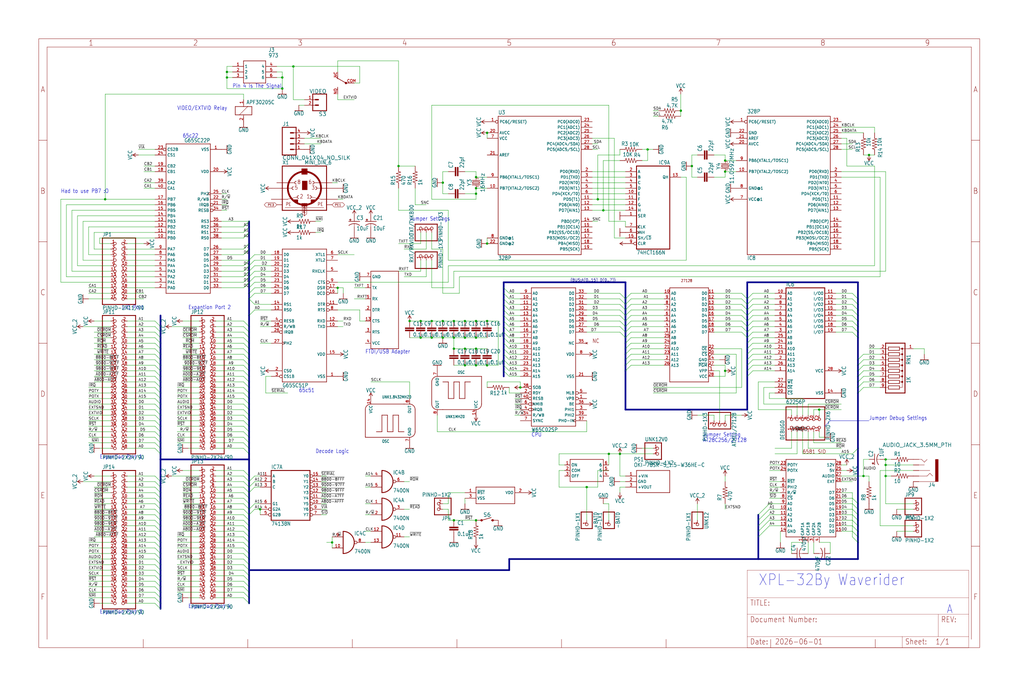
<source format=kicad_sch>
(kicad_sch (version 20231120) (generator "eeschema") (generator_version "8.0")
  (paper "User" 469.9 317.627)
  (lib_symbols
    (symbol "XPL-32-eagle-import:27128"
      (symbol "27128_1_0"
        (text "27128" (at -2.54 20.32 0) (effects (font (size 1.27 1.0795)) (justify left bottom)))
        (pin bidirectional line (at 12.7 -20.32 180) (length 2.54) (name "VPP") (number "1"))
        (pin bidirectional line (at -10.16 15.24 0) (length 2.54) (name "A0") (number "10"))
        (pin bidirectional line (at 12.7 15.24 180) (length 2.54) (name "D0") (number "11"))
        (pin bidirectional line (at 12.7 12.7 180) (length 2.54) (name "D1") (number "12"))
        (pin bidirectional line (at 12.7 10.16 180) (length 2.54) (name "D2") (number "13"))
        (pin bidirectional line (at 12.7 -15.24 180) (length 2.54) (name "GND") (number "14"))
        (pin bidirectional line (at 12.7 7.62 180) (length 2.54) (name "D3") (number "15"))
        (pin bidirectional line (at 12.7 5.08 180) (length 2.54) (name "D4") (number "16"))
        (pin bidirectional line (at 12.7 2.54 180) (length 2.54) (name "D5") (number "17"))
        (pin bidirectional line (at 12.7 0 180) (length 2.54) (name "D6") (number "18"))
        (pin bidirectional line (at 12.7 -2.54 180) (length 2.54) (name "D7") (number "19"))
        (pin bidirectional line (at -10.16 -15.24 0) (length 2.54) (name "A12") (number "2"))
        (pin bidirectional inverted (at 12.7 -12.7 180) (length 2.54) (name "~{CS}") (number "20"))
        (pin bidirectional line (at -10.16 -10.16 0) (length 2.54) (name "A10") (number "21"))
        (pin bidirectional inverted (at 12.7 -10.16 180) (length 2.54) (name "~{OE}") (number "22"))
        (pin bidirectional line (at -10.16 -12.7 0) (length 2.54) (name "A11") (number "23"))
        (pin bidirectional line (at -10.16 -7.62 0) (length 2.54) (name "A9") (number "24"))
        (pin bidirectional line (at -10.16 -5.08 0) (length 2.54) (name "A8") (number "25"))
        (pin bidirectional line (at -10.16 -17.78 0) (length 2.54) (name "A13") (number "26"))
        (pin bidirectional inverted (at 12.7 -17.78 180) (length 2.54) (name "~{PGM}") (number "27"))
        (pin bidirectional line (at 12.7 -22.86 180) (length 2.54) (name "VCC") (number "28"))
        (pin bidirectional line (at -10.16 -2.54 0) (length 2.54) (name "A7") (number "3"))
        (pin bidirectional line (at -10.16 0 0) (length 2.54) (name "A6") (number "4"))
        (pin bidirectional line (at -10.16 2.54 0) (length 2.54) (name "A5") (number "5"))
        (pin bidirectional line (at -10.16 5.08 0) (length 2.54) (name "A4") (number "6"))
        (pin bidirectional line (at -10.16 7.62 0) (length 2.54) (name "A3") (number "7"))
        (pin bidirectional line (at -10.16 10.16 0) (length 2.54) (name "A2") (number "8"))
        (pin bidirectional line (at -10.16 12.7 0) (length 2.54) (name "A1") (number "9"))
      )
    )
    (symbol "XPL-32-eagle-import:62256P"
      (property "Reference" "IC" (at -10.16 20.955 0))
      (symbol "62256P_1_0"
        (pin input line (at -15.24 -17.78 0) (length 5.08) (name "A14") (number "1"))
        (pin input line (at -15.24 17.78 0) (length 5.08) (name "A0") (number "10"))
        (pin bidirectional line (at 12.7 17.78 180) (length 5.08) (name "I/O0") (number "11"))
        (pin bidirectional line (at 12.7 15.24 180) (length 5.08) (name "I/O1") (number "12"))
        (pin bidirectional line (at 12.7 12.7 180) (length 5.08) (name "I/O2") (number "13"))
        (pin power_in line (at 12.7 -27.94 180) (length 5.08) (name "VSS") (number "14"))
        (pin bidirectional line (at 12.7 10.16 180) (length 5.08) (name "I/O3") (number "15"))
        (pin bidirectional line (at 12.7 7.62 180) (length 5.08) (name "I/O4") (number "16"))
        (pin bidirectional line (at 12.7 5.08 180) (length 5.08) (name "I/O5") (number "17"))
        (pin bidirectional line (at 12.7 2.54 180) (length 5.08) (name "I/O6") (number "18"))
        (pin bidirectional line (at 12.7 0 180) (length 5.08) (name "I/O7") (number "19"))
        (pin input line (at -15.24 -12.7 0) (length 5.08) (name "A12") (number "2"))
        (pin input line (at -15.24 -27.94 0) (length 5.08) (name "~{CS}") (number "20"))
        (pin input line (at -15.24 -7.62 0) (length 5.08) (name "A10") (number "21"))
        (pin input line (at -15.24 -25.4 0) (length 5.08) (name "~{OE}") (number "22"))
        (pin input line (at -15.24 -10.16 0) (length 5.08) (name "A11") (number "23"))
        (pin input line (at -15.24 -5.08 0) (length 5.08) (name "A9") (number "24"))
        (pin input line (at -15.24 -2.54 0) (length 5.08) (name "A8") (number "25"))
        (pin input line (at -15.24 -15.24 0) (length 5.08) (name "A13") (number "26"))
        (pin input line (at -15.24 -22.86 0) (length 5.08) (name "~{WE}") (number "27"))
        (pin power_in line (at 12.7 -17.78 180) (length 5.08) (name "VCC") (number "28"))
        (pin input line (at -15.24 0 0) (length 5.08) (name "A7") (number "3"))
        (pin input line (at -15.24 2.54 0) (length 5.08) (name "A6") (number "4"))
        (pin input line (at -15.24 5.08 0) (length 5.08) (name "A5") (number "5"))
        (pin input line (at -15.24 7.62 0) (length 5.08) (name "A4") (number "6"))
        (pin input line (at -15.24 10.16 0) (length 5.08) (name "A3") (number "7"))
        (pin input line (at -15.24 12.7 0) (length 5.08) (name "A2") (number "8"))
        (pin input line (at -15.24 15.24 0) (length 5.08) (name "A1") (number "9"))
      )
    )
    (symbol "XPL-32-eagle-import:6581"
      (symbol "6581_1_0"
        (text "6581 SID" (at -7.62 25.4 0) (effects (font (size 1.778 1.5113)) (justify left bottom)))
        (pin bidirectional line (at -7.62 -15.24 90) (length 2.54) (name "CAP1A") (number "1"))
        (pin bidirectional line (at -17.78 0 0) (length 2.54) (name "A1") (number "10"))
        (pin bidirectional line (at -17.78 -2.54 0) (length 2.54) (name "A2") (number "11"))
        (pin bidirectional line (at -17.78 -5.08 0) (length 2.54) (name "A3") (number "12"))
        (pin bidirectional line (at -17.78 -7.62 0) (length 2.54) (name "A4") (number "13"))
        (pin bidirectional line (at -17.78 -10.16 0) (length 2.54) (name "GND") (number "14"))
        (pin bidirectional line (at 10.16 -10.16 180) (length 2.54) (name "D0") (number "15"))
        (pin bidirectional line (at 10.16 -7.62 180) (length 2.54) (name "D1") (number "16"))
        (pin bidirectional line (at 10.16 -5.08 180) (length 2.54) (name "D2") (number "17"))
        (pin bidirectional line (at 10.16 -2.54 180) (length 2.54) (name "D3") (number "18"))
        (pin bidirectional line (at 10.16 0 180) (length 2.54) (name "D4") (number "19"))
        (pin bidirectional line (at -5.08 -15.24 90) (length 2.54) (name "CAP1B") (number "2"))
        (pin bidirectional line (at 10.16 2.54 180) (length 2.54) (name "D5") (number "20"))
        (pin bidirectional line (at 10.16 5.08 180) (length 2.54) (name "D6") (number "21"))
        (pin bidirectional line (at 10.16 7.62 180) (length 2.54) (name "D7") (number "22"))
        (pin bidirectional line (at -17.78 20.32 0) (length 2.54) (name "POTY") (number "23"))
        (pin bidirectional line (at -17.78 17.78 0) (length 2.54) (name "POTX") (number "24"))
        (pin bidirectional line (at 10.16 17.78 180) (length 2.54) (name "5V") (number "25"))
        (pin bidirectional line (at 10.16 12.7 180) (length 2.54) (name "EXT") (number "26"))
        (pin bidirectional line (at 10.16 15.24 180) (length 2.54) (name "AUDIO") (number "27"))
        (pin bidirectional line (at 10.16 20.32 180) (length 2.54) (name "12V") (number "28"))
        (pin bidirectional line (at -2.54 -15.24 90) (length 2.54) (name "CAP2A") (number "3"))
        (pin bidirectional line (at 0 -15.24 90) (length 2.54) (name "CAP2B") (number "4"))
        (pin bidirectional line (at -17.78 12.7 0) (length 2.54) (name "~{RST}") (number "5"))
        (pin bidirectional line (at -17.78 10.16 0) (length 2.54) (name "PHI2") (number "6"))
        (pin bidirectional line (at -17.78 7.62 0) (length 2.54) (name "R/~{W}") (number "7"))
        (pin bidirectional line (at -17.78 5.08 0) (length 2.54) (name "~{CS}") (number "8"))
        (pin bidirectional line (at -17.78 2.54 0) (length 2.54) (name "A0") (number "9"))
      )
    )
    (symbol "XPL-32-eagle-import:7400N"
      (property "Reference" "IC" (at -0.635 -0.635 0))
      (symbol "7400N_1_0"
        (pin input line (at -7.62 2.54 0) (length 5.08) (name "I0") (number "1"))
        (pin input line (at -7.62 -2.54 0) (length 5.08) (name "I1") (number "2"))
        (pin output inverted (at 7.62 0 180) (length 5.08) (name "O") (number "3"))
      )
      (symbol "7400N_2_0"
        (pin input line (at -7.62 2.54 0) (length 5.08) (name "I0") (number "4"))
        (pin input line (at -7.62 -2.54 0) (length 5.08) (name "I1") (number "5"))
        (pin output inverted (at 7.62 0 180) (length 5.08) (name "O") (number "6"))
      )
      (symbol "7400N_3_0"
        (pin input line (at -7.62 -2.54 0) (length 5.08) (name "I1") (number "10"))
        (pin output inverted (at 7.62 0 180) (length 5.08) (name "O") (number "8"))
        (pin input line (at -7.62 2.54 0) (length 5.08) (name "I0") (number "9"))
      )
      (symbol "7400N_4_0"
        (pin output inverted (at 7.62 0 180) (length 5.08) (name "O") (number "11"))
        (pin input line (at -7.62 2.54 0) (length 5.08) (name "I0") (number "12"))
        (pin input line (at -7.62 -2.54 0) (length 5.08) (name "I1") (number "13"))
      )
      (symbol "7400N_5_0"
        (text "GND" (at 1.905 -5.842 900) (effects (font (size 1.27 1.0795)) (justify left bottom)))
        (text "VCC" (at 1.905 2.54 900) (effects (font (size 1.27 1.0795)) (justify left bottom)))
        (pin power_in line (at 0 7.62 270) (length 5.08) (name "VCC") (number "14"))
        (pin power_in line (at 0 -7.62 90) (length 5.08) (name "GND") (number "7"))
      )
    )
    (symbol "XPL-32-eagle-import:74138N"
      (property "Reference" "IC" (at -0.635 -0.635 0))
      (symbol "74138N_1_0"
        (pin input line (at -15.24 7.62 0) (length 5.08) (name "A") (number "1"))
        (pin output inverted (at 12.7 -5.08 180) (length 5.08) (name "Y5") (number "10"))
        (pin output inverted (at 12.7 -2.54 180) (length 5.08) (name "Y4") (number "11"))
        (pin output inverted (at 12.7 0 180) (length 5.08) (name "Y3") (number "12"))
        (pin output inverted (at 12.7 2.54 180) (length 5.08) (name "Y2") (number "13"))
        (pin output inverted (at 12.7 5.08 180) (length 5.08) (name "Y1") (number "14"))
        (pin output inverted (at 12.7 7.62 180) (length 5.08) (name "Y0") (number "15"))
        (pin input line (at -15.24 5.08 0) (length 5.08) (name "B") (number "2"))
        (pin input line (at -15.24 2.54 0) (length 5.08) (name "C") (number "3"))
        (pin input inverted (at -15.24 -7.62 0) (length 5.08) (name "G2A") (number "4"))
        (pin input inverted (at -15.24 -10.16 0) (length 5.08) (name "G2B") (number "5"))
        (pin input line (at -15.24 -5.08 0) (length 5.08) (name "G1") (number "6"))
        (pin output inverted (at 12.7 -10.16 180) (length 5.08) (name "Y7") (number "7"))
        (pin output inverted (at 12.7 -7.62 180) (length 5.08) (name "Y6") (number "9"))
      )
      (symbol "74138N_2_0"
        (text "GND" (at 1.905 -5.842 900) (effects (font (size 1.27 1.0795)) (justify left bottom)))
        (text "VCC" (at 1.905 2.54 900) (effects (font (size 1.27 1.0795)) (justify left bottom)))
        (pin power_in line (at 0 7.62 270) (length 5.08) (name "VCC") (number "16"))
        (pin power_in line (at 0 -7.62 90) (length 5.08) (name "GND") (number "8"))
      )
    )
    (symbol "XPL-32-eagle-import:74166N"
      (property "Reference" "IC" (at -0.635 -0.635 0))
      (symbol "74166N_1_0"
        (pin input line (at -12.7 -5.08 0) (length 5.08) (name "SER") (number "1"))
        (pin input line (at -12.7 5.08 0) (length 5.08) (name "E") (number "10"))
        (pin input line (at -12.7 2.54 0) (length 5.08) (name "F") (number "11"))
        (pin input line (at -12.7 0 0) (length 5.08) (name "G") (number "12"))
        (pin output line (at 12.7 12.7 180) (length 5.08) (name "QH") (number "13"))
        (pin input line (at -12.7 -2.54 0) (length 5.08) (name "H") (number "14"))
        (pin input line (at -12.7 -15.24 0) (length 5.08) (name "SH/~{LD}") (number "15"))
        (pin input line (at -12.7 15.24 0) (length 5.08) (name "A") (number "2"))
        (pin input line (at -12.7 12.7 0) (length 5.08) (name "B") (number "3"))
        (pin input line (at -12.7 10.16 0) (length 5.08) (name "C") (number "4"))
        (pin input line (at -12.7 7.62 0) (length 5.08) (name "D") (number "5"))
        (pin input clock (at -12.7 -12.7 0) (length 5.08) (name "INH") (number "6"))
        (pin input clock (at -12.7 -10.16 0) (length 5.08) (name "CLK") (number "7"))
        (pin input inverted (at -12.7 -17.78 0) (length 5.08) (name "CLR") (number "9"))
      )
      (symbol "74166N_2_0"
        (text "GND" (at 1.905 -7.62 900) (effects (font (size 1.27 1.0795)) (justify left bottom)))
        (text "VCC" (at 1.905 5.08 900) (effects (font (size 1.27 1.0795)) (justify left bottom)))
        (pin power_in line (at 0 10.16 270) (length 7.62) (name "VCC") (number "16"))
        (pin power_in line (at 0 -10.16 90) (length 7.62) (name "GND") (number "8"))
      )
    )
    (symbol "XPL-32-eagle-import:973"
      (property "Reference" "J" (at 16.51 7.62 0))
      (symbol "973_1_0"
        (pin bidirectional line (at 0 0 0) (length 5.08) (name "1") (number "1"))
        (pin bidirectional line (at 0 -2.54 0) (length 5.08) (name "2") (number "2"))
        (pin bidirectional line (at 0 -5.08 0) (length 5.08) (name "3") (number "3"))
        (pin bidirectional line (at 20.32 0 180) (length 5.08) (name "4") (number "4"))
        (pin bidirectional line (at 20.32 -2.54 180) (length 5.08) (name "5") (number "5"))
        (pin bidirectional line (at 20.32 -5.08 180) (length 5.08) (name "6") (number "6"))
      )
    )
    (symbol "XPL-32-eagle-import:APF30212C"
      (symbol "APF30212C_1_0"
        (pin passive line (at 0 5.08 270) (length 2.54) (name "1") (number "1"))
        (pin passive line (at 0 -5.08 90) (length 2.54) (name "2") (number "2"))
      )
      (symbol "APF30212C_2_0"
        (pin passive line (at 0 -2.54 90) (length 2.54) (name "P") (number "COM"))
        (pin passive line (at 5.08 5.08 180) (length 2.54) (name "O") (number "NC"))
        (pin passive line (at -5.08 5.08 0) (length 2.54) (name "S") (number "NO"))
      )
    )
    (symbol "XPL-32-eagle-import:ATMEGA328P_PDIP"
      (property "Reference" "U" (at -17.78 28.702 0))
      (symbol "ATMEGA328P_PDIP_1_0"
        (pin bidirectional inverted (at -22.86 25.4 0) (length 5.08) (name "PC6(/RESET)") (number "1"))
        (pin bidirectional line (at -22.86 -5.08 0) (length 5.08) (name "PB7(XTAL2/TOSC2)") (number "10"))
        (pin bidirectional line (at 25.4 -10.16 180) (length 5.08) (name "PD5(T1)") (number "11"))
        (pin bidirectional line (at 25.4 -12.7 180) (length 5.08) (name "PD6(AIN0)") (number "12"))
        (pin bidirectional line (at 25.4 -15.24 180) (length 5.08) (name "PD7(AIN1)") (number "13"))
        (pin bidirectional line (at 25.4 -20.32 180) (length 5.08) (name "PB0(ICP)") (number "14"))
        (pin bidirectional line (at 25.4 -22.86 180) (length 5.08) (name "PB1(OC1A)") (number "15"))
        (pin bidirectional line (at 25.4 -25.4 180) (length 5.08) (name "PB2(SS/OC1B)") (number "16"))
        (pin bidirectional line (at 25.4 -27.94 180) (length 5.08) (name "PB3(MOSI/OC2)") (number "17"))
        (pin bidirectional line (at 25.4 -30.48 180) (length 5.08) (name "PB4(MISO)") (number "18"))
        (pin bidirectional line (at 25.4 -33.02 180) (length 5.08) (name "PB5(SCK)") (number "19"))
        (pin bidirectional line (at 25.4 2.54 180) (length 5.08) (name "PD0(RXD)") (number "2"))
        (pin bidirectional line (at -22.86 20.32 0) (length 5.08) (name "AVCC") (number "20"))
        (pin bidirectional line (at -22.86 10.16 0) (length 5.08) (name "AREF") (number "21"))
        (pin bidirectional line (at -22.86 -30.48 0) (length 5.08) (name "GND@2") (number "22"))
        (pin bidirectional line (at 25.4 25.4 180) (length 5.08) (name "PC0(ADC0)") (number "23"))
        (pin bidirectional line (at 25.4 22.86 180) (length 5.08) (name "PC1(ADC1)") (number "24"))
        (pin bidirectional line (at 25.4 20.32 180) (length 5.08) (name "PC2(ADC2)") (number "25"))
        (pin bidirectional line (at 25.4 17.78 180) (length 5.08) (name "PC3(ADC3)") (number "26"))
        (pin bidirectional line (at 25.4 15.24 180) (length 5.08) (name "PC4(ADC4/SDA)") (number "27"))
        (pin bidirectional line (at 25.4 12.7 180) (length 5.08) (name "PC5(ADC5/SCL)") (number "28"))
        (pin bidirectional line (at 25.4 0 180) (length 5.08) (name "PD1(TXD)") (number "3"))
        (pin bidirectional line (at 25.4 -2.54 180) (length 5.08) (name "PD2(INT0)") (number "4"))
        (pin bidirectional line (at 25.4 -5.08 180) (length 5.08) (name "PD3(INT1)") (number "5"))
        (pin bidirectional line (at 25.4 -7.62 180) (length 5.08) (name "PD4(XCK/T0)") (number "6"))
        (pin bidirectional line (at -22.86 17.78 0) (length 5.08) (name "VCC") (number "7"))
        (pin bidirectional line (at -22.86 -27.94 0) (length 5.08) (name "GND@1") (number "8"))
        (pin bidirectional line (at -22.86 0 0) (length 5.08) (name "PB6(XTAL1/TOSC1)") (number "9"))
      )
    )
    (symbol "XPL-32-eagle-import:AUDIO_JACK_3.5MM_PTH"
      (property "Reference" "J" (at -5.08 5.588 0))
      (symbol "AUDIO_JACK_3.5MM_PTH_1_0"
        (pin bidirectional line (at 5.08 2.54 180) (length 2.54) (name "RING") (number "RING"))
        (pin bidirectional line (at 5.08 0 180) (length 2.54) (name "RSH") (number "RSH"))
        (pin bidirectional line (at 5.08 5.08 180) (length 2.54) (name "SLEEVE") (number "SLEEVE"))
        (pin bidirectional line (at 5.08 -5.08 180) (length 2.54) (name "TIP") (number "TIP"))
        (pin bidirectional line (at 5.08 -2.54 180) (length 2.54) (name "TSH") (number "TSH"))
      )
    )
    (symbol "XPL-32-eagle-import:C-EU025-025X050"
      (property "Reference" "C" (at 1.524 0.381 0))
      (symbol "C-EU025-025X050_1_0"
        (pin passive line (at 0 2.54 270) (length 2.54) (name "1") (number "1"))
        (pin passive line (at 0 -5.08 90) (length 2.54) (name "2") (number "2"))
      )
    )
    (symbol "XPL-32-eagle-import:C-US150-054X183"
      (property "Reference" "C" (at 1.016 0.635 0))
      (symbol "C-US150-054X183_1_0"
        (pin passive line (at 0 2.54 270) (length 2.54) (name "1") (number "1"))
        (pin passive line (at 0 -5.08 90) (length 2.54) (name "2") (number "2"))
      )
    )
    (symbol "XPL-32-eagle-import:CONN_021X02_NO_SILK"
      (property "Reference" "J" (at -2.54 5.588 0))
      (symbol "CONN_021X02_NO_SILK_1_0"
        (pin passive line (at 7.62 0 180) (length 5.08) (name "1") (number "1"))
        (pin passive line (at 7.62 2.54 180) (length 5.08) (name "2") (number "2"))
      )
    )
    (symbol "XPL-32-eagle-import:CONN_041X04_NO_SILK"
      (property "Reference" "J" (at -5.08 8.128 0))
      (symbol "CONN_041X04_NO_SILK_1_0"
        (pin passive line (at 5.08 -2.54 180) (length 5.08) (name "1") (number "1"))
        (pin passive line (at 5.08 0 180) (length 5.08) (name "2") (number "2"))
        (pin passive line (at 5.08 2.54 180) (length 5.08) (name "3") (number "3"))
        (pin passive line (at 5.08 5.08 180) (length 5.08) (name "4") (number "4"))
      )
    )
    (symbol "XPL-32-eagle-import:CPOL-USE2.5-7"
      (property "Reference" "C" (at 1.016 0.635 0))
      (symbol "CPOL-USE2.5-7_1_0"
        (pin passive line (at 0 2.54 270) (length 2.54) (name "+") (number "+"))
        (pin passive line (at 0 -5.08 90) (length 2.54) (name "-") (number "-"))
      )
    )
    (symbol "XPL-32-eagle-import:CRYSTALPTH-HC49UV"
      (property "Reference" "Y" (at 0 2.032 0))
      (symbol "CRYSTALPTH-HC49UV_1_0"
        (text "1" (at -2.159 -1.143 0) (effects (font (size 0.8636 0.734)) (justify left bottom)))
        (text "2" (at 1.524 -1.143 0) (effects (font (size 0.8636 0.734)) (justify left bottom)))
        (pin passive line (at -2.54 0 0) (length 0) (name "1") (number "1"))
        (pin passive line (at 2.54 0 180) (length 0) (name "2") (number "2"))
      )
    )
    (symbol "XPL-32-eagle-import:FRAME_B_L"
      (symbol "FRAME_B_L_1_0"
        (text "1" (at 23.9889 277.495 0) (effects (font (size 2.54 2.286))))
        (text "2" (at 71.9667 277.495 0) (effects (font (size 2.54 2.286))))
        (text "3" (at 119.9444 277.495 0) (effects (font (size 2.54 2.286))))
        (text "4" (at 167.9222 277.495 0) (effects (font (size 2.54 2.286))))
        (text "5" (at 215.9 277.495 0) (effects (font (size 2.54 2.286))))
        (text "6" (at 263.8778 277.495 0) (effects (font (size 2.54 2.286))))
        (text "7" (at 311.8556 277.495 0) (effects (font (size 2.54 2.286))))
        (text "8" (at 359.8333 277.495 0) (effects (font (size 2.54 2.286))))
        (text "9" (at 407.8111 277.495 0) (effects (font (size 2.54 2.286))))
        (text "A" (at 1.905 256.1167 0) (effects (font (size 2.54 2.286))))
        (text "A" (at 429.895 256.1167 0) (effects (font (size 2.54 2.286))))
        (text "B" (at 1.905 209.55 0) (effects (font (size 2.54 2.286))))
        (text "B" (at 429.895 209.55 0) (effects (font (size 2.54 2.286))))
        (text "C" (at 1.905 162.9833 0) (effects (font (size 2.54 2.286))))
        (text "C" (at 429.895 162.9833 0) (effects (font (size 2.54 2.286))))
        (text "D" (at 1.905 116.4167 0) (effects (font (size 2.54 2.286))))
        (text "D" (at 429.895 116.4167 0) (effects (font (size 2.54 2.286))))
        (text "E" (at 1.905 69.85 0) (effects (font (size 2.54 2.286))))
        (text "E" (at 429.895 69.85 0) (effects (font (size 2.54 2.286))))
        (text "F" (at 1.905 23.2833 0) (effects (font (size 2.54 2.286))))
        (text "F" (at 429.895 23.2833 0) (effects (font (size 2.54 2.286))))
      )
      (symbol "FRAME_B_L_2_0"
        (text "${#}/${##}" (at 86.36 1.27 0) (effects (font (size 2.54 2.159)) (justify left bottom)))
        (text "${CURRENT_DATE}" (at 12.7 1.27 0) (effects (font (size 2.54 2.159)) (justify left bottom)))
        (text "${PROJECTNAME}" (at 17.78 19.05 0) (effects (font (size 2.54 2.159)) (justify left bottom)))
        (text "Date:" (at 1.27 1.27 0) (effects (font (size 2.54 2.159)) (justify left bottom)))
        (text "Document Number:" (at 1.27 11.43 0) (effects (font (size 2.54 2.159)) (justify left bottom)))
        (text "REV:" (at 88.9 11.43 0) (effects (font (size 2.54 2.159)) (justify left bottom)))
        (text "Sheet:" (at 72.39 1.27 0) (effects (font (size 2.54 2.159)) (justify left bottom)))
        (text "TITLE:" (at 1.27 19.05 0) (effects (font (size 2.54 2.159)) (justify left bottom)))
      )
    )
    (symbol "XPL-32-eagle-import:FTDI"
      (symbol "FTDI_1_0"
        (pin bidirectional line (at -12.7 2.54 0) (length 2.54) (name "TX") (number "1"))
        (pin bidirectional line (at -12.7 -12.7 0) (length 2.54) (name "CTS") (number "13"))
        (pin bidirectional line (at -12.7 -7.62 0) (length 2.54) (name "DTR") (number "2"))
        (pin bidirectional line (at -12.7 -17.78 0) (length 2.54) (name "RTS") (number "3"))
        (pin bidirectional line (at -12.7 -22.86 0) (length 2.54) (name "VCC") (number "4"))
        (pin bidirectional line (at -12.7 -2.54 0) (length 2.54) (name "RX") (number "5"))
        (pin bidirectional line (at -12.7 7.62 0) (length 2.54) (name "GND") (number "7"))
      )
    )
    (symbol "XPL-32-eagle-import:G08R"
      (property "Reference" "RN" (at -7.62 6.985 0))
      (symbol "G08R_1_0"
        (pin passive line (at -10.16 10.16 270) (length 2.54) (name "1") (number "1"))
        (pin passive line (at -10.16 -5.08 90) (length 2.54) (name "2") (number "2"))
        (pin passive line (at -7.62 -5.08 90) (length 2.54) (name "3") (number "3"))
        (pin passive line (at -5.08 -5.08 90) (length 2.54) (name "4") (number "4"))
        (pin passive line (at -2.54 -5.08 90) (length 2.54) (name "5") (number "5"))
        (pin passive line (at 0 -5.08 90) (length 2.54) (name "6") (number "6"))
        (pin passive line (at 2.54 -5.08 90) (length 2.54) (name "7") (number "7"))
        (pin passive line (at 5.08 -5.08 90) (length 2.54) (name "8") (number "8"))
        (pin passive line (at 7.62 -5.08 90) (length 2.54) (name "9") (number "9"))
      )
    )
    (symbol "XPL-32-eagle-import:G65SC22P"
      (symbol "G65SC22P_1_0"
        (pin power_in line (at -15.24 -38.1 0) (length 5.08) (name "VSS") (number "1"))
        (pin bidirectional line (at 15.24 2.54 180) (length 5.08) (name "PB0") (number "10"))
        (pin bidirectional line (at 15.24 0 180) (length 5.08) (name "PB1") (number "11"))
        (pin bidirectional line (at 15.24 -2.54 180) (length 5.08) (name "PB2") (number "12"))
        (pin bidirectional line (at 15.24 -5.08 180) (length 5.08) (name "PB3") (number "13"))
        (pin bidirectional line (at 15.24 -7.62 180) (length 5.08) (name "PB4") (number "14"))
        (pin bidirectional line (at 15.24 -10.16 180) (length 5.08) (name "PB5") (number "15"))
        (pin bidirectional line (at 15.24 -12.7 180) (length 5.08) (name "PB6") (number "16"))
        (pin bidirectional line (at 15.24 -15.24 180) (length 5.08) (name "PB7") (number "17"))
        (pin bidirectional line (at 15.24 -27.94 180) (length 5.08) (name "CB1") (number "18"))
        (pin bidirectional line (at 15.24 -30.48 180) (length 5.08) (name "CB2") (number "19"))
        (pin bidirectional line (at 15.24 25.4 180) (length 5.08) (name "PA0") (number "2"))
        (pin power_in line (at -15.24 -27.94 0) (length 5.08) (name "VDD") (number "20"))
        (pin output inverted (at -15.24 -12.7 0) (length 5.08) (name "IRQB") (number "21"))
        (pin input line (at -15.24 -15.24 0) (length 5.08) (name "R/WB") (number "22"))
        (pin input inverted (at 15.24 -38.1 180) (length 5.08) (name "CS2B") (number "23"))
        (pin input line (at 15.24 -35.56 180) (length 5.08) (name "CS1") (number "24"))
        (pin input clock (at -15.24 -17.78 0) (length 5.08) (name "PH2") (number "25"))
        (pin bidirectional line (at -15.24 7.62 0) (length 5.08) (name "D7") (number "26"))
        (pin bidirectional line (at -15.24 10.16 0) (length 5.08) (name "D6") (number "27"))
        (pin bidirectional line (at -15.24 12.7 0) (length 5.08) (name "D5") (number "28"))
        (pin bidirectional line (at -15.24 15.24 0) (length 5.08) (name "D4") (number "29"))
        (pin bidirectional line (at 15.24 22.86 180) (length 5.08) (name "PA1") (number "3"))
        (pin bidirectional line (at -15.24 17.78 0) (length 5.08) (name "D3") (number "30"))
        (pin bidirectional line (at -15.24 20.32 0) (length 5.08) (name "D2") (number "31"))
        (pin bidirectional line (at -15.24 22.86 0) (length 5.08) (name "D1") (number "32"))
        (pin bidirectional line (at -15.24 25.4 0) (length 5.08) (name "D0") (number "33"))
        (pin input inverted (at -15.24 -10.16 0) (length 5.08) (name "RESB") (number "34"))
        (pin input line (at -15.24 -5.08 0) (length 5.08) (name "RS3") (number "35"))
        (pin input line (at -15.24 -2.54 0) (length 5.08) (name "RS2") (number "36"))
        (pin input line (at -15.24 0 0) (length 5.08) (name "RS1") (number "37"))
        (pin input line (at -15.24 2.54 0) (length 5.08) (name "RS0") (number "38"))
        (pin bidirectional line (at 15.24 -22.86 180) (length 5.08) (name "CA2") (number "39"))
        (pin bidirectional line (at 15.24 20.32 180) (length 5.08) (name "PA2") (number "4"))
        (pin bidirectional line (at 15.24 -20.32 180) (length 5.08) (name "CA1") (number "40"))
        (pin bidirectional line (at 15.24 17.78 180) (length 5.08) (name "PA3") (number "5"))
        (pin bidirectional line (at 15.24 15.24 180) (length 5.08) (name "PA4") (number "6"))
        (pin bidirectional line (at 15.24 12.7 180) (length 5.08) (name "PA5") (number "7"))
        (pin bidirectional line (at 15.24 10.16 180) (length 5.08) (name "PA6") (number "8"))
        (pin bidirectional line (at 15.24 7.62 180) (length 5.08) (name "PA7") (number "9"))
      )
    )
    (symbol "XPL-32-eagle-import:G65SC51P"
      (symbol "G65SC51P_1_0"
        (pin power_in line (at 15.24 -33.02 180) (length 5.08) (name "VSS") (number "1"))
        (pin output line (at 15.24 -10.16 180) (length 5.08) (name "TXD") (number "10"))
        (pin output inverted (at 15.24 0 180) (length 5.08) (name "DTR") (number "11"))
        (pin input line (at 15.24 -7.62 180) (length 5.08) (name "RXD") (number "12"))
        (pin input line (at -15.24 -2.54 0) (length 5.08) (name "RS0") (number "13"))
        (pin input line (at -15.24 0 0) (length 5.08) (name "RS1") (number "14"))
        (pin power_in line (at 15.24 -22.86 180) (length 5.08) (name "VDD") (number "15"))
        (pin input inverted (at 15.24 5.08 180) (length 5.08) (name "DCD") (number "16"))
        (pin input inverted (at 15.24 7.62 180) (length 5.08) (name "DSR") (number "17"))
        (pin bidirectional line (at -15.24 22.86 0) (length 5.08) (name "D0") (number "18"))
        (pin bidirectional line (at -15.24 20.32 0) (length 5.08) (name "D1") (number "19"))
        (pin input line (at -15.24 -30.48 0) (length 5.08) (name "CS0") (number "2"))
        (pin bidirectional line (at -15.24 17.78 0) (length 5.08) (name "D2") (number "20"))
        (pin bidirectional line (at -15.24 15.24 0) (length 5.08) (name "D3") (number "21"))
        (pin bidirectional line (at -15.24 12.7 0) (length 5.08) (name "D4") (number "22"))
        (pin bidirectional line (at -15.24 10.16 0) (length 5.08) (name "D5") (number "23"))
        (pin bidirectional line (at -15.24 7.62 0) (length 5.08) (name "D6") (number "24"))
        (pin bidirectional line (at -15.24 5.08 0) (length 5.08) (name "D7") (number "25"))
        (pin output inverted (at -15.24 -12.7 0) (length 5.08) (name "IRQB") (number "26"))
        (pin power_in clock (at -15.24 -17.78 0) (length 5.08) (name "PH2") (number "27"))
        (pin input inverted (at -15.24 -10.16 0) (length 5.08) (name "R/WB") (number "28"))
        (pin input inverted (at -15.24 -33.02 0) (length 5.08) (name "CS1B") (number "3"))
        (pin input inverted (at -15.24 -7.62 0) (length 5.08) (name "RESB") (number "4"))
        (pin bidirectional line (at 15.24 15.24 180) (length 5.08) (name "RXCLK") (number "5"))
        (pin input line (at 15.24 22.86 180) (length 5.08) (name "XTL1") (number "6"))
        (pin output line (at 15.24 20.32 180) (length 5.08) (name "XTL2") (number "7"))
        (pin output inverted (at 15.24 -2.54 180) (length 5.08) (name "RTS") (number "8"))
        (pin input inverted (at 15.24 10.16 180) (length 5.08) (name "CTS") (number "9"))
      )
    )
    (symbol "XPL-32-eagle-import:GND" (power)
      (symbol "GND_1_0"
        (pin power_in line (at 0 2.54 270) (length 2.54) (name "GND") (number "1"))
      )
    )
    (symbol "XPL-32-eagle-import:MCP120-450DI_TO"
      (property "Reference" "IC" (at 24.13 7.62 0))
      (symbol "MCP120-450DI_TO_1_0"
        (pin bidirectional line (at 0 0 0) (length 5.08) (name "~{RST}") (number "1"))
        (pin bidirectional line (at 27.94 0 180) (length 5.08) (name "VDD") (number "2"))
        (pin bidirectional line (at 0 -2.54 0) (length 5.08) (name "VSS") (number "3"))
      )
    )
    (symbol "XPL-32-eagle-import:MEGA8-P"
      (property "Reference" "IC" (at -17.78 -35.56 0))
      (symbol "MEGA8-P_1_0"
        (pin bidirectional inverted (at -22.86 27.94 0) (length 5.08) (name "PC6(/RESET)") (number "1"))
        (pin bidirectional line (at -22.86 5.08 0) (length 5.08) (name "PB7(XTAL2/TOSC2)") (number "10"))
        (pin bidirectional line (at 25.4 -7.62 180) (length 5.08) (name "PD5(T1)") (number "11"))
        (pin bidirectional line (at 25.4 -10.16 180) (length 5.08) (name "PD6(AIN0)") (number "12"))
        (pin bidirectional line (at 25.4 -12.7 180) (length 5.08) (name "PD7(AIN1)") (number "13"))
        (pin bidirectional line (at 25.4 -17.78 180) (length 5.08) (name "PB0(ICP)") (number "14"))
        (pin bidirectional line (at 25.4 -20.32 180) (length 5.08) (name "PB1(OC1A)") (number "15"))
        (pin bidirectional line (at 25.4 -22.86 180) (length 5.08) (name "PB2(SS/OC1B)") (number "16"))
        (pin bidirectional line (at 25.4 -25.4 180) (length 5.08) (name "PB3(MOSI/OC2)") (number "17"))
        (pin bidirectional line (at 25.4 -27.94 180) (length 5.08) (name "PB4(MISO)") (number "18"))
        (pin bidirectional line (at 25.4 -30.48 180) (length 5.08) (name "PB5(SCK)") (number "19"))
        (pin bidirectional line (at 25.4 5.08 180) (length 5.08) (name "PD0(RXD)") (number "2"))
        (pin power_in line (at -22.86 17.78 0) (length 5.08) (name "AVCC") (number "20"))
        (pin passive line (at -22.86 20.32 0) (length 5.08) (name "AREF") (number "21"))
        (pin power_in line (at -22.86 22.86 0) (length 5.08) (name "GND") (number "22"))
        (pin bidirectional line (at 25.4 27.94 180) (length 5.08) (name "PC0(ADC0)") (number "23"))
        (pin bidirectional line (at 25.4 25.4 180) (length 5.08) (name "PC1(ADC1)") (number "24"))
        (pin bidirectional line (at 25.4 22.86 180) (length 5.08) (name "PC2(ADC2)") (number "25"))
        (pin bidirectional line (at 25.4 20.32 180) (length 5.08) (name "PC3(ADC3)") (number "26"))
        (pin bidirectional line (at 25.4 17.78 180) (length 5.08) (name "PC4(ADC4/SDA)") (number "27"))
        (pin bidirectional line (at 25.4 15.24 180) (length 5.08) (name "PC5(ADC5/SCL)") (number "28"))
        (pin bidirectional line (at 25.4 2.54 180) (length 5.08) (name "PD1(TXD)") (number "3"))
        (pin bidirectional line (at 25.4 0 180) (length 5.08) (name "PD2(INT0)") (number "4"))
        (pin bidirectional line (at 25.4 -2.54 180) (length 5.08) (name "PD3(INT1)") (number "5"))
        (pin bidirectional line (at 25.4 -5.08 180) (length 5.08) (name "PD4(XCK/T0)") (number "6"))
        (pin power_in line (at -22.86 -7.62 0) (length 5.08) (name "VCC@1") (number "7"))
        (pin power_in line (at -22.86 -2.54 0) (length 5.08) (name "GND@1") (number "8"))
        (pin bidirectional line (at -22.86 10.16 0) (length 5.08) (name "PB6(XTAL1/TOSC1)") (number "9"))
      )
    )
    (symbol "XPL-32-eagle-import:MINI_DIN_6"
      (property "Reference" "X" (at -10.16 13.335 0))
      (symbol "MINI_DIN_6_1_0"
        (text "1" (at 0.889 -2.286 0) (effects (font (size 1.778 1.5113)) (justify left bottom)))
        (text "2" (at -2.159 -2.286 0) (effects (font (size 1.778 1.5113)) (justify left bottom)))
        (text "3" (at 3.175 1.778 0) (effects (font (size 1.778 1.5113)) (justify left bottom)))
        (text "5" (at -4.572 1.778 0) (effects (font (size 1.778 1.5113)) (justify left bottom)))
        (text "6" (at 1.778 4.318 0) (effects (font (size 1.778 1.5113)) (justify left bottom)))
        (text "8" (at -3.302 4.318 0) (effects (font (size 1.778 1.5113)) (justify left bottom)))
        (text "PE" (at -8.636 -5.715 0) (effects (font (size 1.524 1.2954)) (justify left bottom)))
        (text "PE" (at 5.969 -5.715 0) (effects (font (size 1.524 1.2954)) (justify left bottom)))
        (pin passive line (at 15.24 -2.54 180) (length 7.62) (name "1") (number "1"))
        (pin passive line (at -15.24 -2.54 0) (length 7.62) (name "2") (number "2"))
        (pin passive line (at 15.24 2.54 180) (length 7.62) (name "3") (number "3"))
        (pin passive line (at -15.24 2.54 0) (length 7.62) (name "5") (number "5"))
        (pin passive line (at 12.7 5.08 180) (length 7.62) (name "6") (number "6"))
        (pin passive line (at -12.7 5.08 0) (length 7.62) (name "8") (number "8"))
        (pin power_in line (at 12.7 -5.08 180) (length 2.54) (name "PE1") (number "SH1"))
        (pin power_in line (at 0 -10.16 90) (length 5.08) (name "PE2") (number "SH2"))
        (pin power_in line (at -12.7 -5.08 0) (length 2.54) (name "PE3") (number "SH3"))
      )
    )
    (symbol "XPL-32-eagle-import:MOMENTARY-SWITCH-SPST-PTH-6.0MM"
      (property "Reference" "S" (at 0 1.524 0))
      (symbol "MOMENTARY-SWITCH-SPST-PTH-6.0MM_1_0"
        (pin passive line (at -5.08 0 0) (length 2.54) (name "1") (number "1"))
        (pin passive line (at 5.08 0 180) (length 2.54) (name "2") (number "3"))
      )
    )
    (symbol "XPL-32-eagle-import:OKI-78SR-5_1.5-W36HE-C"
      (property "Reference" "PS" (at 21.59 7.62 0))
      (symbol "OKI-78SR-5_1.5-W36HE-C_1_0"
        (pin bidirectional line (at 0 0 0) (length 5.08) (name "+VIN") (number "1"))
        (pin bidirectional line (at 0 -2.54 0) (length 5.08) (name "GND") (number "2"))
        (pin bidirectional line (at 0 -5.08 0) (length 5.08) (name "+VOUT") (number "3"))
      )
    )
    (symbol "XPL-32-eagle-import:OSC"
      (symbol "OSC_1_0"
        (pin bidirectional line (at -10.16 10.16 270) (length 2.54) (name "VCC") (number "14"))
        (pin bidirectional line (at 7.62 -10.16 90) (length 2.54) (name "GND") (number "7"))
        (pin bidirectional line (at 7.62 10.16 270) (length 2.54) (name "OUT") (number "8"))
      )
    )
    (symbol "XPL-32-eagle-import:PINHD-1X1"
      (property "Reference" "JP" (at -6.35 3.175 0))
      (symbol "PINHD-1X1_1_0"
        (pin passive inverted (at -2.54 0 0) (length 2.54) (name "1") (number "1"))
      )
    )
    (symbol "XPL-32-eagle-import:PINHD-1X2"
      (property "Reference" "JP" (at -6.35 5.715 0))
      (symbol "PINHD-1X2_1_0"
        (pin passive inverted (at -2.54 2.54 0) (length 2.54) (name "1") (number "1"))
        (pin passive inverted (at -2.54 0 0) (length 2.54) (name "2") (number "2"))
      )
    )
    (symbol "XPL-32-eagle-import:PINHD-1X3"
      (property "Reference" "JP" (at -6.35 5.715 0))
      (symbol "PINHD-1X3_1_0"
        (pin passive inverted (at -2.54 2.54 0) (length 2.54) (name "1") (number "1"))
        (pin passive inverted (at -2.54 0 0) (length 2.54) (name "2") (number "2"))
        (pin passive inverted (at -2.54 -2.54 0) (length 2.54) (name "3") (number "3"))
      )
    )
    (symbol "XPL-32-eagle-import:PINHD-2X11/90"
      (property "Reference" "JP" (at -6.35 15.875 0))
      (symbol "PINHD-2X11/90_1_0"
        (pin passive inverted (at -2.54 12.7 0) (length 2.54) (name "1") (number "1"))
        (pin passive inverted (at 5.08 2.54 180) (length 2.54) (name "10") (number "10"))
        (pin passive inverted (at -2.54 0 0) (length 2.54) (name "11") (number "11"))
        (pin passive inverted (at 5.08 0 180) (length 2.54) (name "12") (number "12"))
        (pin passive inverted (at -2.54 -2.54 0) (length 2.54) (name "13") (number "13"))
        (pin passive inverted (at 5.08 -2.54 180) (length 2.54) (name "14") (number "14"))
        (pin passive inverted (at -2.54 -5.08 0) (length 2.54) (name "15") (number "15"))
        (pin passive inverted (at 5.08 -5.08 180) (length 2.54) (name "16") (number "16"))
        (pin passive inverted (at -2.54 -7.62 0) (length 2.54) (name "17") (number "17"))
        (pin passive inverted (at 5.08 -7.62 180) (length 2.54) (name "18") (number "18"))
        (pin passive inverted (at -2.54 -10.16 0) (length 2.54) (name "19") (number "19"))
        (pin passive inverted (at 5.08 12.7 180) (length 2.54) (name "2") (number "2"))
        (pin passive inverted (at 5.08 -10.16 180) (length 2.54) (name "20") (number "20"))
        (pin passive inverted (at -2.54 -12.7 0) (length 2.54) (name "21") (number "21"))
        (pin passive inverted (at 5.08 -12.7 180) (length 2.54) (name "22") (number "22"))
        (pin passive inverted (at -2.54 10.16 0) (length 2.54) (name "3") (number "3"))
        (pin passive inverted (at 5.08 10.16 180) (length 2.54) (name "4") (number "4"))
        (pin passive inverted (at -2.54 7.62 0) (length 2.54) (name "5") (number "5"))
        (pin passive inverted (at 5.08 7.62 180) (length 2.54) (name "6") (number "6"))
        (pin passive inverted (at -2.54 5.08 0) (length 2.54) (name "7") (number "7"))
        (pin passive inverted (at 5.08 5.08 180) (length 2.54) (name "8") (number "8"))
        (pin passive inverted (at -2.54 2.54 0) (length 2.54) (name "9") (number "9"))
      )
    )
    (symbol "XPL-32-eagle-import:PINHD-2X24/90"
      (property "Reference" "JP" (at -6.35 31.115 0))
      (symbol "PINHD-2X24/90_1_0"
        (pin passive inverted (at -2.54 27.94 0) (length 2.54) (name "1") (number "1"))
        (pin passive inverted (at 5.08 17.78 180) (length 2.54) (name "10") (number "10"))
        (pin passive inverted (at -2.54 15.24 0) (length 2.54) (name "11") (number "11"))
        (pin passive inverted (at 5.08 15.24 180) (length 2.54) (name "12") (number "12"))
        (pin passive inverted (at -2.54 12.7 0) (length 2.54) (name "13") (number "13"))
        (pin passive inverted (at 5.08 12.7 180) (length 2.54) (name "14") (number "14"))
        (pin passive inverted (at -2.54 10.16 0) (length 2.54) (name "15") (number "15"))
        (pin passive inverted (at 5.08 10.16 180) (length 2.54) (name "16") (number "16"))
        (pin passive inverted (at -2.54 7.62 0) (length 2.54) (name "17") (number "17"))
        (pin passive inverted (at 5.08 7.62 180) (length 2.54) (name "18") (number "18"))
        (pin passive inverted (at -2.54 5.08 0) (length 2.54) (name "19") (number "19"))
        (pin passive inverted (at 5.08 27.94 180) (length 2.54) (name "2") (number "2"))
        (pin passive inverted (at 5.08 5.08 180) (length 2.54) (name "20") (number "20"))
        (pin passive inverted (at -2.54 2.54 0) (length 2.54) (name "21") (number "21"))
        (pin passive inverted (at 5.08 2.54 180) (length 2.54) (name "22") (number "22"))
        (pin passive inverted (at -2.54 0 0) (length 2.54) (name "23") (number "23"))
        (pin passive inverted (at 5.08 0 180) (length 2.54) (name "24") (number "24"))
        (pin passive inverted (at -2.54 -2.54 0) (length 2.54) (name "25") (number "25"))
        (pin passive inverted (at 5.08 -2.54 180) (length 2.54) (name "26") (number "26"))
        (pin passive inverted (at -2.54 -5.08 0) (length 2.54) (name "27") (number "27"))
        (pin passive inverted (at 5.08 -5.08 180) (length 2.54) (name "28") (number "28"))
        (pin passive inverted (at -2.54 -7.62 0) (length 2.54) (name "29") (number "29"))
        (pin passive inverted (at -2.54 25.4 0) (length 2.54) (name "3") (number "3"))
        (pin passive inverted (at 5.08 -7.62 180) (length 2.54) (name "30") (number "30"))
        (pin passive inverted (at -2.54 -10.16 0) (length 2.54) (name "31") (number "31"))
        (pin passive inverted (at 5.08 -10.16 180) (length 2.54) (name "32") (number "32"))
        (pin passive inverted (at -2.54 -12.7 0) (length 2.54) (name "33") (number "33"))
        (pin passive inverted (at 5.08 -12.7 180) (length 2.54) (name "34") (number "34"))
        (pin passive inverted (at -2.54 -15.24 0) (length 2.54) (name "35") (number "35"))
        (pin passive inverted (at 5.08 -15.24 180) (length 2.54) (name "36") (number "36"))
        (pin passive inverted (at -2.54 -17.78 0) (length 2.54) (name "37") (number "37"))
        (pin passive inverted (at 5.08 -17.78 180) (length 2.54) (name "38") (number "38"))
        (pin passive inverted (at -2.54 -20.32 0) (length 2.54) (name "39") (number "39"))
        (pin passive inverted (at 5.08 25.4 180) (length 2.54) (name "4") (number "4"))
        (pin passive inverted (at 5.08 -20.32 180) (length 2.54) (name "40") (number "40"))
        (pin passive inverted (at -2.54 -22.86 0) (length 2.54) (name "41") (number "41"))
        (pin passive inverted (at 5.08 -22.86 180) (length 2.54) (name "42") (number "42"))
        (pin passive inverted (at -2.54 -25.4 0) (length 2.54) (name "43") (number "43"))
        (pin passive inverted (at 5.08 -25.4 180) (length 2.54) (name "44") (number "44"))
        (pin passive inverted (at -2.54 -27.94 0) (length 2.54) (name "45") (number "45"))
        (pin passive inverted (at 5.08 -27.94 180) (length 2.54) (name "46") (number "46"))
        (pin passive inverted (at -2.54 -30.48 0) (length 2.54) (name "47") (number "47"))
        (pin passive inverted (at 5.08 -30.48 180) (length 2.54) (name "48") (number "48"))
        (pin passive inverted (at -2.54 22.86 0) (length 2.54) (name "5") (number "5"))
        (pin passive inverted (at 5.08 22.86 180) (length 2.54) (name "6") (number "6"))
        (pin passive inverted (at -2.54 20.32 0) (length 2.54) (name "7") (number "7"))
        (pin passive inverted (at 5.08 20.32 180) (length 2.54) (name "8") (number "8"))
        (pin passive inverted (at -2.54 17.78 0) (length 2.54) (name "9") (number "9"))
      )
    )
    (symbol "XPL-32-eagle-import:PINHD-2X6"
      (property "Reference" "JP" (at -6.35 8.255 0))
      (symbol "PINHD-2X6_1_0"
        (pin passive inverted (at -2.54 5.08 0) (length 2.54) (name "1") (number "1"))
        (pin passive inverted (at 5.08 -5.08 180) (length 2.54) (name "10") (number "10"))
        (pin passive inverted (at -2.54 -7.62 0) (length 2.54) (name "11") (number "11"))
        (pin passive inverted (at 5.08 -7.62 180) (length 2.54) (name "12") (number "12"))
        (pin passive inverted (at 5.08 5.08 180) (length 2.54) (name "2") (number "2"))
        (pin passive inverted (at -2.54 2.54 0) (length 2.54) (name "3") (number "3"))
        (pin passive inverted (at 5.08 2.54 180) (length 2.54) (name "4") (number "4"))
        (pin passive inverted (at -2.54 0 0) (length 2.54) (name "5") (number "5"))
        (pin passive inverted (at 5.08 0 180) (length 2.54) (name "6") (number "6"))
        (pin passive inverted (at -2.54 -2.54 0) (length 2.54) (name "7") (number "7"))
        (pin passive inverted (at 5.08 -2.54 180) (length 2.54) (name "8") (number "8"))
        (pin passive inverted (at -2.54 -5.08 0) (length 2.54) (name "9") (number "9"))
      )
    )
    (symbol "XPL-32-eagle-import:R-US_0204/7"
      (property "Reference" "R" (at -3.81 1.4986 0))
      (symbol "R-US_0204/7_1_0"
        (pin passive line (at -5.08 0 0) (length 2.54) (name "1") (number "1"))
        (pin passive line (at 5.08 0 180) (length 2.54) (name "2") (number "2"))
      )
    )
    (symbol "XPL-32-eagle-import:TOGGLE_PUSHBUTTON"
      (symbol "TOGGLE_PUSHBUTTON_1_0"
        (pin bidirectional line (at -7.62 2.54 0) (length 2.54) (name "ON") (number "1"))
        (pin bidirectional line (at -7.62 0 0) (length 2.54) (name "COM") (number "2"))
        (pin bidirectional line (at -7.62 -2.54 0) (length 2.54) (name "OFF") (number "3"))
        (pin bidirectional line (at 12.7 -2.54 180) (length 2.54) (name "4") (number "4"))
        (pin bidirectional line (at 12.7 0 180) (length 2.54) (name "5") (number "5"))
        (pin bidirectional line (at 12.7 2.54 180) (length 2.54) (name "6") (number "6"))
      )
    )
    (symbol "XPL-32-eagle-import:VCC" (power)
      (symbol "VCC_1_0"
        (pin power_in line (at 0 0 90) (length 2.54) (name "VCC") (number "1"))
      )
    )
    (symbol "XPL-32-eagle-import:VCC_2" (power)
      (symbol "VCC_2_1_0"
        (pin power_in line (at 0 0 90) (length 2.54) (name "VCC_2") (number "1"))
      )
    )
    (symbol "XPL-32-eagle-import:W65C02SP"
      (symbol "W65C02SP_1_0"
        (text "NC" (at 17.78 0 0) (effects (font (size 1.778 1.5113)) (justify left bottom)))
        (pin output inverted (at 15.24 -25.4 180) (length 5.08) (name "VPB") (number "1"))
        (pin bidirectional line (at -15.24 20.32 0) (length 5.08) (name "A1") (number "10"))
        (pin bidirectional line (at -15.24 17.78 0) (length 5.08) (name "A2") (number "11"))
        (pin bidirectional line (at -15.24 15.24 0) (length 5.08) (name "A3") (number "12"))
        (pin bidirectional line (at -15.24 12.7 0) (length 5.08) (name "A4") (number "13"))
        (pin bidirectional line (at -15.24 10.16 0) (length 5.08) (name "A5") (number "14"))
        (pin bidirectional line (at -15.24 7.62 0) (length 5.08) (name "A6") (number "15"))
        (pin bidirectional line (at -15.24 5.08 0) (length 5.08) (name "A7") (number "16"))
        (pin bidirectional line (at -15.24 2.54 0) (length 5.08) (name "A8") (number "17"))
        (pin bidirectional line (at -15.24 0 0) (length 5.08) (name "A9") (number "18"))
        (pin bidirectional line (at -15.24 -2.54 0) (length 5.08) (name "A10") (number "19"))
        (pin bidirectional inverted (at -15.24 -22.86 0) (length 5.08) (name "RDY") (number "2"))
        (pin bidirectional line (at -15.24 -5.08 0) (length 5.08) (name "A11") (number "20"))
        (pin power_in line (at 15.24 -15.24 180) (length 5.08) (name "VSS") (number "21"))
        (pin bidirectional line (at -15.24 -7.62 0) (length 5.08) (name "A12") (number "22"))
        (pin bidirectional line (at -15.24 -10.16 0) (length 5.08) (name "A13") (number "23"))
        (pin bidirectional line (at -15.24 -12.7 0) (length 5.08) (name "A14") (number "24"))
        (pin bidirectional line (at -15.24 -15.24 0) (length 5.08) (name "A15") (number "25"))
        (pin bidirectional line (at 15.24 5.08 180) (length 5.08) (name "D7") (number "26"))
        (pin bidirectional line (at 15.24 7.62 180) (length 5.08) (name "D6") (number "27"))
        (pin bidirectional line (at 15.24 10.16 180) (length 5.08) (name "D5") (number "28"))
        (pin bidirectional line (at 15.24 12.7 180) (length 5.08) (name "D4") (number "29"))
        (pin output line (at 15.24 -30.48 180) (length 5.08) (name "PHI1") (number "3"))
        (pin bidirectional line (at 15.24 15.24 180) (length 5.08) (name "D3") (number "30"))
        (pin bidirectional line (at 15.24 17.78 180) (length 5.08) (name "D2") (number "31"))
        (pin bidirectional line (at 15.24 20.32 180) (length 5.08) (name "D1") (number "32"))
        (pin bidirectional line (at 15.24 22.86 180) (length 5.08) (name "D0") (number "33"))
        (pin output line (at -15.24 -33.02 0) (length 5.08) (name "R/WB") (number "34"))
        (pin no_connect line (at 15.24 0 180) (length 5.08) (name "NC") (number "35"))
        (pin input line (at 15.24 -27.94 180) (length 5.08) (name "BE") (number "36"))
        (pin input clock (at 15.24 -35.56 180) (length 5.08) (name "PH0-IN") (number "37"))
        (pin input inverted (at -15.24 -20.32 0) (length 5.08) (name "SOB") (number "38"))
        (pin output line (at 15.24 -33.02 180) (length 5.08) (name "PHI2") (number "39"))
        (pin input inverted_clock (at -15.24 -30.48 0) (length 5.08) (name "IRQB") (number "4"))
        (pin input inverted (at -15.24 -25.4 0) (length 5.08) (name "RESB") (number "40"))
        (pin output inverted (at 15.24 -22.86 180) (length 5.08) (name "MLB") (number "5"))
        (pin input inverted_clock (at -15.24 -27.94 0) (length 5.08) (name "NMIB") (number "6"))
        (pin output line (at -15.24 -35.56 0) (length 5.08) (name "SYNC") (number "7"))
        (pin power_in line (at 15.24 -5.08 180) (length 5.08) (name "VDD") (number "8"))
        (pin bidirectional line (at -15.24 22.86 0) (length 5.08) (name "A0") (number "9"))
      )
    )
  )
  (junction (at 187.96 147.32))
  (junction (at 203.2 147.32))
  (junction (at 213.36 154.94))
  (junction (at 129.54 40.64))
  (junction (at 218.44 81.28))
  (junction (at 332.74 78.74))
  (junction (at 218.44 238.76))
  (junction (at 48.26 91.44))
  (junction (at 269.24 223.52))
  (junction (at 274.32 91.44))
  (junction (at 182.88 76.2))
  (junction (at 223.52 60.96))
  (junction (at 284.48 208.28))
  (junction (at 276.86 96.52))
  (junction (at 134.62 30.48))
  (junction (at 398.78 71.12))
  (junction (at 208.28 238.76))
  (junction (at 218.44 154.94))
  (junction (at 213.36 147.32))
  (junction (at 193.04 147.32))
  (junction (at 208.28 147.32))
  (junction (at 198.12 147.32))
  (junction (at 279.4 208.28))
  (junction (at 119.38 233.68))
  (junction (at 332.74 170.18))
  (junction (at 406.4 210.82))
  (junction (at 208.28 154.94))
  (junction (at 152.4 248.92))
  (junction (at 154.94 132.08))
  (junction (at 406.4 213.36))
  (junction (at 218.44 86.36))
  (junction (at 238.76 177.8))
  (junction (at 223.52 167.64))
  (junction (at 218.44 88.9))
  (junction (at 208.28 160.02))
  (junction (at 332.74 73.66))
  (junction (at 203.2 83.82))
  (junction (at 193.04 154.94))
  (junction (at 223.52 147.32))
  (junction (at 129.54 35.56))
  (junction (at 198.12 154.94))
  (junction (at 213.36 167.64))
  (junction (at 104.14 35.56))
  (junction (at 218.44 160.02))
  (junction (at 312.42 50.8))
  (junction (at 406.4 218.44))
  (junction (at 223.52 111.76))
  (junction (at 218.44 167.64))
  (junction (at 104.14 33.02))
  (junction (at 396.24 218.44))
  (junction (at 375.92 187.96))
  (junction (at 297.18 68.58))
  (junction (at 317.5 76.2))
  (junction (at 218.44 147.32))
  (junction (at 213.36 160.02))
  (junction (at 203.2 154.94))
  (bus_entry (at 71.12 243.84) (size 2.54 2.54))
  (bus_entry (at 345.44 139.7) (size -2.54 2.54))
  (bus_entry (at 71.12 154.94) (size 2.54 2.54))
  (bus_entry (at 111.76 121.92) (size 2.54 -2.54))
  (bus_entry (at 71.12 160.02) (size 2.54 2.54))
  (bus_entry (at 111.76 147.32) (size 2.54 2.54))
  (bus_entry (at 284.48 139.7) (size 2.54 2.54))
  (bus_entry (at 233.68 160.02) (size -2.54 -2.54))
  (bus_entry (at 111.76 236.22) (size 2.54 2.54))
  (bus_entry (at 289.56 157.48) (size -2.54 2.54))
  (bus_entry (at 289.56 167.64) (size -2.54 2.54))
  (bus_entry (at 111.76 175.26) (size 2.54 2.54))
  (bus_entry (at 289.56 154.94) (size -2.54 2.54))
  (bus_entry (at 233.68 147.32) (size -2.54 -2.54))
  (bus_entry (at 111.76 256.54) (size 2.54 2.54))
  (bus_entry (at 111.76 129.54) (size 2.54 -2.54))
  (bus_entry (at 71.12 271.78) (size 2.54 2.54))
  (bus_entry (at 71.12 152.4) (size 2.54 2.54))
  (bus_entry (at 289.56 152.4) (size -2.54 2.54))
  (bus_entry (at 116.84 119.38) (size -2.54 2.54))
  (bus_entry (at 71.12 157.48) (size 2.54 2.54))
  (bus_entry (at 116.84 233.68) (size -2.54 2.54))
  (bus_entry (at 111.76 149.86) (size 2.54 2.54))
  (bus_entry (at 71.12 274.32) (size 2.54 2.54))
  (bus_entry (at 116.84 142.24) (size -2.54 2.54))
  (bus_entry (at 350.52 236.22) (size -2.54 2.54))
  (bus_entry (at 345.44 134.62) (size -2.54 2.54))
  (bus_entry (at 233.68 167.64) (size -2.54 -2.54))
  (bus_entry (at 71.12 200.66) (size 2.54 2.54))
  (bus_entry (at 111.76 109.22) (size 2.54 -2.54))
  (bus_entry (at 71.12 218.44) (size 2.54 2.54))
  (bus_entry (at 284.48 152.4) (size 2.54 2.54))
  (bus_entry (at 289.56 139.7) (size -2.54 2.54))
  (bus_entry (at 71.12 241.3) (size 2.54 2.54))
  (bus_entry (at 340.36 139.7) (size 2.54 2.54))
  (bus_entry (at 116.84 116.84) (size -2.54 2.54))
  (bus_entry (at 116.84 220.98) (size -2.54 2.54))
  (bus_entry (at 345.44 162.56) (size -2.54 2.54))
  (bus_entry (at 345.44 160.02) (size -2.54 2.54))
  (bus_entry (at 111.76 165.1) (size 2.54 2.54))
  (bus_entry (at 396.24 177.8) (size -2.54 2.54))
  (bus_entry (at 391.16 152.4) (size 2.54 2.54))
  (bus_entry (at 340.36 144.78) (size 2.54 2.54))
  (bus_entry (at 284.48 142.24) (size 2.54 2.54))
  (bus_entry (at 111.76 172.72) (size 2.54 2.54))
  (bus_entry (at 345.44 147.32) (size -2.54 2.54))
  (bus_entry (at 71.12 238.76) (size 2.54 2.54))
  (bus_entry (at 345.44 149.86) (size -2.54 2.54))
  (bus_entry (at 71.12 172.72) (size 2.54 2.54))
  (bus_entry (at 233.68 137.16) (size -2.54 -2.54))
  (bus_entry (at 391.16 246.38) (size 2.54 2.54))
  (bus_entry (at 111.76 180.34) (size 2.54 2.54))
  (bus_entry (at 289.56 137.16) (size -2.54 2.54))
  (bus_entry (at 284.48 134.62) (size 2.54 2.54))
  (bus_entry (at 111.76 152.4) (size 2.54 2.54))
  (bus_entry (at 71.12 231.14) (size 2.54 2.54))
  (bus_entry (at 391.16 208.28) (size 2.54 -2.54))
  (bus_entry (at 111.76 170.18) (size 2.54 2.54))
  (bus_entry (at 391.16 147.32) (size 2.54 2.54))
  (bus_entry (at 71.12 175.26) (size 2.54 2.54))
  (bus_entry (at 71.12 147.32) (size 2.54 2.54))
  (bus_entry (at 340.36 152.4) (size 2.54 2.54))
  (bus_entry (at 111.76 106.68) (size 2.54 -2.54))
  (bus_entry (at 111.76 246.38) (size 2.54 2.54))
  (bus_entry (at 111.76 231.14) (size 2.54 2.54))
  (bus_entry (at 111.76 198.12) (size 2.54 2.54))
  (bus_entry (at 111.76 228.6) (size 2.54 2.54))
  (bus_entry (at 71.12 167.64) (size 2.54 2.54))
  (bus_entry (at 71.12 264.16) (size 2.54 2.54))
  (bus_entry (at 71.12 193.04) (size 2.54 2.54))
  (bus_entry (at 116.84 127) (size -2.54 2.54))
  (bus_entry (at 116.84 218.44) (size -2.54 2.54))
  (bus_entry (at 391.16 137.16) (size 2.54 2.54))
  (bus_entry (at 233.68 152.4) (size -2.54 -2.54))
  (bus_entry (at 116.84 124.46) (size -2.54 2.54))
  (bus_entry (at 284.48 149.86) (size 2.54 2.54))
  (bus_entry (at 233.68 162.56) (size -2.54 -2.54))
  (bus_entry (at 345.44 165.1) (size -2.54 2.54))
  (bus_entry (at 116.84 129.54) (size -2.54 2.54))
  (bus_entry (at 340.36 149.86) (size 2.54 2.54))
  (bus_entry (at 71.12 254) (size 2.54 2.54))
  (bus_entry (at 116.84 134.62) (size -2.54 2.54))
  (bus_entry (at 284.48 144.78) (size 2.54 2.54))
  (bus_entry (at 396.24 172.72) (size -2.54 2.54))
  (bus_entry (at 396.24 175.26) (size -2.54 2.54))
  (bus_entry (at 71.12 276.86) (size 2.54 2.54))
  (bus_entry (at 111.76 264.16) (size 2.54 2.54))
  (bus_entry (at 350.52 243.84) (size -2.54 2.54))
  (bus_entry (at 233.68 154.94) (size -2.54 -2.54))
  (bus_entry (at 71.12 195.58) (size 2.54 2.54))
  (bus_entry (at 111.76 200.66) (size 2.54 2.54))
  (bus_entry (at 350.52 233.68) (size -2.54 2.54))
  (bus_entry (at 111.76 193.04) (size 2.54 2.54))
  (bus_entry (at 289.56 165.1) (size -2.54 2.54))
  (bus_entry (at 111.76 266.7) (size 2.54 2.54))
  (bus_entry (at 71.12 228.6) (size 2.54 2.54))
  (bus_entry (at 71.12 261.62) (size 2.54 2.54))
  (bus_entry (at 289.56 149.86) (size -2.54 2.54))
  (bus_entry (at 391.16 144.78) (size 2.54 2.54))
  (bus_entry (at 71.12 248.92) (size 2.54 2.54))
  (bus_entry (at 289.56 162.56) (size -2.54 2.54))
  (bus_entry (at 289.56 160.02) (size -2.54 2.54))
  (bus_entry (at 233.68 139.7) (size -2.54 -2.54))
  (bus_entry (at 71.12 236.22) (size 2.54 2.54))
  (bus_entry (at 345.44 157.48) (size -2.54 2.54))
  (bus_entry (at 111.76 269.24) (size 2.54 2.54))
  (bus_entry (at 116.84 121.92) (size -2.54 2.54))
  (bus_entry (at 111.76 205.74) (size 2.54 2.54))
  (bus_entry (at 233.68 170.18) (size -2.54 -2.54))
  (bus_entry (at 111.76 241.3) (size 2.54 2.54))
  (bus_entry (at 284.48 147.32) (size 2.54 2.54))
  (bus_entry (at 391.16 233.68) (size 2.54 2.54))
  (bus_entry (at 111.76 226.06) (size 2.54 2.54))
  (bus_entry (at 111.76 132.08) (size 2.54 -2.54))
  (bus_entry (at 71.12 223.52) (size 2.54 2.54))
  (bus_entry (at 71.12 177.8) (size 2.54 2.54))
  (bus_entry (at 111.76 243.84) (size 2.54 2.54))
  (bus_entry (at 116.84 132.08) (size -2.54 2.54))
  (bus_entry (at 111.76 127) (size 2.54 -2.54))
  (bus_entry (at 71.12 246.38) (size 2.54 2.54))
  (bus_entry (at 111.76 215.9) (size 2.54 2.54))
  (bus_entry (at 340.36 147.32) (size 2.54 2.54))
  (bus_entry (at 391.16 236.22) (size 2.54 2.54))
  (bus_entry (at 111.76 124.46) (size 2.54 -2.54))
  (bus_entry (at 391.16 134.62) (size 2.54 2.54))
  (bus_entry (at 345.44 152.4) (size -2.54 2.54))
  (bus_entry (at 111.76 162.56) (size 2.54 2.54))
  (bus_entry (at 111.76 190.5) (size 2.54 2.54))
  (bus_entry (at 233.68 149.86) (size -2.54 -2.54))
  (bus_entry (at 391.16 142.24) (size 2.54 2.54))
  (bus_entry (at 345.44 137.16) (size -2.54 2.54))
  (bus_entry (at 71.12 266.7) (size 2.54 2.54))
  (bus_entry (at 71.12 203.2) (size 2.54 2.54))
  (bus_entry (at 289.56 134.62) (size -2.54 2.54))
  (bus_entry (at 111.76 271.78) (size 2.54 2.54))
  (bus_entry (at 71.12 269.24) (size 2.54 2.54))
  (bus_entry (at 71.12 233.68) (size 2.54 2.54))
  (bus_entry (at 111.76 220.98) (size 2.54 2.54))
  (bus_entry (at 396.24 167.64) (size -2.54 2.54))
  (bus_entry (at 111.76 233.68) (size 2.54 2.54))
  (bus_entry (at 289.56 147.32) (size -2.54 2.54))
  (bus_entry (at 340.36 142.24) (size 2.54 2.54))
  (bus_entry (at 345.44 167.64) (size -2.54 2.54))
  (bus_entry (at 345.44 142.24) (size -2.54 2.54))
  (bus_entry (at 340.36 134.62) (size 2.54 2.54))
  (bus_entry (at 111.76 274.32) (size 2.54 2.54))
  (bus_entry (at 350.52 241.3) (size -2.54 2.54))
  (bus_entry (at 111.76 182.88) (size 2.54 2.54))
  (bus_entry (at 345.44 144.78) (size -2.54 2.54))
  (bus_entry (at 111.76 261.62) (size 2.54 2.54))
  (bus_entry (at 350.52 238.76) (size -2.54 2.54))
  (bus_entry (at 391.16 231.14) (size 2.54 2.54))
  (bus_entry (at 111.76 187.96) (size 2.54 2.54))
  (bus_entry (at 111.76 167.64) (size 2.54 2.54))
  (bus_entry (at 111.76 195.58) (size 2.54 2.54))
  (bus_entry (at 111.76 223.52) (size 2.54 2.54))
  (bus_entry (at 111.76 104.14) (size 2.54 -2.54))
  (bus_entry (at 391.16 238.76) (size 2.54 2.54))
  (bus_entry (at 71.12 170.18) (size 2.54 2.54))
  (bus_entry (at 391.16 241.3) (size 2.54 2.54))
  (bus_entry (at 116.84 139.7) (size -2.54 -2.54))
  (bus_entry (at 111.76 154.94) (size 2.54 2.54))
  (bus_entry (at 111.76 157.48) (size 2.54 2.54))
  (bus_entry (at 391.16 139.7) (size 2.54 2.54))
  (bus_entry (at 71.12 220.98) (size 2.54 2.54))
  (bus_entry (at 111.76 259.08) (size 2.54 2.54))
  (bus_entry (at 111.76 238.76) (size 2.54 2.54))
  (bus_entry (at 340.36 137.16) (size 2.54 2.54))
  (bus_entry (at 111.76 185.42) (size 2.54 2.54))
  (bus_entry (at 111.76 248.92) (size 2.54 2.54))
  (bus_entry (at 71.12 226.06) (size 2.54 2.54))
  (bus_entry (at 391.16 228.6) (size 2.54 2.54))
  (bus_entry (at 289.56 144.78) (size -2.54 2.54))
  (bus_entry (at 233.68 144.78) (size -2.54 -2.54))
  (bus_entry (at 71.12 256.54) (size 2.54 2.54))
  (bus_entry (at 345.44 154.94) (size -2.54 2.54))
  (bus_entry (at 71.12 182.88) (size 2.54 2.54))
  (bus_entry (at 391.16 243.84) (size 2.54 2.54))
  (bus_entry (at 289.56 142.24) (size -2.54 2.54))
  (bus_entry (at 71.12 149.86) (size 2.54 2.54))
  (bus_entry (at 111.76 160.02) (size 2.54 2.54))
  (bus_entry (at 116.84 223.52) (size -2.54 2.54))
  (bus_entry (at 71.12 187.96) (size 2.54 2.54))
  (bus_entry (at 233.68 134.62) (size -2.54 -2.54))
  (bus_entry (at 71.12 251.46) (size 2.54 2.54))
  (bus_entry (at 111.76 251.46) (size 2.54 2.54))
  (bus_entry (at 71.12 185.42) (size 2.54 2.54))
  (bus_entry (at 233.68 142.24) (size -2.54 -2.54))
  (bus_entry (at 116.84 231.14) (size -2.54 2.54))
  (bus_entry (at 233.68 172.72) (size -2.54 -2.54))
  (bus_entry (at 71.12 198.12) (size 2.54 2.54))
  (bus_entry (at 396.24 162.56) (size -2.54 2.54))
  (bus_entry (at 396.24 170.18) (size -2.54 2.54))
  (bus_entry (at 233.68 157.48) (size -2.54 -2.54))
  (bus_entry (at 345.44 170.18) (size -2.54 2.54))
  (bus_entry (at 71.12 165.1) (size 2.54 2.54))
  (bus_entry (at 111.76 114.3) (size 2.54 -2.54))
  (bus_entry (at 71.12 162.56) (size 2.54 2.54))
  (bus_entry (at 111.76 203.2) (size 2.54 2.54))
  (bus_entry (at 71.12 180.34) (size 2.54 2.54))
  (bus_entry (at 71.12 190.5) (size 2.54 2.54))
  (bus_entry (at 111.76 218.44) (size 2.54 2.54))
  (bus_entry (at 391.16 149.86) (size 2.54 2.54))
  (bus_entry (at 111.76 254) (size 2.54 2.54))
  (bus_entry (at 111.76 177.8) (size 2.54 2.54))
  (bus_entry (at 111.76 116.84) (size 2.54 -2.54))
  (bus_entry (at 71.12 205.74) (size 2.54 2.54))
  (bus_entry (at 71.12 259.08) (size 2.54 2.54))
  (bus_entry (at 233.68 165.1) (size -2.54 -2.54))
  (bus_entry (at 284.48 137.16) (size 2.54 2.54))
  (bus_entry (at 396.24 165.1) (size -2.54 2.54))
  (bus (pts (xy 114.3 154.94) (xy 114.3 152.4)) (stroke (width 0.762)))
  (wire (pts (xy 63.5 71.12) (xy 71.12 71.12)) (stroke (width 0.1524)))
  (wire (pts (xy 58.42 269.24) (xy 71.12 269.24)) (stroke (width 0.1524)))
  (wire (pts (xy 83.82 236.22) (xy 91.44 236.22)) (stroke (width 0.1524)))
  (wire (pts (xy 58.42 205.74) (xy 71.12 205.74)) (stroke (width 0.1524)))
  (wire (pts (xy 203.2 83.82) (xy 203.2 88.9)) (stroke (width 0.1524)))
  (bus (pts (xy 73.66 177.8) (xy 73.66 175.26)) (stroke (width 0.762)))
  (bus (pts (xy 114.3 137.16) (xy 114.3 144.78)) (stroke (width 0.762)))
  (wire (pts (xy 375.92 187.96) (xy 375.92 190.5)) (stroke (width 0.1524)))
  (wire (pts (xy 50.8 254) (xy 40.64 254)) (stroke (width 0.1524)))
  (wire (pts (xy 43.18 170.18) (xy 50.8 170.18)) (stroke (width 0.1524)))
  (wire (pts (xy 58.42 152.4) (xy 71.12 152.4)) (stroke (width 0.1524)))
  (bus (pts (xy 73.66 256.54) (xy 73.66 259.08)) (stroke (width 0.762)))
  (wire (pts (xy 238.76 182.88) (xy 236.22 182.88)) (stroke (width 0.1524)))
  (bus (pts (xy 393.7 238.76) (xy 393.7 236.22)) (stroke (width 0.762)))
  (wire (pts (xy 203.2 154.94) (xy 208.28 154.94)) (stroke (width 0.1524)))
  (wire (pts (xy 218.44 160.02) (xy 223.52 160.02)) (stroke (width 0.1524)))
  (wire (pts (xy 50.8 147.32) (xy 43.18 147.32)) (stroke (width 0.1524)))
  (wire (pts (xy 147.32 231.14) (xy 149.86 231.14)) (stroke (width 0.1524)))
  (wire (pts (xy 269.24 139.7) (xy 284.48 139.7)) (stroke (width 0.1524)))
  (wire (pts (xy 363.22 248.92) (xy 363.22 254)) (stroke (width 0.1524)))
  (wire (pts (xy 205.74 231.14) (xy 203.2 231.14)) (stroke (width 0.1524)))
  (wire (pts (xy 332.74 81.28) (xy 332.74 78.74)) (stroke (width 0.1524)))
  (wire (pts (xy 299.72 180.34) (xy 337.82 180.34)) (stroke (width 0.1524)))
  (wire (pts (xy 396.24 172.72) (xy 403.86 172.72)) (stroke (width 0.1524)))
  (bus (pts (xy 393.7 149.86) (xy 393.7 152.4)) (stroke (width 0.762)))
  (wire (pts (xy 287.02 83.82) (xy 271.78 83.82)) (stroke (width 0.1524)))
  (wire (pts (xy 40.64 116.84) (xy 50.8 116.84)) (stroke (width 0.1524)))
  (wire (pts (xy 83.82 238.76) (xy 91.44 238.76)) (stroke (width 0.1524)))
  (bus (pts (xy 287.02 162.56) (xy 287.02 165.1)) (stroke (width 0.762)))
  (wire (pts (xy 391.16 238.76) (xy 391.16 236.22)) (stroke (width 0.1524)))
  (bus (pts (xy 114.3 182.88) (xy 114.3 180.34)) (stroke (width 0.762)))
  (wire (pts (xy 327.66 137.16) (xy 340.36 137.16)) (stroke (width 0.1524)))
  (wire (pts (xy 320.04 71.12) (xy 317.5 71.12)) (stroke (width 0.1524)))
  (wire (pts (xy 83.82 172.72) (xy 91.44 172.72)) (stroke (width 0.1524)))
  (wire (pts (xy 363.22 187.96) (xy 363.22 190.5)) (stroke (width 0.1524)))
  (wire (pts (xy 365.76 185.42) (xy 365.76 190.5)) (stroke (width 0.1524)))
  (wire (pts (xy 269.24 152.4) (xy 284.48 152.4)) (stroke (width 0.1524)))
  (wire (pts (xy 101.6 96.52) (xy 104.14 96.52)) (stroke (width 0.1524)))
  (wire (pts (xy 386.08 220.98) (xy 391.16 220.98)) (stroke (width 0.1524)))
  (wire (pts (xy 154.94 116.84) (xy 162.56 116.84)) (stroke (width 0.1524)))
  (wire (pts (xy 289.56 144.78) (xy 304.8 144.78)) (stroke (width 0.1524)))
  (wire (pts (xy 347.98 187.96) (xy 347.98 175.26)) (stroke (width 0.1524)))
  (bus (pts (xy 73.66 190.5) (xy 73.66 187.96)) (stroke (width 0.762)))
  (wire (pts (xy 99.06 205.74) (xy 111.76 205.74)) (stroke (width 0.1524)))
  (bus (pts (xy 114.3 195.58) (xy 114.3 193.04)) (stroke (width 0.762)))
  (wire (pts (xy 294.64 68.58) (xy 297.18 68.58)) (stroke (width 0.1524)))
  (wire (pts (xy 152.4 248.92) (xy 152.4 251.46)) (stroke (width 0.1524)))
  (wire (pts (xy 50.8 266.7) (xy 40.64 266.7)) (stroke (width 0.1524)))
  (wire (pts (xy 99.06 185.42) (xy 111.76 185.42)) (stroke (width 0.1524)))
  (bus (pts (xy 393.7 170.18) (xy 393.7 167.64)) (stroke (width 0.762)))
  (wire (pts (xy 99.06 195.58) (xy 111.76 195.58)) (stroke (width 0.1524)))
  (wire (pts (xy 91.44 220.98) (xy 83.82 220.98)) (stroke (width 0.1524)))
  (bus (pts (xy 393.7 144.78) (xy 393.7 147.32)) (stroke (width 0.762)))
  (wire (pts (xy 58.42 127) (xy 71.12 127)) (stroke (width 0.1524)))
  (bus (pts (xy 231.14 154.94) (xy 231.14 152.4)) (stroke (width 0.762)))
  (wire (pts (xy 370.84 185.42) (xy 386.08 185.42)) (stroke (width 0.1524)))
  (wire (pts (xy 403.86 160.02) (xy 398.78 160.02)) (stroke (width 0.1524)))
  (bus (pts (xy 231.14 157.48) (xy 231.14 154.94)) (stroke (width 0.762)))
  (wire (pts (xy 391.16 241.3) (xy 386.08 241.3)) (stroke (width 0.1524)))
  (wire (pts (xy 406.4 213.36) (xy 419.1 213.36)) (stroke (width 0.1524)))
  (wire (pts (xy 238.76 147.32) (xy 233.68 147.32)) (stroke (width 0.1524)))
  (wire (pts (xy 279.4 208.28) (xy 284.48 208.28)) (stroke (width 0.1524)))
  (bus (pts (xy 342.9 157.48) (xy 342.9 154.94)) (stroke (width 0.762)))
  (wire (pts (xy 358.14 243.84) (xy 358.14 248.92)) (stroke (width 0.1524)))
  (wire (pts (xy 401.32 58.42) (xy 401.32 60.96)) (stroke (width 0.1524)))
  (wire (pts (xy 365.76 198.12) (xy 365.76 208.28)) (stroke (width 0.1524)))
  (bus (pts (xy 114.3 121.92) (xy 114.3 119.38)) (stroke (width 0.762)))
  (wire (pts (xy 193.04 106.68) (xy 193.04 111.76)) (stroke (width 0.1524)))
  (wire (pts (xy 50.8 137.16) (xy 40.64 137.16)) (stroke (width 0.1524)))
  (wire (pts (xy 83.82 167.64) (xy 91.44 167.64)) (stroke (width 0.1524)))
  (wire (pts (xy 233.68 180.34) (xy 238.76 180.34)) (stroke (width 0.1524)))
  (bus (pts (xy 393.7 256.54) (xy 393.7 248.92)) (stroke (width 0.762)))
  (wire (pts (xy 147.32 223.52) (xy 149.86 223.52)) (stroke (width 0.1524)))
  (wire (pts (xy 86.36 274.32) (xy 91.44 274.32)) (stroke (width 0.1524)))
  (bus (pts (xy 73.66 233.68) (xy 73.66 236.22)) (stroke (width 0.762)))
  (wire (pts (xy 50.8 177.8) (xy 40.64 177.8)) (stroke (width 0.1524)))
  (wire (pts (xy 424.18 160.02) (xy 424.18 162.56)) (stroke (width 0.1524)))
  (wire (pts (xy 350.52 238.76) (xy 353.06 236.22)) (stroke (width 0.1524)))
  (bus (pts (xy 231.14 137.16) (xy 231.14 134.62)) (stroke (width 0.762)))
  (bus (pts (xy 233.68 256.54) (xy 233.68 261.62)) (stroke (width 0.762)))
  (wire (pts (xy 358.14 233.68) (xy 353.06 233.68)) (stroke (width 0.1524)))
  (wire (pts (xy 218.44 88.9) (xy 213.36 88.9)) (stroke (width 0.1524)))
  (wire (pts (xy 106.68 35.56) (xy 104.14 35.56)) (stroke (width 0.1524)))
  (wire (pts (xy 86.36 205.74) (xy 91.44 205.74)) (stroke (width 0.1524)))
  (wire (pts (xy 198.12 91.44) (xy 198.12 48.26)) (stroke (width 0.1524)))
  (wire (pts (xy 58.42 157.48) (xy 71.12 157.48)) (stroke (width 0.1524)))
  (wire (pts (xy 154.94 33.02) (xy 154.94 27.94)) (stroke (width 0.1524)))
  (wire (pts (xy 353.06 223.52) (xy 358.14 223.52)) (stroke (width 0.1524)))
  (bus (pts (xy 231.14 147.32) (xy 231.14 144.78)) (stroke (width 0.762)))
  (bus (pts (xy 287.02 152.4) (xy 287.02 154.94)) (stroke (width 0.762)))
  (wire (pts (xy 391.16 231.14) (xy 386.08 231.14)) (stroke (width 0.1524)))
  (wire (pts (xy 200.66 198.12) (xy 269.24 198.12)) (stroke (width 0.1524)))
  (wire (pts (xy 35.56 99.06) (xy 35.56 121.92)) (stroke (width 0.1524)))
  (wire (pts (xy 58.42 271.78) (xy 71.12 271.78)) (stroke (width 0.1524)))
  (wire (pts (xy 375.92 198.12) (xy 375.92 200.66)) (stroke (width 0.1524)))
  (wire (pts (xy 345.44 157.48) (xy 355.6 157.48)) (stroke (width 0.1524)))
  (bus (pts (xy 114.3 167.64) (xy 114.3 165.1)) (stroke (width 0.762)))
  (wire (pts (xy 71.12 96.52) (xy 33.02 96.52)) (stroke (width 0.1524)))
  (bus (pts (xy 73.66 167.64) (xy 73.66 165.1)) (stroke (width 0.762)))
  (wire (pts (xy 353.06 233.68) (xy 350.52 236.22)) (stroke (width 0.1524)))
  (bus (pts (xy 342.9 129.54) (xy 393.7 129.54)) (stroke (width 0.762)))
  (bus (pts (xy 342.9 139.7) (xy 342.9 137.16)) (stroke (width 0.762)))
  (wire (pts (xy 353.06 226.06) (xy 358.14 226.06)) (stroke (width 0.1524)))
  (wire (pts (xy 147.32 218.44) (xy 149.86 218.44)) (stroke (width 0.1524)))
  (wire (pts (xy 238.76 142.24) (xy 233.68 142.24)) (stroke (width 0.1524)))
  (bus (pts (xy 73.66 193.04) (xy 73.66 190.5)) (stroke (width 0.762)))
  (wire (pts (xy 58.42 223.52) (xy 71.12 223.52)) (stroke (width 0.1524)))
  (wire (pts (xy 99.06 200.66) (xy 111.76 200.66)) (stroke (width 0.1524)))
  (wire (pts (xy 406.4 78.74) (xy 406.4 124.46)) (stroke (width 0.1524)))
  (bus (pts (xy 231.14 142.24) (xy 231.14 139.7)) (stroke (width 0.762)))
  (wire (pts (xy 43.18 243.84) (xy 50.8 243.84)) (stroke (width 0.1524)))
  (wire (pts (xy 58.42 121.92) (xy 71.12 121.92)) (stroke (width 0.1524)))
  (wire (pts (xy 391.16 228.6) (xy 391.16 226.06)) (stroke (width 0.1524)))
  (wire (pts (xy 193.04 119.38) (xy 193.04 124.46)) (stroke (width 0.1524)))
  (wire (pts (xy 40.64 134.62) (xy 50.8 134.62)) (stroke (width 0.1524)))
  (wire (pts (xy 99.06 231.14) (xy 111.76 231.14)) (stroke (width 0.1524)))
  (wire (pts (xy 312.42 50.8) (xy 312.42 43.18)) (stroke (width 0.1524)))
  (wire (pts (xy 187.96 182.88) (xy 187.96 175.26)) (stroke (width 0.1524)))
  (wire (pts (xy 190.5 93.98) (xy 190.5 86.36)) (stroke (width 0.1524)))
  (wire (pts (xy 368.3 198.12) (xy 368.3 208.28)) (stroke (width 0.1524)))
  (wire (pts (xy 50.8 226.06) (xy 43.18 226.06)) (stroke (width 0.1524)))
  (wire (pts (xy 91.44 157.48) (xy 83.82 157.48)) (stroke (width 0.1524)))
  (wire (pts (xy 91.44 251.46) (xy 81.28 251.46)) (stroke (width 0.1524)))
  (bus (pts (xy 114.3 114.3) (xy 114.3 111.76)) (stroke (width 0.762)))
  (wire (pts (xy 50.8 160.02) (xy 43.18 160.02)) (stroke (width 0.1524)))
  (wire (pts (xy 279.4 48.26) (xy 279.4 101.6)) (stroke (width 0.1524)))
  (wire (pts (xy 152.4 246.38) (xy 152.4 248.92)) (stroke (width 0.1524)))
  (wire (pts (xy 119.38 233.68) (xy 119.38 236.22)) (stroke (width 0.1524)))
  (bus (pts (xy 73.66 160.02) (xy 73.66 157.48)) (stroke (width 0.762)))
  (wire (pts (xy 101.6 114.3) (xy 111.76 114.3)) (stroke (width 0.1524)))
  (wire (pts (xy 279.4 213.36) (xy 279.4 208.28)) (stroke (width 0.1524)))
  (wire (pts (xy 116.84 129.54) (xy 124.46 129.54)) (stroke (width 0.1524)))
  (wire (pts (xy 403.86 215.9) (xy 419.1 215.9)) (stroke (width 0.1524)))
  (wire (pts (xy 58.42 187.96) (xy 71.12 187.96)) (stroke (width 0.1524)))
  (wire (pts (xy 58.42 238.76) (xy 71.12 238.76)) (stroke (width 0.1524)))
  (bus (pts (xy 287.02 139.7) (xy 287.02 142.24)) (stroke (width 0.762)))
  (wire (pts (xy 137.16 48.26) (xy 139.7 48.26)) (stroke (width 0.1524)))
  (wire (pts (xy 101.6 101.6) (xy 114.3 101.6)) (stroke (width 0.1524)))
  (wire (pts (xy 198.12 119.38) (xy 198.12 132.08)) (stroke (width 0.1524)))
  (bus (pts (xy 114.3 127) (xy 114.3 124.46)) (stroke (width 0.762)))
  (wire (pts (xy 43.18 236.22) (xy 50.8 236.22)) (stroke (width 0.1524)))
  (wire (pts (xy 91.44 149.86) (xy 78.74 149.86)) (stroke (width 0.1524)))
  (bus (pts (xy 73.66 246.38) (xy 73.66 248.92)) (stroke (width 0.762)))
  (bus (pts (xy 393.7 233.68) (xy 393.7 231.14)) (stroke (width 0.762)))
  (bus (pts (xy 114.3 223.52) (xy 114.3 220.98)) (stroke (width 0.762)))
  (wire (pts (xy 119.38 157.48) (xy 124.46 157.48)) (stroke (width 0.1524)))
  (wire (pts (xy 50.8 198.12) (xy 40.64 198.12)) (stroke (width 0.1524)))
  (wire (pts (xy 50.8 182.88) (xy 40.64 182.88)) (stroke (width 0.1524)))
  (wire (pts (xy 218.44 154.94) (xy 223.52 154.94)) (stroke (width 0.1524)))
  (bus (pts (xy 231.14 165.1) (xy 231.14 162.56)) (stroke (width 0.762)))
  (wire (pts (xy 99.06 180.34) (xy 111.76 180.34)) (stroke (width 0.1524)))
  (wire (pts (xy 99.06 238.76) (xy 111.76 238.76)) (stroke (width 0.1524)))
  (wire (pts (xy 370.84 185.42) (xy 370.84 190.5)) (stroke (width 0.1524)))
  (wire (pts (xy 406.4 218.44) (xy 406.4 231.14)) (stroke (width 0.1524)))
  (bus (pts (xy 231.14 129.54) (xy 287.02 129.54)) (stroke (width 0.762)))
  (bus (pts (xy 73.66 205.74) (xy 73.66 203.2)) (stroke (width 0.762)))
  (wire (pts (xy 396.24 162.56) (xy 403.86 162.56)) (stroke (width 0.1524)))
  (wire (pts (xy 58.42 137.16) (xy 66.04 137.16)) (stroke (width 0.1524)))
  (bus (pts (xy 114.3 261.62) (xy 114.3 264.16)) (stroke (width 0.762)))
  (wire (pts (xy 403.86 81.28) (xy 386.08 81.28)) (stroke (width 0.1524)))
  (bus (pts (xy 393.7 165.1) (xy 393.7 154.94)) (stroke (width 0.762)))
  (wire (pts (xy 154.94 142.24) (xy 165.1 142.24)) (stroke (width 0.1524)))
  (wire (pts (xy 287.02 101.6) (xy 287.02 104.14)) (stroke (width 0.1524)))
  (wire (pts (xy 99.06 269.24) (xy 111.76 269.24)) (stroke (width 0.1524)))
  (wire (pts (xy 256.54 213.36) (xy 256.54 208.28)) (stroke (width 0.1524)))
  (wire (pts (xy 129.54 33.02) (xy 129.54 35.56)) (stroke (width 0.1524)))
  (wire (pts (xy 403.86 81.28) (xy 403.86 127)) (stroke (width 0.1524)))
  (wire (pts (xy 238.76 170.18) (xy 233.68 170.18)) (stroke (width 0.1524)))
  (bus (pts (xy 73.66 271.78) (xy 73.66 274.32)) (stroke (width 0.762)))
  (wire (pts (xy 289.56 137.16) (xy 304.8 137.16)) (stroke (width 0.1524)))
  (wire (pts (xy 317.5 71.12) (xy 317.5 76.2)) (stroke (width 0.1524)))
  (wire (pts (xy 383.54 134.62) (xy 391.16 134.62)) (stroke (width 0.1524)))
  (wire (pts (xy 182.88 124.46) (xy 193.04 124.46)) (stroke (width 0.1524)))
  (wire (pts (xy 330.2 170.18) (xy 330.2 193.04)) (stroke (width 0.1524)))
  (wire (pts (xy 187.96 147.32) (xy 193.04 147.32)) (stroke (width 0.1524)))
  (wire (pts (xy 139.7 66.04) (xy 147.32 66.04)) (stroke (width 0.1524)))
  (bus (pts (xy 231.14 149.86) (xy 231.14 147.32)) (stroke (width 0.762)))
  (bus (pts (xy 342.9 144.78) (xy 342.9 142.24)) (stroke (width 0.762)))
  (wire (pts (xy 289.56 160.02) (xy 304.8 160.02)) (stroke (width 0.1524)))
  (bus (pts (xy 73.66 254) (xy 73.66 256.54)) (stroke (width 0.762)))
  (wire (pts (xy 106.68 30.48) (xy 104.14 30.48)) (stroke (width 0.1524)))
  (wire (pts (xy 33.02 96.52) (xy 33.02 124.46)) (stroke (width 0.1524)))
  (wire (pts (xy 48.26 91.44) (xy 27.94 91.44)) (stroke (width 0.1524)))
  (wire (pts (xy 50.8 154.94) (xy 43.18 154.94)) (stroke (width 0.1524)))
  (wire (pts (xy 50.8 251.46) (xy 40.64 251.46)) (stroke (width 0.1524)))
  (bus (pts (xy 287.02 165.1) (xy 287.02 167.64)) (stroke (width 0.762)))
  (wire (pts (xy 193.04 147.32) (xy 198.12 147.32)) (stroke (width 0.1524)))
  (wire (pts (xy 99.06 147.32) (xy 111.76 147.32)) (stroke (width 0.1524)))
  (wire (pts (xy 327.66 134.62) (xy 340.36 134.62)) (stroke (width 0.1524)))
  (bus (pts (xy 73.66 165.1) (xy 73.66 162.56)) (stroke (width 0.762)))
  (wire (pts (xy 27.94 129.54) (xy 50.8 129.54)) (stroke (width 0.1524)))
  (wire (pts (xy 43.18 172.72) (xy 50.8 172.72)) (stroke (width 0.1524)))
  (wire (pts (xy 81.28 271.78) (xy 91.44 271.78)) (stroke (width 0.1524)))
  (wire (pts (xy 58.42 251.46) (xy 71.12 251.46)) (stroke (width 0.1524)))
  (wire (pts (xy 116.84 139.7) (xy 124.46 139.7)) (stroke (width 0.1524)))
  (wire (pts (xy 368.3 208.28) (xy 391.16 208.28)) (stroke (width 0.1524)))
  (wire (pts (xy 124.46 149.86) (xy 119.38 149.86)) (stroke (width 0.1524)))
  (wire (pts (xy 50.8 187.96) (xy 40.64 187.96)) (stroke (width 0.1524)))
  (wire (pts (xy 289.56 149.86) (xy 304.8 149.86)) (stroke (width 0.1524)))
  (wire (pts (xy 391.16 228.6) (xy 386.08 228.6)) (stroke (width 0.1524)))
  (wire (pts (xy 289.56 167.64) (xy 304.8 167.64)) (stroke (width 0.1524)))
  (wire (pts (xy 391.16 152.4) (xy 383.54 152.4)) (stroke (width 0.1524)))
  (wire (pts (xy 99.06 193.04) (xy 111.76 193.04)) (stroke (width 0.1524)))
  (wire (pts (xy 205.74 119.38) (xy 205.74 96.52)) (stroke (width 0.1524)))
  (wire (pts (xy 289.56 162.56) (xy 304.8 162.56)) (stroke (width 0.1524)))
  (wire (pts (xy 58.42 259.08) (xy 71.12 259.08)) (stroke (width 0.1524)))
  (wire (pts (xy 396.24 170.18) (xy 403.86 170.18)) (stroke (width 0.1524)))
  (wire (pts (xy 119.38 220.98) (xy 116.84 220.98)) (stroke (width 0.1524)))
  (bus (pts (xy 73.66 243.84) (xy 73.66 246.38)) (stroke (width 0.762)))
  (wire (pts (xy 91.44 187.96) (xy 81.28 187.96)) (stroke (width 0.1524)))
  (wire (pts (xy 99.06 274.32) (xy 111.76 274.32)) (stroke (width 0.1524)))
  (bus (pts (xy 347.98 256.54) (xy 347.98 246.38)) (stroke (width 0.762)))
  (bus (pts (xy 73.66 248.92) (xy 73.66 251.46)) (stroke (width 0.762)))
  (bus (pts (xy 287.02 137.16) (xy 287.02 139.7)) (stroke (width 0.762)))
  (wire (pts (xy 99.06 187.96) (xy 111.76 187.96)) (stroke (width 0.1524)))
  (wire (pts (xy 320.04 190.5) (xy 327.66 190.5)) (stroke (width 0.1524)))
  (bus (pts (xy 73.66 251.46) (xy 73.66 254)) (stroke (width 0.762)))
  (wire (pts (xy 205.74 78.74) (xy 203.2 78.74)) (stroke (width 0.1524)))
  (wire (pts (xy 58.42 182.88) (xy 71.12 182.88)) (stroke (width 0.1524)))
  (wire (pts (xy 66.04 76.2) (xy 71.12 76.2)) (stroke (width 0.1524)))
  (wire (pts (xy 91.44 223.52) (xy 83.82 223.52)) (stroke (width 0.1524)))
  (bus (pts (xy 114.3 271.78) (xy 114.3 274.32)) (stroke (width 0.762)))
  (wire (pts (xy 83.82 175.26) (xy 91.44 175.26)) (stroke (width 0.1524)))
  (bus (pts (xy 114.3 266.7) (xy 114.3 269.24)) (stroke (width 0.762)))
  (wire (pts (xy 223.52 60.96) (xy 223.52 63.5)) (stroke (width 0.1524)))
  (wire (pts (xy 50.8 180.34) (xy 40.64 180.34)) (stroke (width 0.1524)))
  (wire (pts (xy 271.78 66.04) (xy 274.32 66.04)) (stroke (width 0.1524)))
  (wire (pts (xy 91.44 256.54) (xy 81.28 256.54)) (stroke (width 0.1524)))
  (bus (pts (xy 231.14 170.18) (xy 231.14 167.64)) (stroke (width 0.762)))
  (wire (pts (xy 99.06 152.4) (xy 111.76 152.4)) (stroke (width 0.1524)))
  (wire (pts (xy 58.42 200.66) (xy 71.12 200.66)) (stroke (width 0.1524)))
  (wire (pts (xy 99.06 248.92) (xy 111.76 248.92)) (stroke (width 0.1524)))
  (bus (pts (xy 73.66 170.18) (xy 73.66 167.64)) (stroke (width 0.762)))
  (wire (pts (xy 99.06 271.78) (xy 111.76 271.78)) (stroke (width 0.1524)))
  (bus (pts (xy 73.66 236.22) (xy 73.66 238.76)) (stroke (width 0.762)))
  (bus (pts (xy 287.02 129.54) (xy 287.02 137.16)) (stroke (width 0.762)))
  (wire (pts (xy 317.5 76.2) (xy 317.5 81.28)) (stroke (width 0.1524)))
  (wire (pts (xy 144.78 101.6) (xy 147.32 101.6)) (stroke (width 0.1524)))
  (wire (pts (xy 157.48 132.08) (xy 157.48 134.62)) (stroke (width 0.1524)))
  (wire (pts (xy 154.94 27.94) (xy 182.88 27.94)) (stroke (width 0.1524)))
  (wire (pts (xy 40.64 104.14) (xy 40.64 116.84)) (stroke (width 0.1524)))
  (wire (pts (xy 154.94 43.18) (xy 154.94 45.72)) (stroke (width 0.1524)))
  (bus (pts (xy 73.66 175.26) (xy 73.66 172.72)) (stroke (width 0.762)))
  (wire (pts (xy 332.74 71.12) (xy 332.74 73.66)) (stroke (width 0.1524)))
  (bus (pts (xy 73.66 264.16) (xy 73.66 266.7)) (stroke (width 0.762)))
  (wire (pts (xy 99.06 251.46) (xy 111.76 251.46)) (stroke (width 0.1524)))
  (bus (pts (xy 393.7 175.26) (xy 393.7 172.72)) (stroke (width 0.762)))
  (wire (pts (xy 370.84 205.74) (xy 386.08 205.74)) (stroke (width 0.1524)))
  (wire (pts (xy 223.52 147.32) (xy 228.6 147.32)) (stroke (width 0.1524)))
  (wire (pts (xy 287.02 81.28) (xy 271.78 81.28)) (stroke (width 0.1524)))
  (wire (pts (xy 101.6 88.9) (xy 104.14 88.9)) (stroke (width 0.1524)))
  (bus (pts (xy 287.02 157.48) (xy 287.02 160.02)) (stroke (width 0.762)))
  (bus (pts (xy 114.3 198.12) (xy 114.3 195.58)) (stroke (width 0.762)))
  (wire (pts (xy 119.38 218.44) (xy 116.84 218.44)) (stroke (width 0.1524)))
  (wire (pts (xy 116.84 233.68) (xy 119.38 233.68)) (stroke (width 0.1524)))
  (wire (pts (xy 99.06 170.18) (xy 111.76 170.18)) (stroke (width 0.1524)))
  (wire (pts (xy 121.92 180.34) (xy 132.08 180.34)) (stroke (width 0.1524)))
  (wire (pts (xy 317.5 81.28) (xy 320.04 81.28)) (stroke (width 0.1524)))
  (wire (pts (xy 332.74 167.64) (xy 332.74 170.18)) (stroke (width 0.1524)))
  (wire (pts (xy 81.28 269.24) (xy 91.44 269.24)) (stroke (width 0.1524)))
  (bus (pts (xy 231.14 132.08) (xy 231.14 129.54)) (stroke (width 0.762)))
  (wire (pts (xy 345.44 144.78) (xy 355.6 144.78)) (stroke (width 0.1524)))
  (wire (pts (xy 124.46 147.32) (xy 119.38 147.32)) (stroke (width 0.1524)))
  (wire (pts (xy 256.54 213.36) (xy 259.08 213.36)) (stroke (width 0.1524)))
  (wire (pts (xy 167.64 132.08) (xy 162.56 132.08)) (stroke (width 0.1524)))
  (wire (pts (xy 406.4 124.46) (xy 208.28 124.46)) (stroke (width 0.1524)))
  (wire (pts (xy 218.44 81.28) (xy 223.52 81.28)) (stroke (width 0.1524)))
  (wire (pts (xy 58.42 114.3) (xy 71.12 114.3)) (stroke (width 0.1524)))
  (wire (pts (xy 391.16 231.14) (xy 391.16 228.6)) (stroke (width 0.1524)))
  (wire (pts (xy 147.32 236.22) (xy 149.86 236.22)) (stroke (width 0.1524)))
  (bus (pts (xy 114.3 175.26) (xy 114.3 172.72)) (stroke (width 0.762)))
  (bus (pts (xy 73.66 157.48) (xy 73.66 154.94)) (stroke (width 0.762)))
  (wire (pts (xy 203.2 114.3) (xy 203.2 134.62)) (stroke (width 0.1524)))
  (wire (pts (xy 91.44 198.12) (xy 81.28 198.12)) (stroke (width 0.1524)))
  (wire (pts (xy 205.74 226.06) (xy 205.74 231.14)) (stroke (width 0.1524)))
  (wire (pts (xy 40.64 203.2) (xy 50.8 203.2)) (stroke (width 0.1524)))
  (wire (pts (xy 289.56 142.24) (xy 304.8 142.24)) (stroke (width 0.1524)))
  (wire (pts (xy 58.42 170.18) (xy 71.12 170.18)) (stroke (width 0.1524)))
  (bus (pts (xy 393.7 129.54) (xy 393.7 137.16)) (stroke (width 0.762)))
  (wire (pts (xy 406.4 218.44) (xy 408.94 218.44)) (stroke (width 0.1524)))
  (bus (pts (xy 393.7 147.32) (xy 393.7 149.86)) (stroke (width 0.762)))
  (bus (pts (xy 114.3 210.82) (xy 73.66 210.82)) (stroke (width 0.762)))
  (wire (pts (xy 58.42 177.8) (xy 71.12 177.8)) (stroke (width 0.1524)))
  (wire (pts (xy 58.42 195.58) (xy 71.12 195.58)) (stroke (width 0.1524)))
  (wire (pts (xy 58.42 243.84) (xy 71.12 243.84)) (stroke (width 0.1524)))
  (wire (pts (xy 276.86 96.52) (xy 271.78 96.52)) (stroke (width 0.1524)))
  (wire (pts (xy 91.44 177.8) (xy 81.28 177.8)) (stroke (width 0.1524)))
  (wire (pts (xy 353.06 182.88) (xy 368.3 182.88)) (stroke (width 0.1524)))
  (bus (pts (xy 114.3 243.84) (xy 114.3 241.3)) (stroke (width 0.762)))
  (wire (pts (xy 58.42 228.6) (xy 71.12 228.6)) (stroke (width 0.1524)))
  (bus (pts (xy 73.66 152.4) (xy 73.66 149.86)) (stroke (width 0.762)))
  (wire (pts (xy 353.06 238.76) (xy 350.52 241.3)) (stroke (width 0.1524)))
  (wire (pts (xy 370.84 248.92) (xy 370.84 254)) (stroke (width 0.1524)))
  (wire (pts (xy 345.44 152.4) (xy 355.6 152.4)) (stroke (width 0.1524)))
  (wire (pts (xy 66.04 86.36) (xy 71.12 86.36)) (stroke (width 0.1524)))
  (bus (pts (xy 342.9 152.4) (xy 342.9 149.86)) (stroke (width 0.762)))
  (wire (pts (xy 50.8 269.24) (xy 40.64 269.24)) (stroke (width 0.1524)))
  (wire (pts (xy 99.06 243.84) (xy 111.76 243.84)) (stroke (width 0.1524)))
  (bus (pts (xy 231.14 139.7) (xy 231.14 137.16)) (stroke (width 0.762)))
  (wire (pts (xy 271.78 63.5) (xy 281.94 63.5)) (stroke (width 0.1524)))
  (bus (pts (xy 342.9 147.32) (xy 342.9 144.78)) (stroke (width 0.762)))
  (wire (pts (xy 111.76 43.18) (xy 111.76 45.72)) (stroke (width 0.1524)))
  (wire (pts (xy 327.66 81.28) (xy 332.74 81.28)) (stroke (width 0.1524)))
  (wire (pts (xy 208.28 154.94) (xy 213.36 154.94)) (stroke (width 0.1524)))
  (wire (pts (xy 40.64 274.32) (xy 50.8 274.32)) (stroke (width 0.1524)))
  (wire (pts (xy 411.48 233.68) (xy 419.1 233.68)) (stroke (width 0.1524)))
  (wire (pts (xy 58.42 124.46) (xy 71.12 124.46)) (stroke (width 0.1524)))
  (wire (pts (xy 58.42 193.04) (xy 71.12 193.04)) (stroke (width 0.1524)))
  (bus (pts (xy 342.9 167.64) (xy 342.9 165.1)) (stroke (width 0.762)))
  (wire (pts (xy 398.78 71.12) (xy 396.24 71.12)) (stroke (width 0.1524)))
  (bus (pts (xy 73.66 210.82) (xy 73.66 220.98)) (stroke (width 0.762)))
  (wire (pts (xy 345.44 137.16) (xy 355.6 137.16)) (stroke (width 0.1524)))
  (wire (pts (xy 99.06 175.26) (xy 111.76 175.26)) (stroke (width 0.1524)))
  (wire (pts (xy 256.54 215.9) (xy 256.54 223.52)) (stroke (width 0.1524)))
  (wire (pts (xy 256.54 215.9) (xy 259.08 215.9)) (stroke (width 0.1524)))
  (wire (pts (xy 396.24 218.44) (xy 398.78 218.44)) (stroke (width 0.1524)))
  (wire (pts (xy 398.78 218.44) (xy 398.78 220.98)) (stroke (width 0.1524)))
  (wire (pts (xy 327.66 144.78) (xy 340.36 144.78)) (stroke (width 0.1524)))
  (wire (pts (xy 91.44 226.06) (xy 83.82 226.06)) (stroke (width 0.1524)))
  (wire (pts (xy 391.16 226.06) (xy 386.08 226.06)) (stroke (width 0.1524)))
  (bus (pts (xy 342.9 165.1) (xy 342.9 162.56)) (stroke (width 0.762)))
  (wire (pts (xy 66.04 78.74) (xy 71.12 78.74)) (stroke (width 0.1524)))
  (bus (pts (xy 342.9 170.18) (xy 342.9 167.64)) (stroke (width 0.762)))
  (wire (pts (xy 101.6 132.08) (xy 111.76 132.08)) (stroke (width 0.1524)))
  (wire (pts (xy 50.8 233.68) (xy 43.18 233.68)) (stroke (width 0.1524)))
  (wire (pts (xy 289.56 139.7) (xy 304.8 139.7)) (stroke (width 0.1524)))
  (wire (pts (xy 101.6 93.98) (xy 104.14 93.98)) (stroke (width 0.1524)))
  (wire (pts (xy 271.78 101.6) (xy 274.32 101.6)) (stroke (width 0.1524)))
  (bus (pts (xy 114.3 162.56) (xy 114.3 160.02)) (stroke (width 0.762)))
  (wire (pts (xy 345.44 154.94) (xy 355.6 154.94)) (stroke (width 0.1524)))
  (wire (pts (xy 58.42 266.7) (xy 71.12 266.7)) (stroke (width 0.1524)))
  (wire (pts (xy 345.44 139.7) (xy 355.6 139.7)) (stroke (width 0.1524)))
  (wire (pts (xy 58.42 116.84) (xy 71.12 116.84)) (stroke (width 0.1524)))
  (bus (pts (xy 114.3 160.02) (xy 114.3 157.48)) (stroke (width 0.762)))
  (wire (pts (xy 198.12 48.26) (xy 279.4 48.26)) (stroke (width 0.1524)))
  (wire (pts (xy 58.42 119.38) (xy 71.12 119.38)) (stroke (width 0.1524)))
  (wire (pts (xy 58.42 254) (xy 71.12 254)) (stroke (width 0.1524)))
  (wire (pts (xy 391.16 241.3) (xy 391.16 238.76)) (stroke (width 0.1524)))
  (wire (pts (xy 228.6 147.32) (xy 228.6 167.64)) (stroke (width 0.1524)))
  (wire (pts (xy 91.44 254) (xy 81.28 254)) (stroke (width 0.1524)))
  (wire (pts (xy 58.42 218.44) (xy 71.12 218.44)) (stroke (width 0.1524)))
  (wire (pts (xy 58.42 248.92) (xy 71.12 248.92)) (stroke (width 0.1524)))
  (bus (pts (xy 73.66 269.24) (xy 73.66 271.78)) (stroke (width 0.762)))
  (wire (pts (xy 104.14 33.02) (xy 104.14 35.56)) (stroke (width 0.1524)))
  (bus (pts (xy 114.3 220.98) (xy 114.3 218.44)) (stroke (width 0.762)))
  (wire (pts (xy 256.54 208.28) (xy 279.4 208.28)) (stroke (width 0.1524)))
  (wire (pts (xy 154.94 149.86) (xy 157.48 149.86)) (stroke (width 0.1524)))
  (bus (pts (xy 114.3 251.46) (xy 114.3 248.92)) (stroke (width 0.762)))
  (wire (pts (xy 58.42 165.1) (xy 71.12 165.1)) (stroke (width 0.1524)))
  (wire (pts (xy 332.74 193.04) (xy 332.74 190.5)) (stroke (width 0.1524)))
  (polyline (pts (xy 381 193.04) (xy 378.46 195.58)) (stroke (width 0.1524) (type solid)))
  (wire (pts (xy 71.12 68.58) (xy 63.5 68.58)) (stroke (width 0.1524)))
  (wire (pts (xy 213.36 160.02) (xy 218.44 160.02)) (stroke (width 0.1524)))
  (bus (pts (xy 114.3 238.76) (xy 114.3 236.22)) (stroke (width 0.762)))
  (wire (pts (xy 345.44 142.24) (xy 355.6 142.24)) (stroke (width 0.1524)))
  (wire (pts (xy 287.02 88.9) (xy 271.78 88.9)) (stroke (width 0.1524)))
  (wire (pts (xy 40.64 271.78) (xy 50.8 271.78)) (stroke (width 0.1524)))
  (bus (pts (xy 114.3 193.04) (xy 114.3 190.5)) (stroke (width 0.762)))
  (bus (pts (xy 73.66 276.86) (xy 73.66 279.4)) (stroke (width 0.762)))
  (wire (pts (xy 383.54 144.78) (xy 391.16 144.78)) (stroke (width 0.1524)))
  (wire (pts (xy 83.82 170.18) (xy 91.44 170.18)) (stroke (width 0.1524)))
  (wire (pts (xy 218.44 91.44) (xy 198.12 91.44)) (stroke (width 0.1524)))
  (bus (pts (xy 393.7 167.64) (xy 393.7 165.1)) (stroke (width 0.762)))
  (bus (pts (xy 73.66 223.52) (xy 73.66 226.06)) (stroke (width 0.762)))
  (bus (pts (xy 114.3 137.16) (xy 114.3 134.62)) (stroke (width 0.762)))
  (bus (pts (xy 73.66 180.34) (xy 73.66 177.8)) (stroke (width 0.762)))
  (bus (pts (xy 231.14 134.62) (xy 231.14 132.08)) (stroke (width 0.762)))
  (wire (pts (xy 238.76 162.56) (xy 233.68 162.56)) (stroke (width 0.1524)))
  (bus (pts (xy 347.98 243.84) (xy 347.98 241.3)) (stroke (width 0.762)))
  (wire (pts (xy 284.48 73.66) (xy 276.86 73.66)) (stroke (width 0.1524)))
  (wire (pts (xy 99.06 223.52) (xy 111.76 223.52)) (stroke (width 0.1524)))
  (wire (pts (xy 147.32 226.06) (xy 149.86 226.06)) (stroke (width 0.1524)))
  (wire (pts (xy 299.72 205.74) (xy 294.64 205.74)) (stroke (width 0.1524)))
  (wire (pts (xy 99.06 165.1) (xy 111.76 165.1)) (stroke (width 0.1524)))
  (wire (pts (xy 43.18 175.26) (xy 50.8 175.26)) (stroke (width 0.1524)))
  (wire (pts (xy 289.56 152.4) (xy 304.8 152.4)) (stroke (width 0.1524)))
  (wire (pts (xy 406.4 213.36) (xy 406.4 218.44)) (stroke (width 0.1524)))
  (wire (pts (xy 373.38 198.12) (xy 373.38 203.2)) (stroke (width 0.1524)))
  (wire (pts (xy 238.76 185.42) (xy 236.22 185.42)) (stroke (width 0.1524)))
  (wire (pts (xy 43.18 106.68) (xy 43.18 114.3)) (stroke (width 0.1524)))
  (wire (pts (xy 99.06 236.22) (xy 111.76 236.22)) (stroke (width 0.1524)))
  (wire (pts (xy 48.26 43.18) (xy 111.76 43.18)) (stroke (width 0.1524)))
  (wire (pts (xy 162.56 38.1) (xy 165.1 38.1)) (stroke (width 0.1524)))
  (wire (pts (xy 50.8 195.58) (xy 40.64 195.58)) (stroke (width 0.1524)))
  (wire (pts (xy 91.44 162.56) (xy 83.82 162.56)) (stroke (width 0.1524)))
  (wire (pts (xy 104.14 40.64) (xy 104.14 35.56)) (stroke (width 0.1524)))
  (wire (pts (xy 101.6 129.54) (xy 111.76 129.54)) (stroke (width 0.1524)))
  (wire (pts (xy 391.16 233.68) (xy 386.08 233.68)) (stroke (width 0.1524)))
  (bus (pts (xy 287.02 170.18) (xy 287.02 187.96)) (stroke (width 0.762)))
  (wire (pts (xy 327.66 167.64) (xy 332.74 167.64)) (stroke (width 0.1524)))
  (wire (pts (xy 238.76 144.78) (xy 233.68 144.78)) (stroke (width 0.1524)))
  (wire (pts (xy 50.8 218.44) (xy 43.18 218.44)) (stroke (width 0.1524)))
  (wire (pts (xy 99.06 220.98) (xy 111.76 220.98)) (stroke (width 0.1524)))
  (wire (pts (xy 269.24 147.32) (xy 284.48 147.32)) (stroke (width 0.1524)))
  (bus (pts (xy 114.3 165.1) (xy 114.3 162.56)) (stroke (width 0.762)))
  (wire (pts (xy 91.44 182.88) (xy 81.28 182.88)) (stroke (width 0.1524)))
  (wire (pts (xy 91.44 185.42) (xy 81.28 185.42)) (stroke (width 0.1524)))
  (wire (pts (xy 218.44 86.36) (xy 218.44 88.9)) (stroke (width 0.1524)))
  (wire (pts (xy 43.18 114.3) (xy 50.8 114.3)) (stroke (width 0.1524)))
  (wire (pts (xy 58.42 233.68) (xy 71.12 233.68)) (stroke (width 0.1524)))
  (bus (pts (xy 393.7 248.92) (xy 393.7 246.38)) (stroke (width 0.762)))
  (bus (pts (xy 233.68 256.54) (xy 393.7 256.54)) (stroke (width 0.762)))
  (wire (pts (xy 50.8 248.92) (xy 40.64 248.92)) (stroke (width 0.1524)))
  (wire (pts (xy 345.44 162.56) (xy 355.6 162.56)) (stroke (width 0.1524)))
  (wire (pts (xy 289.56 154.94) (xy 304.8 154.94)) (stroke (width 0.1524)))
  (wire (pts (xy 116.84 124.46) (xy 124.46 124.46)) (stroke (width 0.1524)))
  (wire (pts (xy 269.24 149.86) (xy 284.48 149.86)) (stroke (width 0.1524)))
  (wire (pts (xy 223.52 109.22) (xy 223.52 111.76)) (stroke (width 0.1524)))
  (wire (pts (xy 35.56 121.92) (xy 50.8 121.92)) (stroke (width 0.1524)))
  (wire (pts (xy 139.7 63.5) (xy 147.32 63.5)) (stroke (width 0.1524)))
  (wire (pts (xy 353.06 241.3) (xy 358.14 241.3)) (stroke (width 0.1524)))
  (wire (pts (xy 269.24 142.24) (xy 284.48 142.24)) (stroke (width 0.1524)))
  (wire (pts (xy 238.76 165.1) (xy 233.68 165.1)) (stroke (width 0.1524)))
  (wire (pts (xy 271.78 68.58) (xy 274.32 68.58)) (stroke (width 0.1524)))
  (wire (pts (xy 327.66 142.24) (xy 340.36 142.24)) (stroke (width 0.1524)))
  (wire (pts (xy 391.16 236.22) (xy 386.08 236.22)) (stroke (width 0.1524)))
  (bus (pts (xy 73.66 228.6) (xy 73.66 231.14)) (stroke (width 0.762)))
  (wire (pts (xy 152.4 248.92) (xy 149.86 248.92)) (stroke (width 0.1524)))
  (wire (pts (xy 276.86 73.66) (xy 276.86 96.52)) (stroke (width 0.1524)))
  (bus (pts (xy 114.3 180.34) (xy 114.3 177.8)) (stroke (width 0.762)))
  (wire (pts (xy 182.88 96.52) (xy 182.88 86.36)) (stroke (width 0.1524)))
  (wire (pts (xy 396.24 165.1) (xy 403.86 165.1)) (stroke (width 0.1524)))
  (wire (pts (xy 213.36 226.06) (xy 205.74 226.06)) (stroke (width 0.1524)))
  (wire (pts (xy 198.12 114.3) (xy 203.2 114.3)) (stroke (width 0.1524)))
  (bus (pts (xy 114.3 129.54) (xy 114.3 127)) (stroke (width 0.762)))
  (bus (pts (xy 393.7 142.24) (xy 393.7 144.78)) (stroke (width 0.762)))
  (wire (pts (xy 165.1 147.32) (xy 167.64 147.32)) (stroke (width 0.1524)))
  (bus (pts (xy 287.02 154.94) (xy 287.02 157.48)) (stroke (width 0.762)))
  (wire (pts (xy 91.44 160.02) (xy 83.82 160.02)) (stroke (width 0.1524)))
  (wire (pts (xy 213.36 167.64) (xy 208.28 167.64)) (stroke (width 0.1524)))
  (wire (pts (xy 187.96 154.94) (xy 193.04 154.94)) (stroke (width 0.1524)))
  (wire (pts (xy 238.76 149.86) (xy 233.68 149.86)) (stroke (width 0.1524)))
  (bus (pts (xy 114.3 246.38) (xy 114.3 243.84)) (stroke (width 0.762)))
  (wire (pts (xy 116.84 132.08) (xy 124.46 132.08)) (stroke (width 0.1524)))
  (wire (pts (xy 396.24 218.44) (xy 396.24 210.82)) (stroke (width 0.1524)))
  (bus (pts (xy 73.66 208.28) (xy 73.66 205.74)) (stroke (width 0.762)))
  (wire (pts (xy 238.76 134.62) (xy 233.68 134.62)) (stroke (width 0.1524)))
  (wire (pts (xy 187.96 175.26) (xy 170.18 175.26)) (stroke (width 0.1524)))
  (wire (pts (xy 38.1 119.38) (xy 50.8 119.38)) (stroke (width 0.1524)))
  (wire (pts (xy 58.42 246.38) (xy 71.12 246.38)) (stroke (width 0.1524)))
  (wire (pts (xy 391.16 238.76) (xy 386.08 238.76)) (stroke (width 0.1524)))
  (bus (pts (xy 233.68 261.62) (xy 114.3 261.62)) (stroke (width 0.762)))
  (wire (pts (xy 213.36 147.32) (xy 218.44 147.32)) (stroke (width 0.1524)))
  (wire (pts (xy 203.2 147.32) (xy 208.28 147.32)) (stroke (width 0.1524)))
  (wire (pts (xy 213.36 154.94) (xy 218.44 154.94)) (stroke (width 0.1524)))
  (wire (pts (xy 58.42 134.62) (xy 66.04 134.62)) (stroke (width 0.1524)))
  (bus (pts (xy 73.66 162.56) (xy 73.66 160.02)) (stroke (width 0.762)))
  (wire (pts (xy 99.06 256.54) (xy 111.76 256.54)) (stroke (width 0.1524)))
  (wire (pts (xy 350.52 185.42) (xy 365.76 185.42)) (stroke (width 0.1524)))
  (wire (pts (xy 147.32 220.98) (xy 149.86 220.98)) (stroke (width 0.1524)))
  (wire (pts (xy 58.42 261.62) (xy 71.12 261.62)) (stroke (width 0.1524)))
  (wire (pts (xy 274.32 215.9) (xy 279.4 215.9)) (stroke (width 0.1524)))
  (bus (pts (xy 114.3 124.46) (xy 114.3 121.92)) (stroke (width 0.762)))
  (bus (pts (xy 114.3 226.06) (xy 114.3 223.52)) (stroke (width 0.762)))
  (wire (pts (xy 269.24 223.52) (xy 274.32 223.52)) (stroke (width 0.1524)))
  (wire (pts (xy 99.06 228.6) (xy 111.76 228.6)) (stroke (width 0.1524)))
  (wire (pts (xy 43.18 238.76) (xy 50.8 238.76)) (stroke (width 0.1524)))
  (wire (pts (xy 345.44 165.1) (xy 355.6 165.1)) (stroke (width 0.1524)))
  (bus (pts (xy 73.66 203.2) (xy 73.66 200.66)) (stroke (width 0.762)))
  (bus (pts (xy 393.7 231.14) (xy 393.7 205.74)) (stroke (width 0.762)))
  (wire (pts (xy 58.42 154.94) (xy 71.12 154.94)) (stroke (width 0.1524)))
  (wire (pts (xy 50.8 259.08) (xy 40.64 259.08)) (stroke (width 0.1524)))
  (wire (pts (xy 170.18 236.22) (xy 167.64 236.22)) (stroke (width 0.1524)))
  (wire (pts (xy 223.52 177.8) (xy 223.52 175.26)) (stroke (width 0.1524)))
  (wire (pts (xy 355.6 180.34) (xy 353.06 180.34)) (stroke (width 0.1524)))
  (wire (pts (xy 185.42 127) (xy 195.58 127)) (stroke (width 0.1524)))
  (wire (pts (xy 210.82 134.62) (xy 210.82 127)) (stroke (width 0.1524)))
  (bus (pts (xy 114.3 187.96) (xy 114.3 185.42)) (stroke (width 0.762)))
  (wire (pts (xy 91.44 266.7) (xy 81.28 266.7)) (stroke (width 0.1524)))
  (wire (pts (xy 45.72 109.22) (xy 45.72 111.76)) (stroke (width 0.1524)))
  (wire (pts (xy 50.8 264.16) (xy 40.64 264.16)) (stroke (width 0.1524)))
  (wire (pts (xy 213.36 231.14) (xy 213.36 228.6)) (stroke (width 0.1524)))
  (wire (pts (xy 228.6 167.64) (xy 223.52 167.64)) (stroke (width 0.1524)))
  (wire (pts (xy 287.02 86.36) (xy 271.78 86.36)) (stroke (width 0.1524)))
  (wire (pts (xy 223.52 175.26) (xy 238.76 175.26)) (stroke (width 0.1524)))
  (wire (pts (xy 170.18 223.52) (xy 167.64 223.52)) (stroke (width 0.1524)))
  (wire (pts (xy 314.96 119.38) (xy 205.74 119.38)) (stroke (width 0.1524)))
  (wire (pts (xy 208.28 147.32) (xy 213.36 147.32)) (stroke (width 0.1524)))
  (wire (pts (xy 269.24 137.16) (xy 284.48 137.16)) (stroke (width 0.1524)))
  (wire (pts (xy 165.1 30.48) (xy 134.62 30.48)) (stroke (width 0.1524)))
  (wire (pts (xy 99.06 182.88) (xy 111.76 182.88)) (stroke (width 0.1524)))
  (wire (pts (xy 256.54 223.52) (xy 269.24 223.52)) (stroke (width 0.1524)))
  (wire (pts (xy 43.18 246.38) (xy 50.8 246.38)) (stroke (width 0.1524)))
  (wire (pts (xy 386.08 58.42) (xy 401.32 58.42)) (stroke (width 0.1524)))
  (wire (pts (xy 193.04 154.94) (xy 198.12 154.94)) (stroke (width 0.1524)))
  (bus (pts (xy 73.66 238.76) (xy 73.66 241.3)) (stroke (width 0.762)))
  (wire (pts (xy 91.44 264.16) (xy 81.28 264.16)) (stroke (width 0.1524)))
  (wire (pts (xy 218.44 147.32) (xy 223.52 147.32)) (stroke (width 0.1524)))
  (wire (pts (xy 299.72 177.8) (xy 340.36 177.8)) (stroke (width 0.1524)))
  (wire (pts (xy 91.44 231.14) (xy 83.82 231.14)) (stroke (width 0.1524)))
  (wire (pts (xy 101.6 127) (xy 111.76 127)) (stroke (width 0.1524)))
  (wire (pts (xy 218.44 86.36) (xy 223.52 86.36)) (stroke (width 0.1524)))
  (wire (pts (xy 332.74 73.66) (xy 337.82 73.66)) (stroke (width 0.1524)))
  (wire (pts (xy 58.42 198.12) (xy 71.12 198.12)) (stroke (width 0.1524)))
  (wire (pts (xy 350.52 243.84) (xy 353.06 241.3)) (stroke (width 0.1524)))
  (wire (pts (xy 403.86 127) (xy 210.82 127)) (stroke (width 0.1524)))
  (wire (pts (xy 205.74 96.52) (xy 182.88 96.52)) (stroke (width 0.1524)))
  (wire (pts (xy 129.54 35.56) (xy 129.54 40.64)) (stroke (width 0.1524)))
  (bus (pts (xy 287.02 147.32) (xy 287.02 149.86)) (stroke (width 0.762)))
  (wire (pts (xy 218.44 167.64) (xy 213.36 167.64)) (stroke (width 0.1524)))
  (wire (pts (xy 121.92 172.72) (xy 121.92 180.34)) (stroke (width 0.1524)))
  (wire (pts (xy 383.54 139.7) (xy 391.16 139.7)) (stroke (width 0.1524)))
  (wire (pts (xy 337.82 180.34) (xy 337.82 162.56)) (stroke (width 0.1524)))
  (wire (pts (xy 269.24 198.12) (xy 269.24 193.04)) (stroke (width 0.1524)))
  (wire (pts (xy 401.32 71.12) (xy 398.78 71.12)) (stroke (width 0.1524)))
  (wire (pts (xy 281.94 63.5) (xy 281.94 109.22)) (stroke (width 0.1524)))
  (wire (pts (xy 71.12 99.06) (xy 35.56 99.06)) (stroke (width 0.1524)))
  (wire (pts (xy 302.26 53.34) (xy 299.72 53.34)) (stroke (width 0.1524)))
  (wire (pts (xy 99.06 162.56) (xy 111.76 162.56)) (stroke (width 0.1524)))
  (wire (pts (xy 91.44 152.4) (xy 83.82 152.4)) (stroke (width 0.1524)))
  (bus (pts (xy 231.14 160.02) (xy 231.14 157.48)) (stroke (width 0.762)))
  (wire (pts (xy 347.98 175.26) (xy 355.6 175.26)) (stroke (width 0.1524)))
  (bus (pts (xy 114.3 218.44) (xy 114.3 210.82)) (stroke (width 0.762)))
  (wire (pts (xy 144.78 106.68) (xy 147.32 106.68)) (stroke (width 0.1524)))
  (wire (pts (xy 419.1 160.02) (xy 424.18 160.02)) (stroke (width 0.1524)))
  (wire (pts (xy 66.04 111.76) (xy 58.42 111.76)) (stroke (width 0.1524)))
  (wire (pts (xy 81.28 203.2) (xy 91.44 203.2)) (stroke (width 0.1524)))
  (wire (pts (xy 58.42 276.86) (xy 71.12 276.86)) (stroke (width 0.1524)))
  (wire (pts (xy 238.76 160.02) (xy 233.68 160.02)) (stroke (width 0.1524)))
  (wire (pts (xy 332.74 231.14) (xy 332.74 233.68)) (stroke (width 0.1524)))
  (wire (pts (xy 198.12 132.08) (xy 208.28 132.08)) (stroke (width 0.1524)))
  (wire (pts (xy 58.42 175.26) (xy 71.12 175.26)) (stroke (width 0.1524)))
  (bus (pts (xy 393.7 172.72) (xy 393.7 170.18)) (stroke (width 0.762)))
  (wire (pts (xy 269.24 223.52) (xy 269.24 238.76)) (stroke (width 0.1524)))
  (wire (pts (xy 154.94 132.08) (xy 154.94 134.62)) (stroke (width 0.1524)))
  (wire (pts (xy 238.76 154.94) (xy 233.68 154.94)) (stroke (width 0.1524)))
  (wire (pts (xy 91.44 248.92) (xy 81.28 248.92)) (stroke (width 0.1524)))
  (bus (pts (xy 114.3 236.22) (xy 114.3 233.68)) (stroke (width 0.762)))
  (wire (pts (xy 205.74 238.76) (xy 208.28 238.76)) (stroke (width 0.1524)))
  (wire (pts (xy 383.54 142.24) (xy 391.16 142.24)) (stroke (width 0.1524)))
  (wire (pts (xy 345.44 167.64) (xy 355.6 167.64)) (stroke (width 0.1524)))
  (bus (pts (xy 114.3 157.48) (xy 114.3 154.94)) (stroke (width 0.762)))
  (wire (pts (xy 147.32 233.68) (xy 149.86 233.68)) (stroke (width 0.1524)))
  (bus (pts (xy 393.7 177.8) (xy 393.7 175.26)) (stroke (width 0.762)))
  (wire (pts (xy 287.02 220.98) (xy 284.48 220.98)) (stroke (width 0.1524)))
  (wire (pts (xy 58.42 167.64) (xy 71.12 167.64)) (stroke (width 0.1524)))
  (wire (pts (xy 99.06 198.12) (xy 111.76 198.12)) (stroke (width 0.1524)))
  (wire (pts (xy 355.6 177.8) (xy 350.52 177.8)) (stroke (width 0.1524)))
  (wire (pts (xy 101.6 116.84) (xy 111.76 116.84)) (stroke (width 0.1524)))
  (wire (pts (xy 50.8 193.04) (xy 40.64 193.04)) (stroke (width 0.1524)))
  (bus (pts (xy 393.7 241.3) (xy 393.7 238.76)) (stroke (width 0.762)))
  (bus (pts (xy 73.66 274.32) (xy 73.66 276.86)) (stroke (width 0.762)))
  (wire (pts (xy 99.06 264.16) (xy 111.76 264.16)) (stroke (width 0.1524)))
  (wire (pts (xy 327.66 193.04) (xy 327.66 190.5)) (stroke (width 0.1524)))
  (wire (pts (xy 403.86 241.3) (xy 403.86 215.9)) (stroke (width 0.1524)))
  (wire (pts (xy 71.12 106.68) (xy 43.18 106.68)) (stroke (width 0.1524)))
  (wire (pts (xy 165.1 142.24) (xy 165.1 147.32)) (stroke (width 0.1524)))
  (wire (pts (xy 58.42 256.54) (xy 71.12 256.54)) (stroke (width 0.1524)))
  (wire (pts (xy 391.16 236.22) (xy 391.16 233.68)) (stroke (width 0.1524)))
  (wire (pts (xy 287.02 93.98) (xy 271.78 93.98)) (stroke (width 0.1524)))
  (bus (pts (xy 114.3 228.6) (xy 114.3 226.06)) (stroke (width 0.762)))
  (bus (pts (xy 114.3 259.08) (xy 114.3 256.54)) (stroke (width 0.762)))
  (bus (pts (xy 347.98 241.3) (xy 347.98 238.76)) (stroke (width 0.762)))
  (wire (pts (xy 99.06 246.38) (xy 111.76 246.38)) (stroke (width 0.1524)))
  (wire (pts (xy 27.94 91.44) (xy 27.94 129.54)) (stroke (width 0.1524)))
  (wire (pts (xy 396.24 210.82) (xy 398.78 210.82)) (stroke (width 0.1524)))
  (wire (pts (xy 185.42 233.68) (xy 187.96 233.68)) (stroke (width 0.1524)))
  (bus (pts (xy 114.3 132.08) (xy 114.3 129.54)) (stroke (width 0.762)))
  (wire (pts (xy 50.8 220.98) (xy 38.1 220.98)) (stroke (width 0.1524)))
  (wire (pts (xy 327.66 162.56) (xy 337.82 162.56)) (stroke (width 0.1524)))
  (wire (pts (xy 368.3 182.88) (xy 368.3 190.5)) (stroke (width 0.1524)))
  (wire (pts (xy 195.58 119.38) (xy 195.58 127)) (stroke (width 0.1524)))
  (wire (pts (xy 391.16 243.84) (xy 391.16 241.3)) (stroke (width 0.1524)))
  (wire (pts (xy 396.24 175.26) (xy 403.86 175.26)) (stroke (width 0.1524)))
  (bus (pts (xy 114.3 274.32) (xy 114.3 276.86)) (stroke (width 0.762)))
  (bus (pts (xy 393.7 152.4) (xy 393.7 154.94)) (stroke (width 0.762)))
  (wire (pts (xy 391.16 233.68) (xy 391.16 231.14)) (stroke (width 0.1524)))
  (wire (pts (xy 99.06 203.2) (xy 111.76 203.2)) (stroke (width 0.1524)))
  (wire (pts (xy 170.18 248.92) (xy 167.64 248.92)) (stroke (width 0.1524)))
  (wire (pts (xy 368.3 248.92) (xy 363.22 248.92)) (stroke (width 0.1524)))
  (bus (pts (xy 114.3 170.18) (xy 114.3 167.64)) (stroke (width 0.762)))
  (wire (pts (xy 43.18 167.64) (xy 50.8 167.64)) (stroke (width 0.1524)))
  (wire (pts (xy 238.76 190.5) (xy 236.22 190.5)) (stroke (width 0.1524)))
  (bus (pts (xy 393.7 137.16) (xy 393.7 139.7)) (stroke (width 0.762)))
  (wire (pts (xy 45.72 276.86) (xy 50.8 276.86)) (stroke (width 0.1524)))
  (wire (pts (xy 314.96 81.28) (xy 314.96 119.38)) (stroke (width 0.1524)))
  (wire (pts (xy 383.54 149.86) (xy 391.16 149.86)) (stroke (width 0.1524)))
  (wire (pts (xy 99.06 218.44) (xy 111.76 218.44)) (stroke (width 0.1524)))
  (wire (pts (xy 330.2 165.1) (xy 327.66 165.1)) (stroke (width 0.1524)))
  (wire (pts (xy 33.02 124.46) (xy 50.8 124.46)) (stroke (width 0.1524)))
  (wire (pts (xy 99.06 149.86) (xy 111.76 149.86)) (stroke (width 0.1524)))
  (wire (pts (xy 340.36 160.02) (xy 327.66 160.02)) (stroke (width 0.1524)))
  (wire (pts (xy 208.28 160.02) (xy 213.36 160.02)) (stroke (width 0.1524)))
  (wire (pts (xy 99.06 254) (xy 111.76 254)) (stroke (width 0.1524)))
  (wire (pts (xy 71.12 109.22) (xy 45.72 109.22)) (stroke (width 0.1524)))
  (bus (pts (xy 231.14 152.4) (xy 231.14 149.86)) (stroke (width 0.762)))
  (wire (pts (xy 373.38 248.92) (xy 373.38 254)) (stroke (width 0.1524)))
  (wire (pts (xy 373.38 203.2) (xy 386.08 203.2)) (stroke (width 0.1524)))
  (wire (pts (xy 284.48 208.28) (xy 284.48 218.44)) (stroke (width 0.1524)))
  (wire (pts (xy 386.08 63.5) (xy 388.62 63.5)) (stroke (width 0.1524)))
  (wire (pts (xy 99.06 172.72) (xy 111.76 172.72)) (stroke (width 0.1524)))
  (wire (pts (xy 327.66 149.86) (xy 340.36 149.86)) (stroke (width 0.1524)))
  (wire (pts (xy 91.44 147.32) (xy 83.82 147.32)) (stroke (width 0.1524)))
  (bus (pts (xy 73.66 154.94) (xy 73.66 152.4)) (stroke (width 0.762)))
  (wire (pts (xy 99.06 259.08) (xy 111.76 259.08)) (stroke (width 0.1524)))
  (wire (pts (xy 203.2 233.68) (xy 205.74 233.68)) (stroke (width 0.1524)))
  (wire (pts (xy 332.74 220.98) (xy 332.74 218.44)) (stroke (width 0.1524)))
  (wire (pts (xy 373.38 187.96) (xy 375.92 187.96)) (stroke (width 0.1524)))
  (wire (pts (xy 58.42 190.5) (xy 71.12 190.5)) (stroke (width 0.1524)))
  (wire (pts (xy 198.12 147.32) (xy 203.2 147.32)) (stroke (width 0.1524)))
  (wire (pts (xy 327.66 71.12) (xy 332.74 71.12)) (stroke (width 0.1524)))
  (bus (pts (xy 114.3 190.5) (xy 114.3 187.96)) (stroke (width 0.762)))
  (bus (pts (xy 114.3 264.16) (xy 114.3 266.7)) (stroke (width 0.762)))
  (wire (pts (xy 58.42 220.98) (xy 71.12 220.98)) (stroke (width 0.1524)))
  (bus (pts (xy 73.66 259.08) (xy 73.66 261.62)) (stroke (width 0.762)))
  (wire (pts (xy 345.44 170.18) (xy 355.6 170.18)) (stroke (width 0.1524)))
  (bus (pts (xy 73.66 149.86) (xy 73.66 144.78)) (stroke (width 0.762)))
  (wire (pts (xy 274.32 71.12) (xy 274.32 91.44)) (stroke (width 0.1524)))
  (bus (pts (xy 342.9 160.02) (xy 342.9 157.48)) (stroke (width 0.762)))
  (bus (pts (xy 287.02 160.02) (xy 287.02 162.56)) (stroke (width 0.762)))
  (wire (pts (xy 91.44 154.94) (xy 83.82 154.94)) (stroke (width 0.1524)))
  (wire (pts (xy 66.04 83.82) (xy 71.12 83.82)) (stroke (width 0.1524)))
  (wire (pts (xy 91.44 180.34) (xy 81.28 180.34)) (stroke (width 0.1524)))
  (wire (pts (xy 99.06 177.8) (xy 111.76 177.8)) (stroke (width 0.1524)))
  (wire (pts (xy 147.32 228.6) (xy 149.86 228.6)) (stroke (width 0.1524)))
  (wire (pts (xy 50.8 185.42) (xy 40.64 185.42)) (stroke (width 0.1524)))
  (wire (pts (xy 269.24 144.78) (xy 284.48 144.78)) (stroke (width 0.1524)))
  (wire (pts (xy 182.88 111.76) (xy 193.04 111.76)) (stroke (width 0.1524)))
  (bus (pts (xy 114.3 200.66) (xy 114.3 198.12)) (stroke (width 0.762)))
  (wire (pts (xy 287.02 218.44) (xy 284.48 218.44)) (stroke (width 0.1524)))
  (bus (pts (xy 114.3 185.42) (xy 114.3 182.88)) (stroke (width 0.762)))
  (wire (pts (xy 91.44 215.9) (xy 83.82 215.9)) (stroke (width 0.1524)))
  (wire (pts (xy 99.06 215.9) (xy 111.76 215.9)) (stroke (width 0.1524)))
  (wire (pts (xy 208.28 154.94) (xy 208.28 160.02)) (stroke (width 0.1524)))
  (wire (pts (xy 45.72 205.74) (xy 50.8 205.74)) (stroke (width 0.1524)))
  (wire (pts (xy 182.88 76.2) (xy 190.5 76.2)) (stroke (width 0.1524)))
  (wire (pts (xy 99.06 190.5) (xy 111.76 190.5)) (stroke (width 0.1524)))
  (wire (pts (xy 297.18 73.66) (xy 297.18 68.58)) (stroke (width 0.1524)))
  (wire (pts (xy 45.72 111.76) (xy 50.8 111.76)) (stroke (width 0.1524)))
  (wire (pts (xy 297.18 68.58) (xy 299.72 68.58)) (stroke (width 0.1524)))
  (wire (pts (xy 198.12 106.68) (xy 198.12 114.3)) (stroke (width 0.1524)))
  (wire (pts (xy 373.38 187.96) (xy 373.38 190.5)) (stroke (width 0.1524)))
  (bus (pts (xy 73.66 231.14) (xy 73.66 233.68)) (stroke (width 0.762)))
  (wire (pts (xy 386.08 60.96) (xy 396.24 60.96)) (stroke (width 0.1524)))
  (wire (pts (xy 134.62 30.48) (xy 134.62 45.72)) (stroke (width 0.1524)))
  (wire (pts (xy 358.14 215.9) (xy 353.06 215.9)) (stroke (width 0.1524)))
  (wire (pts (xy 238.76 167.64) (xy 233.68 167.64)) (stroke (width 0.1524)))
  (polyline (pts (xy 398.78 193.04) (xy 381 193.04)) (stroke (width 0.1524) (type solid)))
  (wire (pts (xy 104.14 33.02) (xy 106.68 33.02)) (stroke (width 0.1524)))
  (bus (pts (xy 393.7 236.22) (xy 393.7 233.68)) (stroke (width 0.762)))
  (bus (pts (xy 114.3 119.38) (xy 114.3 114.3)) (stroke (width 0.762)))
  (bus (pts (xy 231.14 144.78) (xy 231.14 142.24)) (stroke (width 0.762)))
  (wire (pts (xy 116.84 231.14) (xy 119.38 231.14)) (stroke (width 0.1524)))
  (wire (pts (xy 58.42 162.56) (xy 71.12 162.56)) (stroke (width 0.1524)))
  (bus (pts (xy 114.3 248.92) (xy 114.3 246.38)) (stroke (width 0.762)))
  (bus (pts (xy 114.3 149.86) (xy 114.3 144.78)) (stroke (width 0.762)))
  (wire (pts (xy 408.94 210.82) (xy 406.4 210.82)) (stroke (width 0.1524)))
  (bus (pts (xy 287.02 187.96) (xy 342.9 187.96)) (stroke (width 0.762)))
  (wire (pts (xy 284.48 223.52) (xy 284.48 226.06)) (stroke (width 0.1524)))
  (bus (pts (xy 73.66 195.58) (xy 73.66 193.04)) (stroke (width 0.762)))
  (wire (pts (xy 50.8 149.86) (xy 38.1 149.86)) (stroke (width 0.1524)))
  (wire (pts (xy 276.86 231.14) (xy 279.4 231.14)) (stroke (width 0.1524)))
  (wire (pts (xy 294.64 73.66) (xy 297.18 73.66)) (stroke (width 0.1524)))
  (wire (pts (xy 30.48 93.98) (xy 30.48 127)) (stroke (width 0.1524)))
  (bus (pts (xy 287.02 167.64) (xy 287.02 170.18)) (stroke (width 0.762)))
  (wire (pts (xy 233.68 177.8) (xy 233.68 180.34)) (stroke (width 0.1524)))
  (wire (pts (xy 391.16 243.84) (xy 386.08 243.84)) (stroke (width 0.1524)))
  (wire (pts (xy 43.18 165.1) (xy 50.8 165.1)) (stroke (width 0.1524)))
  (wire (pts (xy 43.18 241.3) (xy 50.8 241.3)) (stroke (width 0.1524)))
  (wire (pts (xy 365.76 208.28) (xy 355.6 208.28)) (stroke (width 0.1524)))
  (wire (pts (xy 58.42 236.22) (xy 71.12 236.22)) (stroke (width 0.1524)))
  (wire (pts (xy 58.42 203.2) (xy 71.12 203.2)) (stroke (width 0.1524)))
  (wire (pts (xy 388.62 76.2) (xy 401.32 76.2)) (stroke (width 0.1524)))
  (wire (pts (xy 71.12 101.6) (xy 38.1 101.6)) (stroke (width 0.1524)))
  (bus (pts (xy 114.3 261.62) (xy 114.3 259.08)) (stroke (width 0.762)))
  (bus (pts (xy 114.3 106.68) (xy 114.3 104.14)) (stroke (width 0.762)))
  (wire (pts (xy 58.42 274.32) (xy 71.12 274.32)) (stroke (width 0.1524)))
  (wire (pts (xy 58.42 264.16) (xy 71.12 264.16)) (stroke (width 0.1524)))
  (bus (pts (xy 393.7 205.74) (xy 393.7 180.34)) (stroke (width 0.762)))
  (wire (pts (xy 401.32 121.92) (xy 205.74 121.92)) (stroke (width 0.1524)))
  (wire (pts (xy 353.06 180.34) (xy 353.06 182.88)) (stroke (width 0.1524)))
  (wire (pts (xy 101.6 124.46) (xy 111.76 124.46)) (stroke (width 0.1524)))
  (wire (pts (xy 218.44 78.74) (xy 218.44 81.28)) (stroke (width 0.1524)))
  (wire (pts (xy 386.08 215.9) (xy 388.62 215.9)) (stroke (width 0.1524)))
  (wire (pts (xy 99.06 167.64) (xy 111.76 167.64)) (stroke (width 0.1524)))
  (wire (pts (xy 353.06 213.36) (xy 358.14 213.36)) (stroke (width 0.1524)))
  (wire (pts (xy 170.18 231.14) (xy 167.64 231.14)) (stroke (width 0.1524)))
  (wire (pts (xy 327.66 152.4) (xy 340.36 152.4)) (stroke (width 0.1524)))
  (wire (pts (xy 269.24 134.62) (xy 284.48 134.62)) (stroke (width 0.1524)))
  (wire (pts (xy 50.8 228.6) (xy 43.18 228.6)) (stroke (width 0.1524)))
  (bus (pts (xy 114.3 134.62) (xy 114.3 132.08)) (stroke (width 0.762)))
  (wire (pts (xy 279.4 101.6) (xy 287.02 101.6)) (stroke (width 0.1524)))
  (wire (pts (xy 312.42 50.8) (xy 312.42 53.34)) (stroke (width 0.1524)))
  (wire (pts (xy 381 248.92) (xy 381 254)) (stroke (width 0.1524)))
  (bus (pts (xy 73.66 210.82) (xy 73.66 208.28)) (stroke (width 0.762)))
  (wire (pts (xy 345.44 134.62) (xy 355.6 134.62)) (stroke (width 0.1524)))
  (bus (pts (xy 114.3 205.74) (xy 114.3 203.2)) (stroke (width 0.762)))
  (wire (pts (xy 99.06 160.02) (xy 111.76 160.02)) (stroke (width 0.1524)))
  (wire (pts (xy 279.4 231.14) (xy 279.4 238.76)) (stroke (width 0.1524)))
  (wire (pts (xy 71.12 91.44) (xy 48.26 91.44)) (stroke (width 0.1524)))
  (bus (pts (xy 73.66 185.42) (xy 73.66 182.88)) (stroke (width 0.762)))
  (bus (pts (xy 342.9 129.54) (xy 342.9 137.16)) (stroke (width 0.762)))
  (wire (pts (xy 101.6 91.44) (xy 104.14 91.44)) (stroke (width 0.1524)))
  (bus (pts (xy 342.9 142.24) (xy 342.9 139.7)) (stroke (width 0.762)))
  (wire (pts (xy 223.52 167.64) (xy 218.44 167.64)) (stroke (width 0.1524)))
  (wire (pts (xy 81.28 200.66) (xy 91.44 200.66)) (stroke (width 0.1524)))
  (wire (pts (xy 287.02 96.52) (xy 276.86 96.52)) (stroke (width 0.1524)))
  (wire (pts (xy 345.44 160.02) (xy 355.6 160.02)) (stroke (width 0.1524)))
  (wire (pts (xy 167.64 137.16) (xy 162.56 137.16)) (stroke (width 0.1524)))
  (wire (pts (xy 383.54 137.16) (xy 391.16 137.16)) (stroke (width 0.1524)))
  (wire (pts (xy 99.06 241.3) (xy 111.76 241.3)) (stroke (width 0.1524)))
  (wire (pts (xy 396.24 167.64) (xy 403.86 167.64)) (stroke (width 0.1524)))
  (wire (pts (xy 238.76 157.48) (xy 233.68 157.48)) (stroke (width 0.1524)))
  (wire (pts (xy 238.76 172.72) (xy 233.68 172.72)) (stroke (width 0.1524)))
  (wire (pts (xy 58.42 185.42) (xy 71.12 185.42)) (stroke (width 0.1524)))
  (bus (pts (xy 114.3 172.72) (xy 114.3 170.18)) (stroke (width 0.762)))
  (wire (pts (xy 71.12 93.98) (xy 30.48 93.98)) (stroke (width 0.1524)))
  (wire (pts (xy 205.74 233.68) (xy 205.74 238.76)) (stroke (width 0.1524)))
  (bus (pts (xy 393.7 246.38) (xy 393.7 243.84)) (stroke (width 0.762)))
  (wire (pts (xy 289.56 134.62) (xy 304.8 134.62)) (stroke (width 0.1524)))
  (wire (pts (xy 238.76 152.4) (xy 233.68 152.4)) (stroke (width 0.1524)))
  (wire (pts (xy 195.58 106.68) (xy 195.58 114.3)) (stroke (width 0.1524)))
  (bus (pts (xy 73.66 182.88) (xy 73.66 180.34)) (stroke (width 0.762)))
  (wire (pts (xy 185.42 246.38) (xy 187.96 246.38)) (stroke (width 0.1524)))
  (wire (pts (xy 208.28 124.46) (xy 208.28 132.08)) (stroke (width 0.1524)))
  (wire (pts (xy 154.94 91.44) (xy 157.48 91.44)) (stroke (width 0.1524)))
  (wire (pts (xy 363.22 205.74) (xy 355.6 205.74)) (stroke (width 0.1524)))
  (wire (pts (xy 363.22 187.96) (xy 347.98 187.96)) (stroke (width 0.1524)))
  (wire (pts (xy 83.82 243.84) (xy 91.44 243.84)) (stroke (width 0.1524)))
  (bus (pts (xy 114.3 152.4) (xy 114.3 149.86)) (stroke (width 0.762)))
  (wire (pts (xy 327.66 147.32) (xy 340.36 147.32)) (stroke (width 0.1524)))
  (wire (pts (xy 289.56 165.1) (xy 304.8 165.1)) (stroke (width 0.1524)))
  (wire (pts (xy 127 33.02) (xy 129.54 33.02)) (stroke (width 0.1524)))
  (bus (pts (xy 231.14 172.72) (xy 231.14 170.18)) (stroke (width 0.762)))
  (wire (pts (xy 58.42 149.86) (xy 71.12 149.86)) (stroke (width 0.1524)))
  (wire (pts (xy 388.62 213.36) (xy 386.08 213.36)) (stroke (width 0.1524)))
  (wire (pts (xy 284.48 208.28) (xy 299.72 208.28)) (stroke (width 0.1524)))
  (wire (pts (xy 411.48 243.84) (xy 419.1 243.84)) (stroke (width 0.1524)))
  (wire (pts (xy 116.84 121.92) (xy 124.46 121.92)) (stroke (width 0.1524)))
  (wire (pts (xy 353.06 231.14) (xy 358.14 231.14)) (stroke (width 0.1524)))
  (bus (pts (xy 114.3 210.82) (xy 114.3 208.28)) (stroke (width 0.762)))
  (bus (pts (xy 342.9 154.94) (xy 342.9 152.4)) (stroke (width 0.762)))
  (wire (pts (xy 213.36 78.74) (xy 218.44 78.74)) (stroke (width 0.1524)))
  (bus (pts (xy 287.02 149.86) (xy 287.02 152.4)) (stroke (width 0.762)))
  (wire (pts (xy 200.66 190.5) (xy 200.66 198.12)) (stroke (width 0.1524)))
  (bus (pts (xy 114.3 241.3) (xy 114.3 238.76)) (stroke (width 0.762)))
  (wire (pts (xy 383.54 147.32) (xy 391.16 147.32)) (stroke (width 0.1524)))
  (wire (pts (xy 91.44 218.44) (xy 78.74 218.44)) (stroke (width 0.1524)))
  (wire (pts (xy 91.44 190.5) (xy 81.28 190.5)) (stroke (width 0.1524)))
  (wire (pts (xy 238.76 137.16) (xy 233.68 137.16)) (stroke (width 0.1524)))
  (wire (pts (xy 48.26 43.18) (xy 48.26 91.44)) (stroke (width 0.1524)))
  (wire (pts (xy 170.18 218.44) (xy 167.64 218.44)) (stroke (width 0.1524)))
  (wire (pts (xy 58.42 231.14) (xy 71.12 231.14)) (stroke (width 0.1524)))
  (wire (pts (xy 198.12 154.94) (xy 203.2 154.94)) (stroke (width 0.1524)))
  (wire (pts (xy 287.02 91.44) (xy 276.86 91.44)) (stroke (width 0.1524)))
  (wire (pts (xy 99.06 261.62) (xy 111.76 261.62)) (stroke (width 0.1524)))
  (wire (pts (xy 327.66 170.18) (xy 330.2 170.18)) (stroke (width 0.1524)))
  (wire (pts (xy 134.62 45.72) (xy 139.7 45.72)) (stroke (width 0.1524)))
  (wire (pts (xy 353.06 220.98) (xy 358.14 220.98)) (stroke (width 0.1524)))
  (wire (pts (xy 101.6 106.68) (xy 111.76 106.68)) (stroke (width 0.1524)))
  (wire (pts (xy 58.42 129.54) (xy 71.12 129.54)) (stroke (width 0.1524)))
  (wire (pts (xy 345.44 149.86) (xy 355.6 149.86)) (stroke (width 0.1524)))
  (wire (pts (xy 58.42 241.3) (xy 71.12 241.3)) (stroke (width 0.1524)))
  (wire (pts (xy 274.32 91.44) (xy 271.78 91.44)) (stroke (width 0.1524)))
  (wire (pts (xy 99.06 226.06) (xy 111.76 226.06)) (stroke (width 0.1524)))
  (bus (pts (xy 114.3 208.28) (xy 114.3 205.74)) (stroke (width 0.762)))
  (bus (pts (xy 73.66 261.62) (xy 73.66 264.16)) (stroke (width 0.762)))
  (wire (pts (xy 127 35.56) (xy 129.54 35.56)) (stroke (width 0.1524)))
  (wire (pts (xy 50.8 231.14) (xy 43.18 231.14)) (stroke (width 0.1524)))
  (wire (pts (xy 101.6 104.14) (xy 111.76 104.14)) (stroke (width 0.1524)))
  (wire (pts (xy 203.2 78.74) (xy 203.2 83.82)) (stroke (width 0.1524)))
  (wire (pts (xy 91.44 193.04) (xy 81.28 193.04)) (stroke (width 0.1524)))
  (bus (pts (xy 114.3 231.14) (xy 114.3 228.6)) (stroke (width 0.762)))
  (wire (pts (xy 375.92 187.96) (xy 386.08 187.96)) (stroke (width 0.1524)))
  (wire (pts (xy 302.26 50.8) (xy 299.72 50.8)) (stroke (width 0.1524)))
  (wire (pts (xy 289.56 147.32) (xy 304.8 147.32)) (stroke (width 0.1524)))
  (wire (pts (xy 406.4 231.14) (xy 419.1 231.14)) (stroke (width 0.1524)))
  (wire (pts (xy 127 30.48) (xy 134.62 30.48)) (stroke (width 0.1524)))
  (bus (pts (xy 114.3 177.8) (xy 114.3 175.26)) (stroke (width 0.762)))
  (wire (pts (xy 129.54 40.64) (xy 104.14 40.64)) (stroke (width 0.1524)))
  (wire (pts (xy 375.92 200.66) (xy 378.46 200.66)) (stroke (width 0.1524)))
  (wire (pts (xy 332.74 190.5) (xy 340.36 190.5)) (stroke (width 0.1524)))
  (wire (pts (xy 152.4 83.82) (xy 154.94 83.82)) (stroke (width 0.1524)))
  (bus (pts (xy 73.66 226.06) (xy 73.66 228.6)) (stroke (width 0.762)))
  (wire (pts (xy 182.88 27.94) (xy 182.88 76.2)) (stroke (width 0.1524)))
  (wire (pts (xy 375.92 248.92) (xy 381 248.92)) (stroke (width 0.1524)))
  (wire (pts (xy 388.62 63.5) (xy 388.62 76.2)) (stroke (width 0.1524)))
  (bus (pts (xy 73.66 200.66) (xy 73.66 198.12)) (stroke (width 0.762)))
  (wire (pts (xy 391.16 246.38) (xy 391.16 243.84)) (stroke (width 0.1524)))
  (wire (pts (xy 116.84 116.84) (xy 124.46 116.84)) (stroke (width 0.1524)))
  (wire (pts (xy 320.04 231.14) (xy 320.04 238.76)) (stroke (width 0.1524)))
  (bus (pts (xy 342.9 187.96) (xy 342.9 172.72)) (stroke (width 0.762)))
  (bus (pts (xy 73.66 241.3) (xy 73.66 243.84)) (stroke (width 0.762)))
  (wire (pts (xy 71.12 104.14) (xy 40.64 104.14)) (stroke (width 0.1524)))
  (wire (pts (xy 116.84 127) (xy 124.46 127)) (stroke (width 0.1524)))
  (wire (pts (xy 327.66 139.7) (xy 340.36 139.7)) (stroke (width 0.1524)))
  (wire (pts (xy 91.44 259.08) (xy 81.28 259.08)) (stroke (width 0.1524)))
  (wire (pts (xy 185.42 220.98) (xy 187.96 220.98)) (stroke (width 0.1524)))
  (wire (pts (xy 332.74 172.72) (xy 327.66 172.72)) (stroke (width 0.1524)))
  (wire (pts (xy 58.42 132.08) (xy 71.12 132.08)) (stroke (width 0.1524)))
  (wire (pts (xy 99.06 233.68) (xy 111.76 233.68)) (stroke (width 0.1524)))
  (wire (pts (xy 238.76 139.7) (xy 233.68 139.7)) (stroke (width 0.1524)))
  (wire (pts (xy 208.28 238.76) (xy 218.44 238.76)) (stroke (width 0.1524)))
  (wire (pts (xy 284.48 71.12) (xy 274.32 71.12)) (stroke (width 0.1524)))
  (wire (pts (xy 238.76 187.96) (xy 236.22 187.96)) (stroke (width 0.1524)))
  (wire (pts (xy 58.42 160.02) (xy 71.12 160.02)) (stroke (width 0.1524)))
  (wire (pts (xy 165.1 38.1) (xy 165.1 30.48)) (stroke (width 0.1524)))
  (bus (pts (xy 342.9 172.72) (xy 342.9 170.18)) (stroke (width 0.762)))
  (wire (pts (xy 406.4 210.82) (xy 406.4 213.36)) (stroke (width 0.1524)))
  (wire (pts (xy 83.82 165.1) (xy 91.44 165.1)) (stroke (width 0.1524)))
  (bus (pts (xy 114.3 233.68) (xy 114.3 231.14)) (stroke (width 0.762)))
  (wire (pts (xy 353.06 228.6) (xy 358.14 228.6)) (stroke (width 0.1524)))
  (wire (pts (xy 386.08 66.04) (xy 391.16 66.04)) (stroke (width 0.1524)))
  (wire (pts (xy 119.38 223.52) (xy 116.84 223.52)) (stroke (width 0.1524)))
  (wire (pts (xy 58.42 172.72) (xy 71.12 172.72)) (stroke (width 0.1524)))
  (wire (pts (xy 99.06 154.94) (xy 111.76 154.94)) (stroke (width 0.1524)))
  (wire (pts (xy 38.1 101.6) (xy 38.1 119.38)) (stroke (width 0.1524)))
  (wire (pts (xy 386.08 218.44) (xy 396.24 218.44)) (stroke (width 0.1524)))
  (wire (pts (xy 40.64 200.66) (xy 50.8 200.66)) (stroke (width 0.1524)))
  (wire (pts (xy 116.84 134.62) (xy 124.46 134.62)) (stroke (width 0.1524)))
  (wire (pts (xy 281.94 109.22) (xy 287.02 109.22)) (stroke (width 0.1524)))
  (wire (pts (xy 350.52 233.68) (xy 353.06 231.14)) (stroke (width 0.1524)))
  (bus (pts (xy 342.9 149.86) (xy 342.9 147.32)) (stroke (width 0.762)))
  (wire (pts (xy 195.58 114.3) (xy 185.42 114.3)) (stroke (width 0.1524)))
  (wire (pts (xy 287.02 78.74) (xy 271.78 78.74)) (stroke (width 0.1524)))
  (bus (pts (xy 73.66 266.7) (xy 73.66 269.24)) (stroke (width 0.762)))
  (wire (pts (xy 50.8 157.48) (xy 43.18 157.48)) (stroke (width 0.1524)))
  (bus (pts (xy 114.3 254) (xy 114.3 251.46)) (stroke (width 0.762)))
  (wire (pts (xy 386.08 68.58) (xy 391.16 68.58)) (stroke (width 0.1524)))
  (wire (pts (xy 190.5 93.98) (xy 195.58 93.98)) (stroke (width 0.1524)))
  (wire (pts (xy 419.1 241.3) (xy 403.86 241.3)) (stroke (width 0.1524)))
  (bus (pts (xy 114.3 269.24) (xy 114.3 271.78)) (stroke (width 0.762)))
  (wire (pts (xy 358.14 238.76) (xy 353.06 238.76)) (stroke (width 0.1524)))
  (wire (pts (xy 154.94 147.32) (xy 157.48 147.32)) (stroke (width 0.1524)))
  (bus (pts (xy 393.7 139.7) (xy 393.7 142.24)) (stroke (width 0.762)))
  (wire (pts (xy 274.32 223.52) (xy 274.32 215.9)) (stroke (width 0.1524)))
  (wire (pts (xy 370.84 198.12) (xy 370.84 205.74)) (stroke (width 0.1524)))
  (wire (pts (xy 154.94 45.72) (xy 162.56 45.72)) (stroke (width 0.1524)))
  (wire (pts (xy 30.48 127) (xy 50.8 127)) (stroke (width 0.1524)))
  (wire (pts (xy 99.06 157.48) (xy 111.76 157.48)) (stroke (width 0.1524)))
  (wire (pts (xy 332.74 78.74) (xy 337.82 78.74)) (stroke (width 0.1524)))
  (wire (pts (xy 116.84 119.38) (xy 124.46 119.38)) (stroke (width 0.1524)))
  (bus (pts (xy 231.14 167.64) (xy 231.14 165.1)) (stroke (width 0.762)))
  (wire (pts (xy 83.82 233.68) (xy 91.44 233.68)) (stroke (width 0.1524)))
  (wire (pts (xy 218.44 88.9) (xy 218.44 91.44)) (stroke (width 0.1524)))
  (wire (pts (xy 350.52 177.8) (xy 350.52 185.42)) (stroke (width 0.1524)))
  (bus (pts (xy 73.66 220.98) (xy 73.66 223.52)) (stroke (width 0.762)))
  (bus (pts (xy 114.3 203.2) (xy 114.3 200.66)) (stroke (width 0.762)))
  (wire (pts (xy 101.6 109.22) (xy 111.76 109.22)) (stroke (width 0.1524)))
  (wire (pts (xy 101.6 121.92) (xy 111.76 121.92)) (stroke (width 0.1524)))
  (bus (pts (xy 347.98 238.76) (xy 347.98 236.22)) (stroke (width 0.762)))
  (wire (pts (xy 58.42 180.34) (xy 71.12 180.34)) (stroke (width 0.1524)))
  (wire (pts (xy 353.06 236.22) (xy 358.14 236.22)) (stroke (width 0.1524)))
  (wire (pts (xy 50.8 152.4) (xy 43.18 152.4)) (stroke (width 0.1524)))
  (wire (pts (xy 50.8 190.5) (xy 40.64 190.5)) (stroke (width 0.1524)))
  (wire (pts (xy 386.08 78.74) (xy 406.4 78.74)) (stroke (width 0.1524)))
  (bus (pts (xy 73.66 198.12) (xy 73.66 195.58)) (stroke (width 0.762)))
  (wire (pts (xy 83.82 241.3) (xy 91.44 241.3)) (stroke (width 0.1524)))
  (wire (pts (xy 58.42 226.06) (xy 71.12 226.06)) (stroke (width 0.1524)))
  (wire (pts (xy 91.44 228.6) (xy 83.82 228.6)) (stroke (width 0.1524)))
  (wire (pts (xy 154.94 132.08) (xy 157.48 132.08)) (stroke (width 0.1524)))
  (wire (pts (xy 203.2 134.62) (xy 210.82 134.62)) (stroke (width 0.1524)))
  (bus (pts (xy 231.14 162.56) (xy 231.14 160.02)) (stroke (width 0.762)))
  (wire (pts (xy 91.44 246.38) (xy 81.28 246.38)) (stroke (width 0.1524)))
  (bus (pts (xy 73.66 172.72) (xy 73.66 170.18)) (stroke (width 0.762)))
  (wire (pts (xy 50.8 223.52) (xy 43.18 223.52)) (stroke (width 0.1524)))
  (wire (pts (xy 396.24 177.8) (xy 403.86 177.8)) (stroke (width 0.1524)))
  (wire (pts (xy 99.06 266.7) (xy 111.76 266.7)) (stroke (width 0.1524)))
  (wire (pts (xy 116.84 142.24) (xy 124.46 142.24)) (stroke (width 0.1524)))
  (wire (pts (xy 50.8 261.62) (xy 40.64 261.62)) (stroke (width 0.1524)))
  (wire (pts (xy 276.86 91.44) (xy 274.32 91.44)) (stroke (width 0.1524)))
  (wire (pts (xy 205.74 129.54) (xy 154.94 129.54)) (stroke (width 0.1524)))
  (wire (pts (xy 363.22 198.12) (xy 363.22 205.74)) (stroke (width 0.1524)))
  (wire (pts (xy 340.36 177.8) (xy 340.36 160.02)) (stroke (width 0.1524)))
  (wire (pts (xy 50.8 132.08) (xy 40.64 132.08)) (stroke (width 0.1524)))
  (bus (pts (xy 114.3 256.54) (xy 114.3 254)) (stroke (width 0.762)))
  (wire (pts (xy 58.42 147.32) (xy 71.12 147.32)) (stroke (width 0.1524)))
  (bus (pts (xy 342.9 162.56) (xy 342.9 160.02)) (stroke (width 0.762)))
  (wire (pts (xy 170.18 243.84) (xy 167.64 243.84)) (stroke (width 0.1524)))
  (wire (pts (xy 345.44 147.32) (xy 355.6 147.32)) (stroke (width 0.1524)))
  (bus (pts (xy 287.02 144.78) (xy 287.02 147.32)) (stroke (width 0.762)))
  (wire (pts (xy 205.74 121.92) (xy 205.74 129.54)) (stroke (width 0.1524)))
  (bus (pts (xy 287.02 142.24) (xy 287.02 144.78)) (stroke (width 0.762)))
  (bus (pts (xy 393.7 243.84) (xy 393.7 241.3)) (stroke (width 0.762)))
  (wire (pts (xy 238.76 175.26) (xy 238.76 177.8)) (stroke (width 0.1524)))
  (wire (pts (xy 50.8 162.56) (xy 43.18 162.56)) (stroke (width 0.1524)))
  (wire (pts (xy 332.74 170.18) (xy 332.74 172.72)) (stroke (width 0.1524)))
  (wire (pts (xy 312.42 81.28) (xy 314.96 81.28)) (stroke (width 0.1524)))
  (wire (pts (xy 401.32 76.2) (xy 401.32 121.92)) (stroke (width 0.1524)))
  (wire (pts (xy 101.6 119.38) (xy 114.3 119.38)) (stroke (width 0.1524)))
  (bus (pts (xy 393.7 180.34) (xy 393.7 177.8)) (stroke (width 0.762)))
  (wire (pts (xy 124.46 172.72) (xy 121.92 172.72)) (stroke (width 0.1524)))
  (bus (pts (xy 114.3 104.14) (xy 114.3 101.6)) (stroke (width 0.762)))
  (wire (pts (xy 203.2 88.9) (xy 205.74 88.9)) (stroke (width 0.1524)))
  (wire (pts (xy 284.48 68.58) (xy 284.48 71.12)) (stroke (width 0.1524)))
  (wire (pts (xy 50.8 256.54) (xy 40.64 256.54)) (stroke (width 0.1524)))
  (bus (pts (xy 114.3 111.76) (xy 114.3 106.68)) (stroke (width 0.762)))
  (wire (pts (xy 289.56 157.48) (xy 304.8 157.48)) (stroke (width 0.1524)))
  (wire (pts (xy 91.44 261.62) (xy 81.28 261.62)) (stroke (width 0.1524)))
  (bus (pts (xy 73.66 187.96) (xy 73.66 185.42)) (stroke (width 0.762)))
  (wire (pts (xy 104.14 30.48) (xy 104.14 33.02)) (stroke (width 0.1524)))
  (wire (pts (xy 91.44 195.58) (xy 81.28 195.58)) (stroke (width 0.1524)))
  (wire (pts (xy 287.02 223.52) (xy 284.48 223.52)) (stroke (width 0.1524)))
  (bus (pts (xy 347.98 246.38) (xy 347.98 243.84)) (stroke (width 0.762)))
  (text "AT28C256/27128" (at 322.58 203.2 0) (effects (font (size 1.778 1.5113)) (justify left bottom)))
  (text "65c51" (at 137.16 180.34 0) (effects (font (size 1.778 1.5113)) (justify left bottom)))
  (text "Expantion Port 3" (at 45.72 281.94 0) (effects (font (size 1.778 1.5113)) (justify left bottom)))
  (text "Jumper Settings" (at 187.96 101.6 0) (effects (font (size 1.778 1.5113)) (justify left bottom)))
  (text "Expantion Port 2" (at 86.36 142.24 0) (effects (font (size 1.778 1.5113)) (justify left bottom)))
  (text "Had to use PB7 :O" (at 27.94 88.9 0) (effects (font (size 1.778 1.5113)) (justify left bottom)))
  (text "Pin 4 Is The Signal." (at 106.68 40.64 0) (effects (font (size 1.778 1.5113)) (justify left bottom)))
  (text "65c22" (at 83.82 63.5 0) (effects (font (size 1.778 1.5113)) (justify left bottom)))
  (text "XPL-32" (at 347.98 269.24 0) (effects (font (size 5.08 4.318)) (justify left bottom)))
  (text "A" (at 434.34 281.94 0) (effects (font (size 3.81 3.2385)) (justify left bottom)))
  (text "Jumper Setting" (at 322.58 200.66 0) (effects (font (size 1.778 1.5113)) (justify left bottom)))
  (text "Expantion Port 1" (at 45.72 210.82 0) (effects (font (size 1.778 1.5113)) (justify left bottom)))
  (text "I/O Port" (at 55.88 142.24 0) (effects (font (size 1.778 1.5113)) (justify left bottom)))
  (text "CPU" (at 243.84 200.66 0) (effects (font (size 1.778 1.5113)) (justify left bottom)))
  (text "Decode Logic" (at 144.78 208.28 0) (effects (font (size 1.778 1.5113)) (justify left bottom)))
  (text "By Waverider" (at 373.38 269.24 0) (effects (font (size 5.08 4.318)) (justify left bottom)))
  (text "Expantion Port 4" (at 86.36 279.4 0) (effects (font (size 1.778 1.5113)) (justify left bottom)))
  (text "FTDI/USB Adapter" (at 167.64 162.56 0) (effects (font (size 1.778 1.5113)) (justify left bottom)))
  (text "VIDEO/EXTVID Relay" (at 81.28 50.8 0) (effects (font (size 1.778 1.5113)) (justify left bottom)))
  (text "Jumper Debug Settings" (at 398.78 193.04 0) (effects (font (size 1.778 1.5113)) (justify left bottom)))
  (label "D5" (at 271.78 147.32 0) (effects (font (size 1.2446 1.2446))))
  (label "CLK" (at 119.38 157.48 0) (effects (font (size 1.2446 1.2446))))
  (label "A5" (at 63.5 228.6 0) (effects (font (size 1.2446 1.2446))))
  (label "CLK" (at 353.06 223.52 0) (effects (font (size 1.2446 1.2446))))
  (label "A14" (at 63.5 251.46 0) (effects (font (size 1.2446 1.2446))))
  (label "D1" (at 111.76 129.54 0) (effects (font (size 1.2446 1.2446))))
  (label "D2" (at 63.5 190.5 0) (effects (font (size 1.2446 1.2446))))
  (label "AUDIO" (at 81.28 254 0) (effects (font (size 1.2446 1.2446))))
  (label "A15" (at 63.5 254 0) (effects (font (size 1.2446 1.2446))))
  (label "D0" (at 332.74 134.62 0) (effects (font (size 1.2446 1.2446))))
  (label "SDA" (at 299.72 50.8 0) (effects (font (size 1.2446 1.2446))))
  (label "D5" (at 63.5 269.24 0) (effects (font (size 1.2446 1.2446))))
  (label "A11" (at 294.64 162.56 0) (effects (font (size 1.2446 1.2446))))
  (label "A0" (at 233.68 134.62 0) (effects (font (size 1.2446 1.2446))))
  (label "D4" (at 104.14 195.58 0) (effects (font (size 1.2446 1.2446))))
  (label "~{CSROM}" (at 44.45 154.94 0) (effects (font (size 1.2446 1.2446))))
  (label "D3" (at 63.5 193.04 0) (effects (font (size 1.2446 1.2446))))
  (label "~{SERIAL}" (at 124.46 180.34 0) (effects (font (size 1.2446 1.2446))))
  (label "A0" (at 350.52 134.62 0) (effects (font (size 1.2446 1.2446))))
  (label "A4" (at 233.68 144.78 0) (effects (font (size 1.2446 1.2446))))
  (label "~{A000-A7FF}" (at 43.815 172.72 0) (effects (font (size 1.2446 1.2446))))
  (label "~{IRQ}" (at 101.6 93.98 0) (effects (font (size 1.2446 1.2446))))
  (label "RXD" (at 157.48 147.32 0) (effects (font (size 1.2446 1.2446))))
  (label "SCL" (at 299.72 53.34 0) (effects (font (size 1.2446 1.2446))))
  (label "~{READ}" (at 44.45 160.02 0) (effects (font (size 1.2446 1.2446))))
  (label "SCLK" (at 40.64 193.04 0) (effects (font (size 1.2446 1.2446))))
  (label "~{A000-A7FF}" (at 83.82 241.3 0) (effects (font (size 1.2446 1.2446))))
  (label "POTX" (at 40.64 182.88 0) (effects (font (size 1.2446 1.2446))))
  (label "D3" (at 386.08 142.24 0) (effects (font (size 1.2446 1.2446))))
  (label "~{RST}" (at 40.64 266.7 0) (effects (font (size 1.2446 1.2446))))
  (label "D6" (at 386.08 228.6 0) (effects (font (size 1.2446 1.2446))))
  (label "A14" (at 104.14 248.92 0) (effects (font (size 1.2446 1.2446))))
  (label "D1" (at 332.74 137.16 0) (effects (font (size 1.2446 1.2446))))
  (label "~{RST}" (at 119.38 147.32 0) (effects (font (size 1.2446 1.2446))))
  (label "~{WRITE}" (at 363.22 198.12 0) (effects (font (size 1.2446 1.2446))))
  (label "EXTVID" (at 82.55 259.08 0) (effects (font (size 1.2446 1.2446))))
  (label "A2" (at 111.76 104.14 0) (effects (font (size 1.2446 1.2446))))
  (label "~{READ}" (at 365.76 198.12 0) (effects (font (size 1.2446 1.2446))))
  (label "~{9000-97FF}" (at 83.82 236.22 0) (effects (font (size 1.2446 1.2446))))
  (label "A6" (at 350.52 149.86 0) (effects (font (size 1.2446 1.2446))))
  (label "A10" (at 63.5 241.3 0) (effects (font (size 1.2446 1.2446))))
  (label "TXD" (at 157.48 149.86 0) (effects (font (size 1.2446 1.2446))))
  (label "A3" (at 63.5 152.4 0) (effects (font (size 1.2446 1.2446))))
  (label "~{8800-8FFF}" (at 43.815 165.1 0) (effects (font (size 1.2446 1.2446))))
  (label "A9" (at 63.5 167.64 0) (effects (font (size 1.2446 1.2446))))
  (label "CLK" (at 205.74 198.12 0) (effects (font (size 1.2446 1.2446))))
  (label "D6" (at 272.415 149.86 0) (effects (font (size 1.2446 1.2446))))
  (label "~{SERIAL}" (at 147.32 218.44 0) (effects (font (size 1.2446 1.2446))))
  (label "SCLK" (at 40.64 264.16 0) (effects (font (size 1.2446 1.2446))))
  (label "~{ROM}" (at 44.45 157.48 0) (effects (font (size 1.2446 1.2446))))
  (label "SCLK" (at 81.28 261.62 0) (effects (font (size 1.2446 1.2446))))
  (label "A1" (at 111.76 106.68 0) (effects (font (size 1.2446 1.2446))))
  (label "CLK" (at 167.64 243.84 0) (effects (font (size 1.2446 1.2446))))
  (label "D6" (at 104.14 200.66 0) (effects (font (size 1.2446 1.2446))))
  (label "D1" (at 398.78 162.56 0) (effects (font (size 1.2446 1.2446))))
  (label "D5" (at 64.135 198.12 0) (effects (font (size 1.2446 1.2446))))
  (label "A10" (at 104.14 238.76 0) (effects (font (size 1.2446 1.2446))))
  (label "~{RST}" (at 81.28 264.16 0) (effects (font (size 1.2446 1.2446))))
  (label "A1" (at 295.275 137.16 0) (effects (font (size 1.2446 1.2446))))
  (label "A10" (at 233.68 160.02 0) (effects (font (size 1.2446 1.2446))))
  (label "EXTSND" (at 332.74 233.68 0) (effects (font (size 1.2446 1.2446))))
  (label "~{READ}" (at 187.96 233.68 0) (effects (font (size 1.2446 1.2446))))
  (label "D3" (at 119.38 124.46 0) (effects (font (size 1.2446 1.2446))))
  (label "~{A000-A7FF}" (at 83.82 172.72 0) (effects (font (size 1.2446 1.2446))))
  (label "~{WRITE}" (at 44.45 162.56 0) (effects (font (size 1.2446 1.2446))))
  (label "D7" (at 332.74 152.4 0) (effects (font (size 1.2446 1.2446))))
  (label "SCL" (at 389.255 68.58 0) (effects (font (size 1.2446 1.2446))))
  (label "CLK" (at 167.64 231.14 0) (effects (font (size 1.2446 1.2446))))
  (label "~{RST}" (at 236.22 182.88 0) (effects (font (size 1.2446 1.2446))))
  (label "~{OEROM}" (at 44.45 152.4 0) (effects (font (size 1.2446 1.2446))))
  (label "A9" (at 104.775 167.64 0) (effects (font (size 1.2446 1.2446))))
  (label "D1" (at 386.08 137.16 0) (effects (font (size 1.2446 1.2446))))
  (label "{BUS:A[0..15] D[0..7]}" (at 261.62 129.54 0) (effects (font (size 1.2446 1.2446))))
  (label "A4" (at 104.14 223.52 0) (effects (font (size 1.2446 1.2446))))
  (label "A15" (at 104.14 182.88 0) (effects (font (size 1.2446 1.2446))))
  (label "A13" (at 116.84 223.52 0) (effects (font (size 1.2446 1.2446))))
  (label "~{ROM}" (at 43.18 228.6 0) (effects (font (size 1.2446 1.2446))))
  (label "CLK" (at 101.6 88.9 0) (effects (font (size 1.2446 1.2446))))
  (label "D7" (at 271.145 152.4 0) (effects (font (size 1.2446 1.2446))))
  (label "POTX" (at 353.06 215.9 0) (effects (font (size 1.2446 1.2446))))
  (label "A4" (at 353.06 241.3 0) (effects (font (size 1.2446 1.2446))))
  (label "D6" (at 63.5 271.78 0) (effects (font (size 1.2446 1.2446))))
  (label "KBDATA" (at 154.94 91.44 0) (effects (font (size 1.2446 1.2446))))
  (label "D4" (at 271.78 144.78 0) (effects (font (size 1.2446 1.2446))))
  (label "~{9800-9FFF}" (at 83.82 170.18 0) (effects (font (size 1.2446 1.2446))))
  (label "D2" (at 63.5 261.62 0) (effects (font (size 1.2446 1.2446))))
  (label "RXD" (at 185.42 114.3 0) (effects (font (size 1.2446 1.2446))))
  (label "A5" (at 104.14 157.48 0) (effects (font (size 1.2446 1.2446))))
  (label "CB2" (at 63.5 137.16 0) (effects (font (size 1.2446 1.2446))))
  (label "A14" (at 63.5 180.34 0) (effects (font (size 1.2446 1.2446))))
  (label "~{READ}" (at 83.82 160.02 0) (effects (font (size 1.2446 1.2446))))
  (label "A10" (at 294.64 160.02 0) (effects (font (size 1.2446 1.2446))))
  (label "~{A000-A7FF}" (at 43.18 243.84 0) (effects (font (size 1.2446 1.2446))))
  (label "D3" (at 104.14 261.62 0) (effects (font (size 1.2446 1.2446))))
  (label "D0" (at 104.14 185.42 0) (effects (font (size 1.2446 1.2446))))
  (label "KBCLK" (at 386.08 58.42 0) (effects (font (size 1.2446 1.2446))))
  (label "~{9800-9FFF}" (at 83.82 238.76 0) (effects (font (size 1.2446 1.2446))))
  (label "A1" (at 104.14 215.9 0) (effects (font (size 1.2446 1.2446))))
  (label "SNC" (at 193.04 93.98 0) (effects (font (size 1.2446 1.2446))))
  (label "A12" (at 116.84 220.98 0) (effects (font (size 1.2446 1.2446))))
  (label "EXTSND" (at 386.08 220.98 0) (effects (font (size 1.2446 1.2446))))
  (label "CLK" (at 81.28 269.24 0) (effects (font (size 1.2446 1.2446))))
  (label "A7" (at 295.275 152.4 0) (effects (font (size 1.2446 1.2446))))
  (label "D1" (at 272.415 137.16 0) (effects (font (size 1.2446 1.2446))))
  (label "R/~{W}" (at 40.64 269.24 0) (effects (font (size 1.2446 1.2446))))
  (label "AUDIO" (at 40.64 185.42 0) (effects (font (size 1.2446 1.2446))))
  (label "~{VIA}" (at 63.5 68.58 0) (effects (font (size 1.2446 1.2446))))
  (label "A0" (at 104.14 274.32 0) (effects (font (size 1.2446 1.2446))))
  (label "D4" (at 119.38 127 0) (effects (font (size 1.2446 1.2446))))
  (label "CLK" (at 40.64 200.66 0) (effects (font (size 1.2446 1.2446))))
  (label "AUDIO" (at 81.28 185.42 0) (effects (font (size 1.2446 1.2446))))
  (label "CLK" (at 81.28 200.66 0) (effects (font (size 1.2446 1.2446))))
  (label "A4" (at 350.52 144.78 0) (effects (font (size 1.2446 1.2446))))
  (label "A3" (at 104.775 101.6 0) (effects (font (size 1.2446 1.2446))))
  (label "~{NMI}" (at 81.28 203.2 0) (effects (font (size 1.2446 1.2446))))
  (label "~{CSROM}" (at 299.72 180.34 0) (effects (font (size 1.2446 1.2446))))
  (label "A7" (at 104.14 162.56 0) (effects (font (size 1.2446 1.2446))))
  (label "D6" (at 332.74 149.86 0) (effects (font (size 1.2446 1.2446))))
  (label "D5" (at 386.08 231.14 0) (effects (font (size 1.2446 1.2446))))
  (label "~{SID}" (at 147.32 236.22 0) (effects (font (size 1.2446 1.2446))))
  (label "A1" (at 104.14 147.32 0) (effects (font (size 1.2446 1.2446))))
  (label "A12" (at 104.14 243.84 0) (effects (font (size 1.2446 1.2446))))
  (label "A13" (at 233.68 167.64 0) (effects (font (size 1.2446 1.2446))))
  (label "D5" (at 398.78 172.72 0) (effects (font (size 1.2446 1.2446))))
  (label "~{SID}" (at 353.06 228.6 0) (effects (font (size 1.2446 1.2446))))
  (label "KBCLK" (at 152.4 83.82 0) (effects (font (size 1.2446 1.2446))))
  (label "R/~{W}" (at 81.28 266.7 0) (effects (font (size 1.2446 1.2446))))
  (label "A15" (at 104.14 251.46 0) (effects (font (size 1.2446 1.2446))))
  (label "~{IRQ}" (at 40.64 177.8 0) (effects (font (size 1.2446 1.2446))))
  (label "~{IRQ}" (at 40.64 248.92 0) (effects (font (size 1.2446 1.2446))))
  (label "D5" (at 104.14 198.12 0) (effects (font (size 1.2446 1.2446))))
  (label "~{RST}" (at 40.64 195.58 0) (effects (font (size 1.2446 1.2446))))
  (label "A0" (at 63.5 205.74 0) (effects (font (size 1.2446 1.2446))))
  (label "A2" (at 63.5 149.86 0) (effects (font (size 1.2446 1.2446))))
  (label "A11" (at 233.68 162.56 0) (effects (font (size 1.2446 1.2446))))
  (label "A13" (at 350.52 167.64 0) (effects (font (size 1.2446 1.2446))))
  (label "A9" (at 294.64 157.48 0) (effects (font (size 1.2446 1.2446))))
  (label "A6" (at 63.5 231.14 0) (effects (font (size 1.2446 1.2446))))
  (label "A4" (at 63.5 226.06 0) (effects (font (size 1.2446 1.2446))))
  (label "A5" (at 350.52 147.32 0) (effects (font (size 1.2446 1.2446))))
  (label "A14" (at 116.84 233.68 0) (effects (font (size 1.2446 1.2446))))
  (label "~{NMI}" (at 41.91 203.2 0) (effects (font (size 1.2446 1.2446))))
  (label "D0" (at 386.08 243.84 0) (effects (font (size 1.2446 1.2446))))
  (label "A9" (at 233.68 157.48 0) (effects (font (size 1.2446 1.2446))))
  (label "SCLK" (at 154.94 116.84 0) (effects (font (size 1.2446 1.2446))))
  (label "R/~{W}" (at 119.38 149.86 0) (effects (font (size 1.2446 1.2446))))
  (label "AUDIO" (at 40.64 256.54 0) (effects (font (size 1.2446 1.2446))))
  (label "D4" (at 386.08 144.78 0) (effects (font (size 1.2446 1.2446))))
  (label "A12" (at 104.14 175.26 0) (effects (font (size 1.2446 1.2446))))
  (label "A13" (at 104.14 246.38 0) (effects (font (size 1.2446 1.2446))))
  (label "~{8800-8FFF}" (at 147.32 220.98 0) (effects (font (size 1.2446 1.2446))))
  (label "POTY" (at 353.06 213.36 0) (effects (font (size 1.2446 1.2446))))
  (label "KBDATA" (at 386.08 60.96 0) (effects (font (size 1.2446 1.2446))))
  (label "A13" (at 294.64 167.64 0) (effects (font (size 1.2446 1.2446))))
  (label "TXFT" (at 162.56 132.08 0) (effects (font (size 1.2446 1.2446))))
  (label "SCLK" (at 81.28 193.04 0) (effects (font (size 1.2446 1.2446))))
  (label "~{IRQ}" (at 81.28 246.38 0) (effects (font (size 1.2446 1.2446))))
  (label "A0" (at 352.162 232.038 0) (effects (font (size 1.2446 1.2446))))
  (label "~{9800-9FFF}" (at 43.18 241.3 0) (effects (font (size 1.2446 1.2446))))
  (label "~{NMI}" (at 144.78 101.6 0) (effects (font (size 1.2446 1.2446))))
  (label "A2" (at 63.5 220.98 0) (effects (font (size 1.2446 1.2446))))
  (label "~{8800-8FFF}" (at 84.455 233.68 0) (effects (font (size 1.2446 1.2446))))
  (label "A14" (at 167.64 218.44 0) (effects (font (size 1.2446 1.2446))))
  (label "~{NMI}" (at 236.22 185.42 0) (effects (font (size 1.2446 1.2446))))
  (label "A8" (at 350.52 154.94 0) (effects (font (size 1.2446 1.2446))))
  (label "A1" (at 116.84 139.7 0) (effects (font (size 1.2446 1.2446))))
  (label "R/~{W}" (at 101.6 91.44 0) (effects (font (size 1.2446 1.2446))))
  (label "A2" (at 233.68 139.7 0) (effects (font (size 1.2446 1.2446))))
  (label "POTX" (at 40.64 254 0) (effects (font (size 1.2446 1.2446))))
  (label "POTY" (at 81.28 248.92 0) (effects (font (size 1.2446 1.2446))))
  (label "D2" (at 272.415 139.7 0) (effects (font (size 1.2446 1.2446))))
  (label "D2" (at 398.78 165.1 0) (effects (font (size 1.2446 1.2446))))
  (label "CA1" (at 66.04 86.36 0) (effects (font (size 1.2446 1.2446))))
  (label "A10" (at 63.5 170.18 0) (effects (font (size 1.2446 1.2446))))
  (label "~{WRITE}" (at 43.18 233.68 0) (effects (font (size 1.2446 1.2446))))
  (label "R/~{W}" (at 236.22 190.5 0) (effects (font (size 1.2446 1.2446))))
  (label "~{IRQ}" (at 81.28 177.8 0) (effects (font (size 1.2446 1.2446))))
  (label "A3" (at 233.68 142.24 0) (effects (font (size 1.2446 1.2446))))
  (label "~{A800-AFFF}" (at 147.32 231.14 0) (effects (font (size 1.2446 1.2446))))
  (label "A0" (at 294.64 134.62 0) (effects (font (size 1.2446 1.2446))))
  (label "A3" (at 104.14 152.4 0) (effects (font (size 1.2446 1.2446))))
  (label "~{CSROM}" (at 378.46 185.42 0) (effects (font (size 1.2446 1.2446))))
  (label "~{RST}" (at 353.06 220.98 0) (effects (font (size 1.2446 1.2446))))
  (label "~{IRQ}" (at 236.22 187.96 0) (effects (font (size 1.2446 1.2446))))
  (label "~{OEROM}" (at 83.82 152.4 0) (effects (font (size 1.2446 1.2446))))
  (label "D3" (at 332.74 142.24 0) (effects (font (size 1.2446 1.2446))))
  (label "D2" (at 104.14 259.08 0) (effects (font (size 1.2446 1.2446))))
  (label "A7" (at 63.5 162.56 0) (effects (font (size 1.2446 1.2446))))
  (label "~{CSROM}" (at 83.82 223.52 0) (effects (font (size 1.2446 1.2446))))
  (label "AUDIO" (at 396.24 215.9 0) (effects (font (size 1.2446 1.2446))))
  (label "A1" (at 63.5 147.32 0) (effects (font (size 1.2446 1.2446))))
  (label "D5" (at 104.14 266.7 0) (effects (font (size 1.2446 1.2446))))
  (label "SCLK" (at 170.18 175.26 0) (effects (font (size 1.2446 1.2446))))
  (label "~{RST}" (at 81.28 195.58 0) (effects (font (size 1.2446 1.2446))))
  (label "~{9800-9FFF}" (at 147.32 226.06 0) (effects (font (size 1.2446 1.2446))))
  (label "R/~{W}" (at 353.06 226.06 0) (effects (font (size 1.2446 1.2446))))
  (label "D4" (at 63.5 266.7 0) (effects (font (size 1.2446 1.2446))))
  (label "~{9000-97FF}" (at 43.815 167.64 0) (effects (font (size 1.2446 1.2446))))
  (label "POTY" (at 40.64 251.46 0) (effects (font (size 1.2446 1.2446))))
  (label "A3" (at 104.14 220.98 0) (effects (font (size 1.2446 1.2446))))
  (label "R/~{W}" (at 152.4 246.38 0) (effects (font (size 1.2446 1.2446))))
  (label "R/~{W}" (at 167.64 236.22 0) (effects (font (size 1.2446 1.2446))))
  (label "D6" (at 63.5 200.66 0) (effects (font (size 1.2446 1.2446))))
  (label "RXFT" (at 163.83 137.16 0) (effects (font (size 1.2446 1.2446))))
  (label "A3" (at 294.64 142.24 0) (effects (font (size 1.2446 1.2446))))
  (label "R/~{W}" (at 82.55 198.12 0) (effects (font (size 1.2446 1.2446))))
  (label "A0" (at 63.5 276.86 0) (effects (font (size 1.2446 1.2446))))
  (label "A15" (at 167.64 223.52 0) (effects (font (size 1.2446 1.2446))))
  (label "~{A800-AFFF}" (at 43.815 246.38 0) (effects (font (size 1.2446 1.2446))))
  (label "POTY" (at 81.28 180.34 0) (effects (font (size 1.2446 1.2446))))
  (label "~{RST}" (at 213.36 238.76 0) (effects (font (size 1.2446 1.2446))))
  (label "KBCLK" (at 144.78 63.5 0) (effects (font (size 1.2446 1.2446))))
  (label "A7" (at 104.14 231.14 0) (effects (font (size 1.2446 1.2446))))
  (label "~{CSROM}" (at 43.18 226.06 0) (effects (font (size 1.2446 1.2446))))
  (label "D3" (at 398.78 167.64 0) (effects (font (size 1.2446 1.2446))))
  (label "A8" (at 233.68 154.94 0) (effects (font (size 1.2446 1.2446))))
  (label "~{A800-AFFF}" (at 83.82 243.84 0) (effects (font (size 1.2446 1.2446))))
  (label "~{9800-9FFF}" (at 43.815 170.18 0) (effects (font (size 1.2446 1.2446))))
  (label "D1" (at 386.08 241.3 0) (effects (font (size 1.2446 1.2446))))
  (label "D1" (at 104.14 256.54 0) (effects (font (size 1.2446 1.2446))))
  (label "D2" (at 120.015 121.92 0) (effects (font (size 1.2446 1.2446))))
  (label "D5" (at 104.14 119.38 0) (effects (font (size 1.2446 1.2446))))
  (label "A2" (at 104.14 218.44 0) (effects (font (size 1.2446 1.2446))))
  (label "~{ROM}" (at 85.09 157.48 0) (effects (font (size 1.2446 1.2446))))
  (label "A12" (at 350.52 165.1 0) (effects (font (size 1.2446 1.2446))))
  (label "D1" (at 119.38 119.38 0) (effects (font (size 1.2446 1.2446))))
  (label "CA2" (at 40.64 134.62 0) (effects (font (size 1.2446 1.2446))))
  (label "D6" (at 119.38 132.08 0) (effects (font (size 1.2446 1.2446))))
  (label "~{ROM}" (at 187.96 220.98 0) (effects (font (size 1.2446 1.2446))))
  (label "D4" (at 63.5 195.58 0) (effects (font (size 1.2446 1.2446))))
  (label "D3" (at 271.78 142.24 0) (effects (font (size 1.2446 1.2446))))
  (label "A6" (at 104.775 228.6 0) (effects (font (size 1.2446 1.2446))))
  (label "D5" (at 119.38 129.54 0) (effects (font (size 1.2446 1.2446))))
  (label "EXTSND" (at 40.64 259.08 0) (effects (font (size 1.2446 1.2446))))
  (label "A11" (at 104.14 172.72 0) (effects (font (size 1.2446 1.2446))))
  (label "A9" (at 350.52 157.48 0) (effects (font (size 1.2446 1.2446))))
  (label "A4" (at 294.64 144.78 0) (effects (font (size 1.2446 1.2446))))
  (label "A4" (at 104.14 154.94 0) (effects (font (size 1.2446 1.2446))))
  (label "~{A800-AFFF}" (at 43.18 175.26 0) (effects (font (size 1.2446 1.2446))))
  (label "D7" (at 104.775 203.2 0) (effects (font (size 1.2446 1.2446))))
  (label "A11" (at 63.5 243.84 0) (effects (font (size 1.2446 1.2446))))
  (label "CB1" (at 62.23 134.62 0) (effects (font (size 1.2446 1.2446))))
  (label "D6" (at 398.78 175.26 0) (effects (font (size 1.2446 1.2446))))
  (label "D4" (at 386.08 233.68 0) (effects (font (size 1.2446 1.2446))))
  (label "~{WRITE}" (at 83.82 231.14 0) (effects (font (size 1.2446 1.2446))))
  (label "A14" (at 233.68 170.18 0) (effects (font (size 1.2446 1.2446))))
  (label "A8" (at 63.5 165.1 0) (effects (font (size 1.2446 1.2446))))
  (label "D0" (at 63.5 256.54 0) (effects (font (size 1.2446 1.2446))))
  (label "D2" (at 386.08 139.7 0) (effects (font (size 1.2446 1.2446))))
  (label "D7" (at 111.76 114.3 0) (effects (font (size 1.2446 1.2446))))
  (label "~{NMI}" (at 40.64 274.32 0) (effects (font (size 1.2446 1.2446))))
  (label "CA1" (at 40.64 132.08 0) (effects (font (size 1.2446 1.2446))))
  (label "EXTVID" (at 40.64 190.5 0) (effects (font (size 1.2446 1.2446))))
  (label "A3" (at 63.5 223.52 0) (effects (font (size 1.2446 1.2446))))
  (label "RXFT" (at 182.88 124.46 0) (effects (font (size 1.2446 1.2446))))
  (label "A13" (at 104.14 177.8 0) (effects (font (size 1.2446 1.2446))))
  (label "EXTSND" (at 81.28 187.96 0) (effects (font (size 1.2446 1.2446))))
  (label "POTX" (at 81.28 182.88 0) (effects (font (size 1.2446 1.2446))))
  (label "A6" (at 104.14 160.02 0) (effects (font (size 1.2446 1.2446))))
  (label "~{8800-8FFF}" (at 43.18 236.22 0) (effects (font (size 1.2446 1.2446))))
  (label "SCL" (at 271.78 68.58 0) (effects (font (size 1.2446 1.2446))))
  (label "D6" (at 104.14 269.24 0) (effects (font (size 1.2446 1.2446))))
  (label "D4" (at 104.775 264.16 0) (effects (font (size 1.2446 1.2446))))
  (label "A1" (at 63.5 218.44 0) (effects (font (size 1.2446 1.2446))))
  (label "~{READ}" (at 83.82 228.6 0) (effects (font (size 1.2446 1.2446))))
  (label "EXTSND" (at 81.28 256.54 0) (effects (font (size 1.2446 1.2446))))
  (label "~{OEROM}" (at 378.46 187.96 0) (effects (font (size 1.2446 1.2446))))
  (label "A5" (at 63.5 157.48 0) (effects (font (size 1.2446 1.2446))))
  (label "A1" (at 353.06 233.68 0) (effects (font (size 1.2446 1.2446))))
  (label "D6" (at 111.76 116.84 0) (effects (font (size 1.2446 1.2446))))
  (label "D7" (at 63.5 203.2 0) (effects (font (size 1.2446 1.2446))))
  (label "A8" (at 294.64 154.94 0) (effects (font (size 1.2446 1.2446))))
  (label "A7" (at 233.68 152.4 0) (effects (font (size 1.2446 1.2446))))
  (label "SNC" (at 271.78 101.6 0) (effects (font (size 1.2446 1.2446))))
  (label "~{WRITE}" (at 85.09 162.56 0) (effects (font (size 1.2446 1.2446))))
  (label "D3" (at 63.5 264.16 0) (effects (font (size 1.2446 1.2446))))
  (label "A3" (at 353.06 238.76 0) (effects (font (size 1.2446 1.2446))))
  (label "A7" (at 350.52 152.4 0) (effects (font (size 1.2446 1.2446))))
  (label "D5" (at 386.08 147.32 0) (effects (font (size 1.2446 1.2446))))
  (label "A8" (at 63.5 236.22 0) (effects (font (size 1.2446 1.2446))))
  (label "~{RST}" (at 101.6 96.52 0) (effects (font (size 1.2446 1.2446))))
  (label "D2" (at 111.76 127 0) (effects (font (size 1.2446 1.2446))))
  (label "A9" (at 104.14 236.22 0) (effects (font (size 1.2446 1.2446))))
  (label "A13" (at 63.5 177.8 0) (effects (font (size 1.2446 1.2446))))
  (label "A11" (at 118.11 218.44 0) (effects (font (size 1.2446 1.2446))))
  (label "A13" (at 63.5 248.92 0) (effects (font (size 1.2446 1.2446))))
  (label "A5" (at 294.64 147.32 0) (effects (font (size 1.2446 1.2446))))
  (label "A0" (at 116.84 142.24 0) (effects (font (size 1.2446 1.2446))))
  (label "CLK" (at 40.64 271.78 0) (effects (font (size 1.2446 1.2446))))
  (label "A12" (at 63.5 246.38 0) (effects (font (size 1.2446 1.2446))))
  (label "~{9000-97FF}" (at 84.455 167.64 0) (effects (font (size 1.2446 1.2446))))
  (label "A2" (at 350.52 139.7 0) (effects (font (size 1.2446 1.2446))))
  (label "A15" (at 63.5 182.88 0) (effects (font (size 1.2446 1.2446))))
  (label "A12" (at 294.64 165.1 0) (effects (font (size 1.2446 1.2446))))
  (label "A8" (at 104.14 165.1 0) (effects (font (size 1.2446 1.2446))))
  (label "CB2" (at 66.04 76.2 0) (effects (font (size 1.2446 1.2446))))
  (label "POTY" (at 40.64 180.34 0) (effects (font (size 1.2446 1.2446))))
  (label "D4" (at 111.76 121.92 0) (effects (font (size 1.2446 1.2446))))
  (label "D4" (at 398.78 170.18 0) (effects (font (size 1.2446 1.2446))))
  (label "A6" (at 233.68 149.86 0) (effects (font (size 1.2446 1.2446))))
  (label "A11" (at 63.5 172.72 0) (effects (font (size 1.2446 1.2446))))
  (label "A10" (at 104.14 170.18 0) (effects (font (size 1.2446 1.2446))))
  (label "~{9000-97FF}" (at 43.18 238.76 0) (effects (font (size 1.2446 1.2446))))
  (label "R/~{W}" (at 40.64 198.12 0) (effects (font (size 1.2446 1.2446))))
  (label "A0" (at 104.14 205.74 0) (effects (font (size 1.2446 1.2446))))
  (label "TXD" (at 185.42 127 0) (effects (font (size 1.2446 1.2446))))
  (label "~{8800-8FFF}" (at 83.82 165.1 0) (effects (font (size 1.2446 1.2446))))
  (label "A12" (at 233.68 165.1 0) (effects (font (size 1.2446 1.2446))))
  (label "SDA" (at 272.415 66.04 0) (effects (font (size 1.2446 1.2446))))
  (label "EXTVID" (at 81.28 190.5 0) (effects (font (size 1.2446 1.2446))))
  (label "A2" (at 104.14 149.86 0) (effects (font (size 1.2446 1.2446))))
  (label "A5" (at 233.68 147.32 0) (effects (font (size 1.2446 1.2446))))
  (label "D2" (at 386.08 238.76 0) (effects (font (size 1.2446 1.2446))))
  (label "A9" (at 63.5 238.76 0) (effects (font (size 1.2446 1.2446))))
  (label "A15" (at 386.08 208.28 0) (effects (font (size 1.2446 1.2446))))
  (label "A1" (at 233.68 137.16 0) (effects (font (size 1.2446 1.2446))))
  (label "A11" (at 104.14 241.3 0) (effects (font (size 1.2446 1.2446))))
  (label "A2" (at 294.64 139.7 0) (effects (font (size 1.2446 1.2446))))
  (label "~{A000-A7FF}" (at 147.32 228.6 0) (effects (font (size 1.2446 1.2446))))
  (label "CB1" (at 66.04 78.74 0) (effects (font (size 1.2446 1.2446))))
  (label "D0" (at 111.76 132.08 0) (effects (font (size 1.2446 1.2446))))
  (label "~{9000-97FF}" (at 147.32 223.52 0) (effects (font (size 1.2446 1.2446))))
  (label "CA2" (at 66.04 83.82 0) (effects (font (size 1.2446 1.2446))))
  (label "D0" (at 398.78 160.02 0) (effects (font (size 1.2446 1.2446))))
  (label "A15" (at 116.84 231.14 0) (effects (font (size 1.2446 1.2446))))
  (label "A1" (at 350.52 137.16 0) (effects (font (size 1.2446 1.2446))))
  (label "~{WRITE}" (at 187.96 246.38 0) (effects (font (size 1.2446 1.2446))))
  (label "~{IRQ}" (at 145.415 106.68 0) (effects (font (size 1.2446 1.2446))))
  (label "D3" (at 104.14 193.04 0) (effects (font (size 1.2446 1.2446))))
  (label "D4" (at 332.74 144.78 0) (effects (font (size 1.2446 1.2446))))
  (label "A15" (at 233.68 172.72 0) (effects (font (size 1.2446 1.2446))))
  (label "~{A800-AFFF}" (at 83.82 175.26 0) (effects (font (size 1.2446 1.2446))))
  (label "D7" (at 386.08 226.06 0) (effects (font (size 1.2446 1.2446))))
  (label "D0" (at 272.415 134.62 0) (effects (font (size 1.2446 1.2446))))
  (label "D7" (at 104.14 271.78 0) (effects (font (size 1.2446 1.2446))))
  (label "D7" (at 398.78 177.8 0) (effects (font (size 1.2446 1.2446))))
  (label "~{CSROM}" (at 83.82 154.94 0) (effects (font (size 1.2446 1.2446))))
  (label "A6" (at 63.5 160.02 0) (effects (font (size 1.2446 1.2446))))
  (label "D1" (at 63.5 187.96 0) (effects (font (size 1.2446 1.2446))))
  (label "D2" (at 332.74 139.7 0) (effects (font (size 1.2446 1.2446))))
  (label "D0" (at 63.5 185.42 0) (effects (font (size 1.2446 1.2446))))
  (label "D5" (at 332.74 147.32 0) (effects (font (size 1.2446 1.2446))))
  (label "TXFT" (at 182.88 111.76 0) (effects (font (size 1.2446 1.2446))))
  (label "KBDATA" (at 145.415 66.04 0) (effects (font (size 1.2446 1.2446))))
  (label "EXTVID" (at 40.64 261.62 0) (effects (font (size 1.2446 1.2446))))
  (label "A12" (at 63.5 175.26 0) (effects (font (size 1.2446 1.2446))))
  (label "~{READ}" (at 383.54 203.2 0) (effects (font (size 1.2446 1.2446))))
  (label "EXTSND" (at 40.64 187.96 0) (effects (font (size 1.2446 1.2446))))
  (label "POTX" (at 81.28 251.46 0) (effects (font (size 1.2446 1.2446))))
  (label "~{ROM}" (at 383.54 205.74 0) (effects (font (size 1.2446 1.2446))))
  (label "~{VIA}" (at 147.32 233.68 0) (effects (font (size 1.2446 1.2446))))
  (label "A7" (at 64.135 233.68 0) (effects (font (size 1.2446 1.2446))))
  (label "A11" (at 350.52 162.56 0) (effects (font (size 1.2446 1.2446))))
  (label "D1" (at 104.14 187.96 0) (effects (font (size 1.2446 1.2446))))
  (label "A14" (at 350.52 170.18 0) (effects (font (size 1.2446 1.2446))))
  (label "D3" (at 386.08 236.22 0) (effects (font (size 1.2446 1.2446))))
  (label "A3" (at 350.52 142.24 0) (effects (font (size 1.2446 1.2446))))
  (label "D7" (at 386.08 152.4 0) (effects (font (size 1.2446 1.2446))))
  (label "~{OEROM}" (at 299.72 177.8 0) (effects (font (size 1.2446 1.2446))))
  (label "A2" (at 353.06 236.22 0) (effects (font (size 1.2446 1.2446))))
  (label "EXTVID" (at 157.48 45.72 0) (effects (font (size 1.2446 1.2446))))
  (label "~{OEROM}" (at 44.45 223.52 0) (effects (font (size 1.2446 1.2446))))
  (label "D1" (at 63.5 259.08 0) (effects (font (size 1.2446 1.2446))))
  (label "D7" (at 119.38 134.62 0) (effects (font (size 1.2446 1.2446))))
  (label "D6" (at 386.08 149.86 0) (effects (font (size 1.2446 1.2446))))
  (label "A6" (at 294.64 149.86 0) (effects (font (size 1.2446 1.2446))))
  (label "D0" (at 386.08 134.62 0) (effects (font (size 1.2446 1.2446))))
  (label "D3" (at 111.76 124.46 0) (effects (font (size 1.2446 1.2446))))
  (label "~{READ}" (at 43.18 231.14 0) (effects (font (size 1.2446 1.2446))))
  (label "A10" (at 350.52 160.02 0) (effects (font (size 1.2446 1.2446))))
  (label "~{OEROM}" (at 85.09 220.98 0) (effects (font (size 1.2446 1.2446))))
  (label "D7" (at 63.5 274.32 0) (effects (font (size 1.2446 1.2446))))
  (label "~{NMI}" (at 81.28 271.78 0) (effects (font (size 1.2446 1.2446))))
  (label "A14" (at 104.14 180.34 0) (effects (font (size 1.2446 1.2446))))
  (label "A8" (at 104.14 233.68 0) (effects (font (size 1.2446 1.2446))))
  (label "D2" (at 104.14 190.5 0) (effects (font (size 1.2446 1.2446))))
  (label "D0" (at 119.38 116.84 0) (effects (font (size 1.2446 1.2446))))
  (label "A4" (at 63.5 154.94 0) (effects (font (size 1.2446 1.2446))))
  (label "~{ROM}" (at 83.82 226.06 0) (effects (font (size 1.2446 1.2446))))
  (label "D0" (at 104.14 254 0) (effects (font (size 1.2446 1.2446))))
  (label "SDA" (at 389.255 66.04 0) (effects (font (size 1.2446 1.2446))))
  (label "A5" (at 104.14 226.06 0) (effects (font (size 1.2446 1.2446))))
  (label "A0" (at 111.76 109.22 0) (effects (font (size 1.2446 1.2446))))
  (global_label "PE2" (shape bidirectional) (at 139.7 99.06 90) (effects (font (size 1.016 1.016))) (property "Intersheetrefs" "${INTERSHEET_REFS}" (effects (hide yes))))
  (global_label "PE1" (shape bidirectional) (at 152.4 93.98 0) (effects (font (size 1.016 1.016))) (property "Intersheetrefs" "${INTERSHEET_REFS}" (effects (hide yes))))
  (global_label "PE3" (shape bidirectional) (at 127 93.98 180) (effects (font (size 1.016 1.016))) (property "Intersheetrefs" "${INTERSHEET_REFS}" (effects (hide yes))))
  (symbol (lib_id "XPL-32-eagle-import:R-US_0204/7") (at 398.78 226.06 90) (unit 1)
    (property "Reference" "R8" (at 397.2814 229.87 0) (effects (font (size 1.778 1.5113)) (justify left bottom)))
    (property "Value" "1k" (at 402.082 229.87 0) (effects (font (size 1.778 1.5113)) (justify left bottom)))
    (property "Footprint" "XPL-32:0204_7" (effects (hide yes)))
  )
  (symbol (lib_id "XPL-32-eagle-import:GND") (at 157.48 172.72 90) (unit 1)
    (property "Reference" "#GND8" (effects (hide yes)))
    (property "Value" "GND" (at 157.734 172.72 0) (effects (font (size 1.778 1.5113)) (justify top)))
  )
  (symbol (lib_id "XPL-32-eagle-import:GND") (at 200.66 83.82 270) (unit 1)
    (property "Reference" "#GND16" (effects (hide yes)))
    (property "Value" "GND" (at 200.406 83.82 0) (effects (font (size 1.778 1.5113)) (justify top)))
  )
  (symbol (lib_id "XPL-32-eagle-import:GND") (at 83.82 205.74 270) (unit 1)
    (property "Reference" "#GND31" (effects (hide yes)))
    (property "Value" "GND" (at 83.566 205.74 0) (effects (font (size 1.778 1.5113)) (justify top)))
  )
  (symbol (lib_id "XPL-32-eagle-import:GND") (at 220.98 111.76 270) (unit 1)
    (property "Reference" "#GND10" (effects (hide yes)))
    (property "Value" "GND" (at 220.726 111.76 0) (effects (font (size 1.778 1.5113)) (justify top)))
  )
  (symbol (lib_id "XPL-32-eagle-import:GND") (at 228.6 241.3 0) (unit 1)
    (property "Reference" "#GND23" (effects (hide yes)))
    (property "Value" "GND" (at 228.6 241.554 0) (effects (font (size 1.778 1.5113)) (justify top)))
  )
  (symbol (lib_id "XPL-32-eagle-import:R-US_0204/7") (at 289.56 73.66 180) (unit 1)
    (property "Reference" "R4" (at 290.83 72.1614 0) (effects (font (size 1.778 1.5113)) (justify right top)))
    (property "Value" "10K" (at 285.75 71.882 0) (effects (font (size 1.778 1.5113)) (justify right top)))
    (property "Footprint" "XPL-32:0204_7" (effects (hide yes)))
  )
  (symbol (lib_id "XPL-32-eagle-import:GND") (at 284.48 99.06 270) (unit 1)
    (property "Reference" "#GND21" (effects (hide yes)))
    (property "Value" "GND" (effects (hide yes)))
  )
  (symbol (lib_id "XPL-32-eagle-import:GND") (at 335.28 60.96 270) (unit 1)
    (property "Reference" "#GND12" (effects (hide yes)))
    (property "Value" "GND" (at 335.026 60.96 0) (effects (font (size 1.778 1.5113)) (justify top)))
  )
  (symbol (lib_id "XPL-32-eagle-import:VCC") (at 66.04 111.76 270) (unit 1)
    (property "Reference" "#SUPPLY25" (effects (hide yes)))
    (property "Value" "VCC" (at 68.834 111.76 0) (effects (font (size 1.778 1.5113)) (justify bottom)))
  )
  (symbol (lib_id "XPL-32-eagle-import:VCC") (at 218.44 248.92 180) (unit 1)
    (property "Reference" "#SUPPLY29" (effects (hide yes)))
    (property "Value" "VCC" (at 218.44 251.714 0) (effects (font (size 1.778 1.5113)) (justify bottom)))
  )
  (symbol (lib_id "XPL-32-eagle-import:C-EU025-025X050") (at 208.28 162.56 0) (unit 1)
    (property "Reference" "C17" (at 209.804 162.179 0) (effects (font (size 1.778 1.5113)) (justify left bottom)))
    (property "Value" "0.1uf" (at 209.804 167.259 0) (effects (font (size 1.778 1.5113)) (justify left bottom)))
    (property "Footprint" "XPL-32:C025-025X050" (effects (hide yes)))
  )
  (symbol (lib_id "XPL-32-eagle-import:GND") (at 284.48 106.68 270) (unit 1)
    (property "Reference" "#GND20" (effects (hide yes)))
    (property "Value" "GND" (effects (hide yes)))
  )
  (symbol (lib_id "XPL-32-eagle-import:VCC") (at 43.18 147.32 90) (unit 1)
    (property "Reference" "#SUPPLY14" (effects (hide yes)))
    (property "Value" "VCC" (at 40.386 147.32 0) (effects (font (size 1.778 1.5113)) (justify bottom)))
  )
  (symbol (lib_id "XPL-32-eagle-import:GND") (at 398.78 233.68 0) (unit 1)
    (property "Reference" "#GND44" (effects (hide yes)))
    (property "Value" "GND" (at 398.78 233.934 0) (effects (font (size 1.778 1.5113)) (justify top)))
  )
  (symbol (lib_id "XPL-32-eagle-import:7400N") (at 177.8 246.38 0) (unit 4)
    (property "Reference" "IC4" (at 180.34 243.205 0) (effects (font (size 1.778 1.5113)) (justify left bottom)))
    (property "Value" "7400N" (at 180.34 251.46 0) (effects (font (size 1.778 1.5113)) (justify left bottom)))
    (property "Footprint" "XPL-32:DIL14" (effects (hide yes)))
  )
  (symbol (lib_id "XPL-32-eagle-import:GND") (at 424.18 165.1 0) (unit 1)
    (property "Reference" "#GND43" (effects (hide yes)))
    (property "Value" "GND" (at 424.18 165.354 0) (effects (font (size 1.778 1.5113)) (justify top)))
  )
  (symbol (lib_id "XPL-32-eagle-import:GND") (at 104.14 68.58 90) (unit 1)
    (property "Reference" "#GND17" (effects (hide yes)))
    (property "Value" "GND" (at 104.394 68.58 0) (effects (font (size 1.778 1.5113)) (justify top)))
  )
  (symbol (lib_id "XPL-32-eagle-import:GND") (at 314.96 76.2 270) (unit 1)
    (property "Reference" "#GND13" (effects (hide yes)))
    (property "Value" "GND" (at 314.706 76.2 0) (effects (font (size 1.778 1.5113)) (justify top)))
  )
  (symbol (lib_id "XPL-32-eagle-import:VCC") (at 223.52 60.96 90) (unit 1)
    (property "Reference" "#SUPPLY17" (effects (hide yes)))
    (property "Value" "VCC" (at 220.726 60.96 0) (effects (font (size 1.778 1.5113)) (justify bottom)))
  )
  (symbol (lib_id "XPL-32-eagle-import:CRYSTALPTH-HC49UV") (at 332.74 76.2 90) (unit 1)
    (property "Reference" "Y4" (at 330.708 76.2 0) (effects (font (size 1.778 1.778)) (justify bottom)))
    (property "Value" "11.0592MHz" (at 334.772 76.2 0) (effects (font (size 1.778 1.778)) (justify top)))
    (property "Footprint" "XPL-32:HC49U" (effects (hide yes)))
  )
  (symbol (lib_id "XPL-32-eagle-import:VCC_2") (at 284.48 208.28 0) (unit 1)
    (property "Reference" "#SUPPLY32" (effects (hide yes)))
    (property "Value" "VCC_2" (at 284.48 205.486 0) (effects (font (size 1.778 1.5113)) (justify bottom)))
  )
  (symbol (lib_id "XPL-32-eagle-import:GND") (at 208.28 248.92 0) (unit 1)
    (property "Reference" "#GND9" (effects (hide yes)))
    (property "Value" "GND" (at 208.28 249.174 0) (effects (font (size 1.778 1.5113)) (justify top)))
  )
  (symbol (lib_id "XPL-32-eagle-import:CRYSTALPTH-HC49UV") (at 218.44 83.82 90) (unit 1)
    (property "Reference" "Y3" (at 216.408 83.82 0) (effects (font (size 1.778 1.778)) (justify bottom)))
    (property "Value" "16MHz" (at 220.472 83.82 0) (effects (font (size 1.778 1.778)) (justify top)))
    (property "Footprint" "XPL-32:HC49U" (effects (hide yes)))
  )
  (symbol (lib_id "XPL-32-eagle-import:APF30212C") (at 160.02 38.1 90) (unit 2)
    (property "Reference" "K1" (effects (hide yes)))
    (property "Value" "APF30205C" (effects (hide yes)))
    (property "Footprint" "XPL-32:APF30212C" (effects (hide yes)))
  )
  (symbol (lib_id "XPL-32-eagle-import:GND") (at 200.66 167.64 180) (unit 1)
    (property "Reference" "#GND36" (effects (hide yes)))
    (property "Value" "GND" (at 200.66 167.386 0) (effects (font (size 1.778 1.5113)) (justify top)))
  )
  (symbol (lib_id "XPL-32-eagle-import:MEGA8-P") (at 360.68 83.82 0) (unit 1)
    (property "Reference" "IC8" (at 342.9 119.38 0) (effects (font (size 1.778 1.5113)) (justify left bottom)))
    (property "Value" "328P" (at 342.9 52.07 0) (effects (font (size 1.778 1.5113)) (justify left bottom)))
    (property "Footprint" "XPL-32:DIL28-3" (effects (hide yes)))
  )
  (symbol (lib_id "XPL-32-eagle-import:AUDIO_JACK_3.5MM_PTH") (at 424.18 215.9 180) (unit 1)
    (property "Reference" "J4" (at 429.26 221.488 0) (effects (font (size 1.778 1.778)) (justify left bottom)))
    (property "Value" "AUDIO_JACK_3.5MM_PTH" (at 436.88 203.2 0) (effects (font (size 1.778 1.778)) (justify left bottom)))
    (property "Footprint" "XPL-32:AUDIO-JACK" (effects (hide yes)))
  )
  (symbol (lib_id "XPL-32-eagle-import:VCC") (at 269.24 185.42 270) (unit 1)
    (property "Reference" "#SUPPLY3" (effects (hide yes)))
    (property "Value" "VCC" (at 272.034 185.42 0) (effects (font (size 1.778 1.5113)) (justify bottom)))
  )
  (symbol (lib_id "XPL-32-eagle-import:VCC") (at 83.82 215.9 90) (unit 1)
    (property "Reference" "#SUPPLY36" (effects (hide yes)))
    (property "Value" "VCC" (at 81.026 215.9 0) (effects (font (size 1.778 1.5113)) (justify bottom)))
  )
  (symbol (lib_id "XPL-32-eagle-import:VCC_2") (at 38.1 220.98 90) (unit 1)
    (property "Reference" "#SUPPLY39" (effects (hide yes)))
    (property "Value" "VCC_2" (at 35.306 220.98 0) (effects (font (size 1.778 1.5113)) (justify bottom)))
  )
  (symbol (lib_id "XPL-32-eagle-import:MINI_DIN_6") (at 139.7 88.9 0) (unit 1)
    (property "Reference" "X1" (at 129.54 75.565 0) (effects (font (size 1.778 1.5113)) (justify left bottom)))
    (property "Value" "MINI_DIN_6" (at 139.7 75.565 0) (effects (font (size 1.778 1.5113)) (justify left bottom)))
    (property "Footprint" "XPL-32:M_DIN6" (effects (hide yes)))
  )
  (symbol (lib_id "XPL-32-eagle-import:C-EU025-025X050") (at 213.36 149.86 0) (unit 1)
    (property "Reference" "C13" (at 214.884 149.479 0) (effects (font (size 1.778 1.5113)) (justify left bottom)))
    (property "Value" "0.1uf" (at 214.884 154.559 0) (effects (font (size 1.778 1.5113)) (justify left bottom)))
    (property "Footprint" "XPL-32:C025-025X050" (effects (hide yes)))
  )
  (symbol (lib_id "XPL-32-eagle-import:R-US_0204/7") (at 332.74 226.06 90) (unit 1)
    (property "Reference" "R7" (at 331.2414 229.87 0) (effects (font (size 1.778 1.5113)) (justify left bottom)))
    (property "Value" "470" (at 336.042 229.87 0) (effects (font (size 1.778 1.5113)) (justify left bottom)))
    (property "Footprint" "XPL-32:0204_7" (effects (hide yes)))
  )
  (symbol (lib_id "XPL-32-eagle-import:VCC_2") (at 38.1 149.86 90) (unit 1)
    (property "Reference" "#SUPPLY31" (effects (hide yes)))
    (property "Value" "VCC_2" (at 35.306 149.86 0) (effects (font (size 1.778 1.5113)) (justify bottom)))
  )
  (symbol (lib_id "XPL-32-eagle-import:TOGGLE_PUSHBUTTON") (at 266.7 215.9 0) (unit 1)
    (property "Reference" "U$1" (effects (hide yes)))
    (property "Value" "TOGGLE_PUSHBUTTON" (effects (hide yes)))
    (property "Footprint" "XPL-32:TOGGLE_BUTTON" (effects (hide yes)))
  )
  (symbol (lib_id "XPL-32-eagle-import:GND") (at 281.94 220.98 270) (unit 1)
    (property "Reference" "#GND25" (effects (hide yes)))
    (property "Value" "GND" (at 281.686 220.98 0) (effects (font (size 1.778 1.5113)) (justify top)))
  )
  (symbol (lib_id "XPL-32-eagle-import:27128") (at 314.96 149.86 0) (unit 1)
    (property "Reference" "U7" (effects (hide yes)))
    (property "Value" "AT28C256/27128" (effects (hide yes)))
    (property "Footprint" "XPL-32:DIP-28" (effects (hide yes)))
  )
  (symbol (lib_id "XPL-32-eagle-import:GND") (at 170.18 109.22 0) (unit 1)
    (property "Reference" "#GND6" (effects (hide yes)))
    (property "Value" "GND" (at 170.18 109.474 0) (effects (font (size 1.778 1.5113)) (justify top)))
  )
  (symbol (lib_id "XPL-32-eagle-import:VCC") (at 139.7 60.96 270) (unit 1)
    (property "Reference" "#SUPPLY20" (effects (hide yes)))
    (property "Value" "VCC" (at 142.494 60.96 0) (effects (font (size 1.778 1.5113)) (justify bottom)))
  )
  (symbol (lib_id "XPL-32-eagle-import:GND") (at 111.76 58.42 0) (unit 1)
    (property "Reference" "#GND38" (effects (hide yes)))
    (property "Value" "GND" (at 111.76 58.674 0) (effects (font (size 1.778 1.5113)) (justify top)))
  )
  (symbol (lib_id "XPL-32-eagle-import:VCC") (at 170.18 99.06 0) (unit 1)
    (property "Reference" "#SUPPLY12" (effects (hide yes)))
    (property "Value" "VCC" (at 170.18 96.266 0) (effects (font (size 1.778 1.5113)) (justify bottom)))
  )
  (symbol (lib_id "XPL-32-eagle-import:GND") (at 292.1 205.74 270) (unit 1)
    (property "Reference" "#GND29" (effects (hide yes)))
    (property "Value" "GND" (at 291.846 205.74 0) (effects (font (size 1.778 1.5113)) (justify top)))
  )
  (symbol (lib_id "XPL-32-eagle-import:PINHD-1X1") (at 269.24 241.3 270) (unit 1)
    (property "Reference" "+BAT0" (at 272.415 234.95 0) (effects (font (size 1.778 1.5113)) (justify left bottom)))
    (property "Value" "PINHD-1X1" (at 264.16 234.95 0) (effects (font (size 1.778 1.5113)) (justify left bottom)))
    (property "Footprint" "XPL-32:1X01" (effects (hide yes)))
  )
  (symbol (lib_id "XPL-32-eagle-import:VCC") (at 332.74 218.44 0) (unit 1)
    (property "Reference" "#SUPPLY44" (effects (hide yes)))
    (property "Value" "VCC" (at 332.74 215.646 0) (effects (font (size 1.778 1.5113)) (justify bottom)))
  )
  (symbol (lib_id "XPL-32-eagle-import:VCC_2") (at 78.74 218.44 90) (unit 1)
    (property "Reference" "#SUPPLY37" (effects (hide yes)))
    (property "Value" "VCC_2" (at 75.946 218.44 0) (effects (font (size 1.778 1.5113)) (justify bottom)))
  )
  (symbol (lib_id "XPL-32-eagle-import:GND") (at 332.74 165.1 90) (unit 1)
    (property "Reference" "#GND4" (effects (hide yes)))
    (property "Value" "GND" (at 332.994 165.1 0) (effects (font (size 1.778 1.5113)) (justify top)))
  )
  (symbol (lib_id "XPL-32-eagle-import:VCC") (at 284.48 226.06 180) (unit 1)
    (property "Reference" "#SUPPLY8" (effects (hide yes)))
    (property "Value" "VCC" (at 284.48 228.854 0) (effects (font (size 1.778 1.5113)) (justify bottom)))
  )
  (symbol (lib_id "XPL-32-eagle-import:74138N") (at 134.62 226.06 0) (unit 1)
    (property "Reference" "IC7" (at 124.46 215.265 0) (effects (font (size 1.778 1.5113)) (justify left bottom)))
    (property "Value" "74138N" (at 124.46 241.3 0) (effects (font (size 1.778 1.5113)) (justify left bottom)))
    (property "Footprint" "XPL-32:DIL16" (effects (hide yes)))
  )
  (symbol (lib_id "XPL-32-eagle-import:FRAME_B_L") (at 342.9 297.18 0) (unit 2)
    (property "Reference" "#FRAME1" (effects (hide yes)))
    (property "Value" "FRAME_B_L" (effects (hide yes)))
  )
  (symbol (lib_id "XPL-32-eagle-import:C-EU025-025X050") (at 218.44 162.56 0) (unit 1)
    (property "Reference" "C19" (at 219.964 162.179 0) (effects (font (size 1.778 1.5113)) (justify left bottom)))
    (property "Value" "0.1uf" (at 219.964 167.259 0) (effects (font (size 1.778 1.5113)) (justify left bottom)))
    (property "Footprint" "XPL-32:C025-025X050" (effects (hide yes)))
  )
  (symbol (lib_id "XPL-32-eagle-import:GND") (at 43.18 205.74 270) (unit 1)
    (property "Reference" "#GND30" (effects (hide yes)))
    (property "Value" "GND" (at 42.926 205.74 0) (effects (font (size 1.778 1.5113)) (justify top)))
  )
  (symbol (lib_id "XPL-32-eagle-import:GND") (at 157.48 86.36 90) (unit 1)
    (property "Reference" "#GND14" (effects (hide yes)))
    (property "Value" "GND" (at 157.734 86.36 0) (effects (font (size 1.778 1.5113)) (justify top)))
  )
  (symbol (lib_id "XPL-32-eagle-import:R-US_0204/7") (at 401.32 66.04 90) (unit 1)
    (property "Reference" "R14" (at 404.9014 72.39 0) (effects (font (size 1.778 1.5113)) (justify left bottom)))
    (property "Value" "10k" (at 404.622 67.31 0) (effects (font (size 1.778 1.5113)) (justify left bottom)))
    (property "Footprint" "XPL-32:0204_7" (effects (hide yes)))
  )
  (symbol (lib_id "XPL-32-eagle-import:R-US_0204/7") (at 414.02 210.82 0) (unit 1)
    (property "Reference" "R1" (at 410.21 209.3214 0) (effects (font (size 1.778 1.5113)) (justify left bottom)))
    (property "Value" "10" (at 410.21 214.122 0) (effects (font (size 1.778 1.5113)) (justify left bottom)))
    (property "Footprint" "XPL-32:0204_7" (effects (hide yes)))
  )
  (symbol (lib_id "XPL-32-eagle-import:VCC") (at 332.74 170.18 270) (unit 1)
    (property "Reference" "#SUPPLY1" (effects (hide yes)))
    (property "Value" "VCC" (at 335.534 170.18 0) (effects (font (size 1.778 1.5113)) (justify bottom)))
  )
  (symbol (lib_id "XPL-32-eagle-import:GND") (at 203.2 157.48 0) (unit 1)
    (property "Reference" "#GND22" (effects (hide yes)))
    (property "Value" "GND" (at 203.2 157.734 0) (effects (font (size 1.778 1.5113)) (justify top)))
  )
  (symbol (lib_id "XPL-32-eagle-import:R-US_0204/7") (at 289.56 68.58 180) (unit 1)
    (property "Reference" "R3" (at 288.29 64.9986 0) (effects (font (size 1.778 1.5113)) (justify left bottom)))
    (property "Value" "10K" (at 293.37 65.278 0) (effects (font (size 1.778 1.5113)) (justify left bottom)))
    (property "Footprint" "XPL-32:0204_7" (effects (hide yes)))
  )
  (symbol (lib_id "XPL-32-eagle-import:7400N") (at 160.02 248.92 0) (unit 3)
    (property "Reference" "IC4" (at 162.56 245.745 0) (effects (font (size 1.778 1.5113)) (justify left bottom)))
    (property "Value" "7400N" (at 162.56 254 0) (effects (font (size 1.778 1.5113)) (justify left bottom)))
    (property "Footprint" "XPL-32:DIL14" (effects (hide yes)))
  )
  (symbol (lib_id "XPL-32-eagle-import:CONN_021X02_NO_SILK") (at 147.32 45.72 180) (unit 1)
    (property "Reference" "S3" (at 149.86 51.308 0) (effects (font (size 1.778 1.778)) (justify left bottom)))
    (property "Value" "VIDEO" (at 149.86 40.894 0) (effects (font (size 1.778 1.778)) (justify left bottom)))
    (property "Footprint" "XPL-32:1X02_NO_SILK" (effects (hide yes)))
  )
  (symbol (lib_id "XPL-32-eagle-import:R-US_0204/7") (at 190.5 81.28 90) (unit 1)
    (property "Reference" "R16" (at 189.0014 85.09 0) (effects (font (size 1.778 1.5113)) (justify left bottom)))
    (property "Value" "1k" (at 193.802 85.09 0) (effects (font (size 1.778 1.5113)) (justify left bottom)))
    (property "Footprint" "XPL-32:0204_7" (effects (hide yes)))
  )
  (symbol (lib_id "XPL-32-eagle-import:GND") (at 165.1 127 270) (unit 1)
    (property "Reference" "#GND7" (effects (hide yes)))
    (property "Value" "GND" (at 164.846 127 0) (effects (font (size 1.778 1.5113)) (justify top)))
  )
  (symbol (lib_id "XPL-32-eagle-import:C-US150-054X183") (at 365.76 254 90) (unit 1)
    (property "Reference" "C4" (at 365.125 252.984 0) (effects (font (size 1.778 1.5113)) (justify left bottom)))
    (property "Value" "470pF" (at 369.951 252.984 0) (effects (font (size 1.778 1.5113)) (justify left bottom)))
    (property "Footprint" "XPL-32:C150-054X183" (effects (hide yes)))
  )
  (symbol (lib_id "XPL-32-eagle-import:VCC") (at 43.18 218.44 90) (unit 1)
    (property "Reference" "#SUPPLY38" (effects (hide yes)))
    (property "Value" "VCC" (at 40.386 218.44 0) (effects (font (size 1.778 1.5113)) (justify bottom)))
  )
  (symbol (lib_id "XPL-32-eagle-import:PINHD-1X2") (at 421.64 233.68 0) (unit 1)
    (property "Reference" "JP9" (at 415.29 227.965 0) (effects (font (size 1.778 1.5113)) (justify left bottom)))
    (property "Value" "PINHD-1X2" (at 415.29 238.76 0) (effects (font (size 1.778 1.5113)) (justify left bottom)))
    (property "Footprint" "XPL-32:1X02" (effects (hide yes)))
  )
  (symbol (lib_id "XPL-32-eagle-import:PINHD-2X24/90") (at 53.34 246.38 0) (unit 1)
    (property "Reference" "JP14" (at 46.99 215.265 0) (effects (font (size 1.778 1.5113)) (justify left bottom)))
    (property "Value" "PINHD-2X24/90" (at 46.99 281.94 0) (effects (font (size 1.778 1.5113)) (justify left bottom)))
    (property "Footprint" "XPL-32:2X24_90" (effects (hide yes)))
  )
  (symbol (lib_id "XPL-32-eagle-import:R-US_0204/7") (at 396.24 66.04 90) (unit 1)
    (property "Reference" "R13" (at 394.7414 69.85 0) (effects (font (size 1.778 1.5113)) (justify left bottom)))
    (property "Value" "10k" (at 399.542 67.31 0) (effects (font (size 1.778 1.5113)) (justify left bottom)))
    (property "Footprint" "XPL-32:0204_7" (effects (hide yes)))
  )
  (symbol (lib_id "XPL-32-eagle-import:C-EU025-025X050") (at 208.28 149.86 0) (unit 1)
    (property "Reference" "C12" (at 209.804 149.479 0) (effects (font (size 1.778 1.5113)) (justify left bottom)))
    (property "Value" "0.1uf" (at 209.804 154.559 0) (effects (font (size 1.778 1.5113)) (justify left bottom)))
    (property "Footprint" "XPL-32:C025-025X050" (effects (hide yes)))
  )
  (symbol (lib_id "XPL-32-eagle-import:VCC") (at 287.02 111.76 90) (unit 1)
    (property "Reference" "#SUPPLY26" (effects (hide yes)))
    (property "Value" "VCC" (effects (hide yes)))
  )
  (symbol (lib_id "XPL-32-eagle-import:GND") (at 358.14 251.46 0) (unit 1)
    (property "Reference" "#GND27" (effects (hide yes)))
    (property "Value" "GND" (at 358.14 251.714 0) (effects (font (size 1.778 1.5113)) (justify top)))
  )
  (symbol (lib_id "XPL-32-eagle-import:GND") (at 276.86 228.6 180) (unit 1)
    (property "Reference" "#GND24" (effects (hide yes)))
    (property "Value" "GND" (at 276.86 228.346 0) (effects (font (size 1.778 1.5113)) (justify top)))
  )
  (symbol (lib_id "XPL-32-eagle-import:C-EU025-025X050") (at 223.52 162.56 0) (unit 1)
    (property "Reference" "C20" (at 225.044 162.179 0) (effects (font (size 1.778 1.5113)) (justify left bottom)))
    (property "Value" "0.1uf" (at 225.044 167.259 0) (effects (font (size 1.778 1.5113)) (justify left bottom)))
    (property "Footprint" "XPL-32:C025-025X050" (effects (hide yes)))
  )
  (symbol (lib_id "XPL-32-eagle-import:C-EU025-025X050") (at 322.58 81.28 90) (unit 1)
    (property "Reference" "C5" (at 322.199 79.756 0) (effects (font (size 1.778 1.5113)) (justify left bottom)))
    (property "Value" "22pf" (at 327.279 79.756 0) (effects (font (size 1.778 1.5113)) (justify left bottom)))
    (property "Footprint" "XPL-32:C025-025X050" (effects (hide yes)))
  )
  (symbol (lib_id "XPL-32-eagle-import:GND") (at 38.1 137.16 270) (unit 1)
    (property "Reference" "#GND19" (effects (hide yes)))
    (property "Value" "GND" (at 37.846 137.16 0) (effects (font (size 1.778 1.5113)) (justify top)))
  )
  (symbol (lib_id "XPL-32-eagle-import:GND") (at 381 200.66 90) (unit 1)
    (property "Reference" "#GND1" (effects (hide yes)))
    (property "Value" "GND" (at 381.254 200.66 0) (effects (font (size 1.778 1.5113)) (justify top)))
  )
  (symbol (lib_id "XPL-32-eagle-import:62256P") (at 370.84 152.4 0) (unit 1)
    (property "Reference" "IC6" (at 360.68 131.445 0) (effects (font (size 1.778 1.5113)) (justify left bottom)))
    (property "Value" "62256P" (at 360.68 185.42 0) (effects (font (size 1.778 1.5113)) (justify left bottom)))
    (property "Footprint" "XPL-32:DIL28-6" (effects (hide yes)))
  )
  (symbol (lib_id "XPL-32-eagle-import:PINHD-2X24/90") (at 93.98 175.26 0) (unit 1)
    (property "Reference" "JP12" (at 87.63 144.145 0) (effects (font (size 1.778 1.5113)) (justify left bottom)))
    (property "Value" "PINHD-2X24/90" (at 87.63 210.82 0) (effects (font (size 1.778 1.5113)) (justify left bottom)))
    (property "Footprint" "XPL-32:2X24_90" (effects (hide yes)))
  )
  (symbol (lib_id "XPL-32-eagle-import:PINHD-1X3") (at 195.58 116.84 90) (unit 1)
    (property "Reference" "RXT/RXVID0" (at 189.865 120.65 0) (effects (font (size 1.778 1.5113)) (justify left bottom)))
    (property "Value" "PINHD-1X3" (at 203.2 123.19 0) (effects (font (size 1.778 1.5113)) (justify left bottom)))
    (property "Footprint" "XPL-32:1X03" (effects (hide yes)))
  )
  (symbol (lib_id "XPL-32-eagle-import:GND") (at 162.56 109.22 0) (unit 1)
    (property "Reference" "#GND40" (effects (hide yes)))
    (property "Value" "GND" (at 162.56 109.474 0) (effects (font (size 1.778 1.5113)) (justify top)))
  )
  (symbol (lib_id "XPL-32-eagle-import:PINHD-1X2") (at 421.64 243.84 0) (unit 1)
    (property "Reference" "JP2" (at 415.29 238.125 0) (effects (font (size 1.778 1.5113)) (justify left bottom)))
    (property "Value" "PINHD-1X2" (at 415.29 248.92 0) (effects (font (size 1.778 1.5113)) (justify left bottom)))
    (property "Footprint" "XPL-32:1X02" (effects (hide yes)))
  )
  (symbol (lib_id "XPL-32-eagle-import:GND") (at 271.78 172.72 90) (unit 1)
    (property "Reference" "#GND2" (effects (hide yes)))
    (property "Value" "GND" (at 272.034 172.72 0) (effects (font (size 1.778 1.5113)) (justify top)))
  )
  (symbol (lib_id "XPL-32-eagle-import:OKI-78SR-5_1.5-W36HE-C") (at 287.02 218.44 0) (unit 1)
    (property "Reference" "PS1" (at 290.83 210.82 0) (effects (font (size 1.778 1.5113)) (justify left)))
    (property "Value" "OKI-78SR-5_1.5-W36HE-C" (at 290.83 213.36 0) (effects (font (size 1.778 1.5113)) (justify left)))
    (property "Footprint" "XPL-32:OKI78SR515W36HEC" (effects (hide yes)))
  )
  (symbol (lib_id "XPL-32-eagle-import:PINHD-1X3") (at 330.2 195.58 270) (unit 1)
    (property "Reference" "ATMEL/27128" (at 335.915 189.23 0) (effects (font (size 1.778 1.5113)) (justify left bottom)))
    (property "Value" "PINHD-1X3" (at 322.58 189.23 0) (effects (font (size 1.778 1.5113)) (justify left bottom)))
    (property "Footprint" "XPL-32:1X03" (effects (hide yes)))
  )
  (symbol (lib_id "XPL-32-eagle-import:C-US150-054X183") (at 378.46 254 270) (unit 1)
    (property "Reference" "C22" (at 379.095 255.016 0) (effects (font (size 1.778 1.5113)) (justify left bottom)))
    (property "Value" "470pF" (at 374.269 255.016 0) (effects (font (size 1.778 1.5113)) (justify left bottom)))
    (property "Footprint" "XPL-32:C150-054X183" (effects (hide yes)))
  )
  (symbol (lib_id "XPL-32-eagle-import:VCC_2") (at 78.74 149.86 90) (unit 1)
    (property "Reference" "#SUPPLY35" (effects (hide yes)))
    (property "Value" "VCC_2" (at 75.946 149.86 0) (effects (font (size 1.778 1.5113)) (justify bottom)))
  )
  (symbol (lib_id "XPL-32-eagle-import:C-EU025-025X050") (at 322.58 71.12 90) (unit 1)
    (property "Reference" "C6" (at 322.199 69.596 0) (effects (font (size 1.778 1.5113)) (justify left bottom)))
    (property "Value" "22pf" (at 327.279 69.596 0) (effects (font (size 1.778 1.5113)) (justify left bottom)))
    (property "Footprint" "XPL-32:C025-025X050" (effects (hide yes)))
  )
  (symbol (lib_id "XPL-32-eagle-import:FRAME_B_L") (at 17.78 297.18 0) (unit 1)
    (property "Reference" "#FRAME1" (effects (hide yes)))
    (property "Value" "FRAME_B_L" (effects (hide yes)))
  )
  (symbol (lib_id "XPL-32-eagle-import:OSC") (at 180.34 193.04 0) (unit 1)
    (property "Reference" "UNK1.8432MHZ0" (at 175.26 182.88 0) (effects (font (size 1.27 1.0795)) (justify left bottom)))
    (property "Value" "OSC" (at 175.26 203.2 0) (effects (font (size 1.27 1.0795)) (justify left bottom)))
    (property "Footprint" "XPL-32:OSCCAN" (effects (hide yes)))
  )
  (symbol (lib_id "XPL-32-eagle-import:PINHD-2X24/90") (at 53.34 175.26 0) (unit 1)
    (property "Reference" "JP11" (at 46.99 144.145 0) (effects (font (size 1.778 1.5113)) (justify left bottom)))
    (property "Value" "PINHD-2X24/90" (at 46.99 210.82 0) (effects (font (size 1.778 1.5113)) (justify left bottom)))
    (property "Footprint" "XPL-32:2X24_90" (effects (hide yes)))
  )
  (symbol (lib_id "XPL-32-eagle-import:GND") (at 335.28 86.36 270) (unit 1)
    (property "Reference" "#GND11" (effects (hide yes)))
    (property "Value" "GND" (at 335.026 86.36 0) (effects (font (size 1.778 1.5113)) (justify top)))
  )
  (symbol (lib_id "XPL-32-eagle-import:PINHD-2X24/90") (at 93.98 243.84 0) (unit 1)
    (property "Reference" "JP13" (at 87.63 212.725 0) (effects (font (size 1.778 1.5113)) (justify left bottom)))
    (property "Value" "PINHD-2X24/90" (at 87.63 279.4 0) (effects (font (size 1.778 1.5113)) (justify left bottom)))
    (property "Footprint" "XPL-32:2X24_90" (effects (hide yes)))
  )
  (symbol (lib_id "XPL-32-eagle-import:OSC") (at 208.28 180.34 180) (unit 1)
    (property "Reference" "UNK1MHZ0" (at 213.36 190.5 0) (effects (font (size 1.27 1.0795)) (justify left bottom)))
    (property "Value" "OSC" (at 213.36 170.18 0) (effects (font (size 1.27 1.0795)) (justify left bottom)))
    (property "Footprint" "XPL-32:OSCCAN" (effects (hide yes)))
  )
  (symbol (lib_id "XPL-32-eagle-import:PINHD-1X2") (at 302.26 208.28 0) (unit 1)
    (property "Reference" "UNK12V0" (at 295.91 202.565 0) (effects (font (size 1.778 1.5113)) (justify left bottom)))
    (property "Value" "PINHD-1X2" (at 295.91 213.36 0) (effects (font (size 1.778 1.5113)) (justify left bottom)))
    (property "Footprint" "XPL-32:1X02" (effects (hide yes)))
  )
  (symbol (lib_id "XPL-32-eagle-import:VCC") (at 134.62 101.6 90) (unit 1)
    (property "Reference" "#SUPPLY5" (effects (hide yes)))
    (property "Value" "VCC" (at 131.826 101.6 0) (effects (font (size 1.778 1.5113)) (justify bottom)))
  )
  (symbol (lib_id "XPL-32-eagle-import:VCC") (at 241.3 226.06 270) (unit 1)
    (property "Reference" "#SUPPLY30" (effects (hide yes)))
    (property "Value" "VCC" (at 244.094 226.06 0) (effects (font (size 1.778 1.5113)) (justify bottom)))
  )
  (symbol (lib_id "XPL-32-eagle-import:R-US_0204/7") (at 182.88 81.28 90) (unit 1)
    (property "Reference" "R15" (at 181.3814 85.09 0) (effects (font (size 1.778 1.5113)) (justify left bottom)))
    (property "Value" "470" (at 186.182 85.09 0) (effects (font (size 1.778 1.5113)) (justify left bottom)))
    (property "Footprint" "XPL-32:0204_7" (effects (hide yes)))
  )
  (symbol (lib_id "XPL-32-eagle-import:R-US_0204/7") (at 218.44 243.84 90) (unit 1)
    (property "Reference" "R18" (at 216.9414 247.65 0) (effects (font (size 1.778 1.5113)) (justify left bottom)))
    (property "Value" "1k" (at 221.742 247.65 0) (effects (font (size 1.778 1.5113)) (justify left bottom)))
    (property "Footprint" "XPL-32:0204_7" (effects (hide yes)))
  )
  (symbol (lib_id "XPL-32-eagle-import:VCC") (at 187.96 147.32 0) (unit 1)
    (property "Reference" "#SUPPLY27" (effects (hide yes)))
    (property "Value" "VCC" (at 187.96 144.526 0) (effects (font (size 1.778 1.5113)) (justify bottom)))
  )
  (symbol (lib_id "XPL-32-eagle-import:PINHD-2X6") (at 368.3 195.58 90) (unit 1)
    (property "Reference" "DEBUG0" (at 360.045 201.93 0) (effects (font (size 1.778 1.5113)) (justify left bottom)))
    (property "Value" "PINHD-2X6" (at 381 201.93 0) (effects (font (size 1.778 1.5113)) (justify left bottom)))
    (property "Footprint" "XPL-32:2X06" (effects (hide yes)))
  )
  (symbol (lib_id "XPL-32-eagle-import:VCC") (at 101.6 78.74 270) (unit 1)
    (property "Reference" "#SUPPLY24" (effects (hide yes)))
    (property "Value" "VCC" (at 104.394 78.74 0) (effects (font (size 1.778 1.5113)) (justify bottom)))
  )
  (symbol (lib_id "XPL-32-eagle-import:GND") (at 187.96 205.74 0) (unit 1)
    (property "Reference" "#GND42" (effects (hide yes)))
    (property "Value" "GND" (at 187.96 205.994 0) (effects (font (size 1.778 1.5113)) (justify top)))
  )
  (symbol (lib_id "XPL-32-eagle-import:GND") (at 137.16 50.8 0) (unit 1)
    (property "Reference" "#GND37" (effects (hide yes)))
    (property "Value" "GND" (at 137.16 51.054 0) (effects (font (size 1.778 1.5113)) (justify top)))
  )
  (symbol (lib_id "XPL-32-eagle-import:C-EU025-025X050") (at 198.12 149.86 0) (unit 1)
    (property "Reference" "C10" (at 199.644 149.479 0) (effects (font (size 1.778 1.5113)) (justify left bottom)))
    (property "Value" "0.1uf" (at 199.644 154.559 0) (effects (font (size 1.778 1.5113)) (justify left bottom)))
    (property "Footprint" "XPL-32:C025-025X050" (effects (hide yes)))
  )
  (symbol (lib_id "XPL-32-eagle-import:APF30212C") (at 111.76 50.8 0) (unit 1)
    (property "Reference" "K1" (effects (hide yes)))
    (property "Value" "APF30205C" (at 113.03 47.879 0) (effects (font (size 1.778 1.5113)) (justify left bottom)))
    (property "Footprint" "XPL-32:APF30212C" (effects (hide yes)))
  )
  (symbol (lib_id "XPL-32-eagle-import:VCC") (at 337.82 91.44 90) (unit 1)
    (property "Reference" "#SUPPLY15" (effects (hide yes)))
    (property "Value" "VCC" (at 335.026 91.44 0) (effects (font (size 1.778 1.5113)) (justify bottom)))
  )
  (symbol (lib_id "XPL-32-eagle-import:VCC") (at 170.18 182.88 0) (unit 1)
    (property "Reference" "#SUPPLY9" (effects (hide yes)))
    (property "Value" "VCC" (at 170.18 180.086 0) (effects (font (size 1.778 1.5113)) (justify bottom)))
  )
  (symbol (lib_id "XPL-32-eagle-import:CPOL-USE2.5-7") (at 401.32 210.82 90) (unit 1)
    (property "Reference" "C2" (at 400.685 209.804 0) (effects (font (size 1.778 1.5113)) (justify left bottom)))
    (property "Value" "1UF" (at 405.511 209.804 0) (effects (font (size 1.778 1.5113)) (justify left bottom)))
    (property "Footprint" "XPL-32:E2,5-7" (effects (hide yes)))
  )
  (symbol (lib_id "XPL-32-eagle-import:CONN_041X04_NO_SILK") (at 134.62 66.04 0) (unit 1)
    (property "Reference" "J1" (at 129.54 57.912 0) (effects (font (size 1.778 1.778)) (justify left bottom)))
    (property "Value" "CONN_041X04_NO_SILK" (at 129.54 73.406 0) (effects (font (size 1.778 1.778)) (justify left bottom)))
    (property "Footprint" "XPL-32:1X04_NO_SILK" (effects (hide yes)))
  )
  (symbol (lib_id "XPL-32-eagle-import:973") (at 106.68 30.48 0) (unit 1)
    (property "Reference" "J3" (at 123.19 22.86 0) (effects (font (size 1.778 1.5113)) (justify left)))
    (property "Value" "973" (at 123.19 25.4 0) (effects (font (size 1.778 1.5113)) (justify left)))
    (property "Footprint" "XPL-32:973" (effects (hide yes)))
  )
  (symbol (lib_id "XPL-32-eagle-import:VCC_2") (at 162.56 99.06 0) (unit 1)
    (property "Reference" "#SUPPLY40" (effects (hide yes)))
    (property "Value" "VCC_2" (at 162.56 96.266 0) (effects (font (size 1.778 1.5113)) (justify bottom)))
  )
  (symbol (lib_id "XPL-32-eagle-import:PINHD-1X3") (at 195.58 104.14 90) (unit 1)
    (property "Reference" "TXT/TXKBD0" (at 189.865 107.95 0) (effects (font (size 1.778 1.5113)) (justify left bottom)))
    (property "Value" "PINHD-1X3" (at 203.2 110.49 0) (effects (font (size 1.778 1.5113)) (justify left bottom)))
    (property "Footprint" "XPL-32:1X03" (effects (hide yes)))
  )
  (symbol (lib_id "XPL-32-eagle-import:CPOL-USE2.5-7") (at 170.18 101.6 0) (unit 1)
    (property "Reference" "C21" (at 171.196 100.965 0) (effects (font (size 1.778 1.5113)) (justify left bottom)))
    (property "Value" "10uF" (at 171.196 105.791 0) (effects (font (size 1.778 1.5113)) (justify left bottom)))
    (property "Footprint" "XPL-32:E2,5-7" (effects (hide yes)))
  )
  (symbol (lib_id "XPL-32-eagle-import:VCC") (at 388.62 215.9 270) (unit 1)
    (property "Reference" "#SUPPLY10" (effects (hide yes)))
    (property "Value" "VCC" (at 391.414 215.9 0) (effects (font (size 1.778 1.5113)) (justify bottom)))
  )
  (symbol (lib_id "XPL-32-eagle-import:FTDI") (at 180.34 134.62 0) (unit 1)
    (property "Reference" "U6" (effects (hide yes)))
    (property "Value" "FTDI" (effects (hide yes)))
    (property "Footprint" "XPL-32:FTDI" (effects (hide yes)))
  )
  (symbol (lib_id "XPL-32-eagle-import:MCP120-450DI_TO") (at 213.36 226.06 0) (unit 1)
    (property "Reference" "IC10" (effects (hide yes)))
    (property "Value" "MCP120-450DI_TO" (effects (hide yes)))
    (property "Footprint" "XPL-32:TO127P254X495-3" (effects (hide yes)))
  )
  (symbol (lib_id "XPL-32-eagle-import:VCC") (at 124.46 86.36 90) (unit 1)
    (property "Reference" "#SUPPLY19" (effects (hide yes)))
    (property "Value" "VCC" (at 121.666 86.36 0) (effects (font (size 1.778 1.5113)) (justify bottom)))
  )
  (symbol (lib_id "XPL-32-eagle-import:GND") (at 142.24 68.58 90) (unit 1)
    (property "Reference" "#GND15" (effects (hide yes)))
    (property "Value" "GND" (at 142.494 68.58 0) (effects (font (size 1.778 1.5113)) (justify top)))
  )
  (symbol (lib_id "XPL-32-eagle-import:R-US_0204/7") (at 139.7 106.68 0) (unit 1)
    (property "Reference" "R17" (at 135.89 105.1814 0) (effects (font (size 1.778 1.5113)) (justify left bottom)))
    (property "Value" "1k" (at 135.89 109.982 0) (effects (font (size 1.778 1.5113)) (justify left bottom)))
    (property "Footprint" "XPL-32:0204_7" (effects (hide yes)))
  )
  (symbol (lib_id "XPL-32-eagle-import:GND") (at 419.1 223.52 0) (unit 1)
    (property "Reference" "#GND35" (effects (hide yes)))
    (property "Value" "GND" (at 419.1 223.774 0) (effects (font (size 1.778 1.5113)) (justify top)))
  )
  (symbol (lib_id "XPL-32-eagle-import:VCC") (at 383.54 170.18 270) (unit 1)
    (property "Reference" "#SUPPLY11" (effects (hide yes)))
    (property "Value" "VCC" (at 386.334 170.18 0) (effects (font (size 1.778 1.5113)) (justify bottom)))
  )
  (symbol (lib_id "XPL-32-eagle-import:VCC") (at 312.42 43.18 0) (unit 1)
    (property "Reference" "#SUPPLY42" (effects (hide yes)))
    (property "Value" "VCC" (at 312.42 40.386 0) (effects (font (size 1.778 1.5113)) (justify bottom)))
  )
  (symbol (lib_id "XPL-32-eagle-import:7400N") (at 177.8 220.98 0) (unit 2)
    (property "Reference" "IC4" (at 180.34 217.805 0) (effects (font (size 1.778 1.5113)) (justify left bottom)))
    (property "Value" "7400N" (at 180.34 226.06 0) (effects (font (size 1.778 1.5113)) (justify left bottom)))
    (property "Footprint" "XPL-32:DIL14" (effects (hide yes)))
  )
  (symbol (lib_id "XPL-32-eagle-import:GND") (at 411.48 246.38 0) (unit 1)
    (property "Reference" "#GND41" (effects (hide yes)))
    (property "Value" "GND" (at 411.48 246.634 0) (effects (font (size 1.778 1.5113)) (justify top)))
  )
  (symbol (lib_id "XPL-32-eagle-import:G65SC22P") (at 86.36 106.68 180) (unit 1)
    (property "Reference" "U4" (effects (hide yes)))
    (property "Value" "G65SC22P" (at 96.52 63.5 0) (effects (font (size 1.778 1.5113)) (justify left bottom)))
    (property "Footprint" "XPL-32:DIP-40" (effects (hide yes)))
  )
  (symbol (lib_id "XPL-32-eagle-import:R-US_0204/7") (at 307.34 53.34 0) (unit 1)
    (property "Reference" "R6" (at 303.53 59.4614 0) (effects (font (size 1.778 1.5113)) (justify left bottom)))
    (property "Value" "4.7K" (at 303.53 56.642 0) (effects (font (size 1.778 1.5113)) (justify left bottom)))
    (property "Footprint" "XPL-32:0204_7" (effects (hide yes)))
  )
  (symbol (lib_id "XPL-32-eagle-import:MOMENTARY-SWITCH-SPST-PTH-6.0MM") (at 223.52 238.76 0) (unit 1)
    (property "Reference" "S6" (at 223.52 237.236 0) (effects (font (size 1.778 1.778)) (justify bottom)))
    (property "Value" "MOMENTARY-SWITCH-SPST-PTH-6.0MM" (effects (hide yes)))
    (property "Footprint" "XPL-32:TACTILE_SWITCH_PTH_6.0MM" (effects (hide yes)))
  )
  (symbol (lib_id "XPL-32-eagle-import:VCC") (at 83.82 147.32 90) (unit 1)
    (property "Reference" "#SUPPLY34" (effects (hide yes)))
    (property "Value" "VCC" (at 81.026 147.32 0) (effects (font (size 1.778 1.5113)) (justify bottom)))
  )
  (symbol (lib_id "XPL-32-eagle-import:VCC") (at 340.36 190.5 270) (unit 1)
    (property "Reference" "#SUPPLY7" (effects (hide yes)))
    (property "Value" "VCC" (at 343.154 190.5 0) (effects (font (size 1.778 1.5113)) (justify bottom)))
  )
  (symbol (lib_id "XPL-32-eagle-import:VCC") (at 398.78 71.12 180) (unit 1)
    (property "Reference" "#SUPPLY22" (effects (hide yes)))
    (property "Value" "VCC" (at 398.78 73.914 0) (effects (font (size 1.778 1.5113)) (justify bottom)))
  )
  (symbol (lib_id "XPL-32-eagle-import:VCC") (at 154.94 162.56 270) (unit 1)
    (property "Reference" "#SUPPLY13" (effects (hide yes)))
    (property "Value" "VCC" (at 157.734 162.56 0) (effects (font (size 1.778 1.5113)) (justify bottom)))
  )
  (symbol (lib_id "XPL-32-eagle-import:C-EU025-025X050") (at 193.04 149.86 0) (unit 1)
    (property "Reference" "C9" (at 194.564 149.479 0) (effects (font (size 1.778 1.5113)) (justify left bottom)))
    (property "Value" "0.1uf" (at 194.564 154.559 0) (effects (font (size 1.778 1.5113)) (justify left bottom)))
    (property "Footprint" "XPL-32:C025-025X050" (effects (hide yes)))
  )
  (symbol (lib_id "XPL-32-eagle-import:GND") (at 213.36 233.68 0) (unit 1)
    (property "Reference" "#GND26" (effects (hide yes)))
    (property "Value" "GND" (at 213.36 233.934 0) (effects (font (size 1.778 1.5113)) (justify top)))
  )
  (symbol (lib_id "XPL-32-eagle-import:VCC") (at 218.44 190.5 180) (unit 1)
    (property "Reference" "#SUPPLY2" (effects (hide yes)))
    (property "Value" "VCC" (at 218.44 193.294 0) (effects (font (size 1.778 1.5113)) (justify bottom)))
  )
  (symbol (lib_id "XPL-32-eagle-import:PINHD-1X2") (at 200.66 231.14 180) (unit 1)
    (property "Reference" "JP4" (at 207.01 236.855 0) (effects (font (size 1.778 1.5113)) (justify left bottom)))
    (property "Value" "PINHD-1X2" (at 207.01 226.06 0) (effects (font (size 1.778 1.5113)) (justify left bottom)))
    (property "Footprint" "XPL-32:1X02" (effects (hide yes)))
  )
  (symbol (lib_id "XPL-32-eagle-import:VCC") (at 269.24 162.56 270) (unit 1)
    (property "Reference" "#SUPPLY6" (effects (hide yes)))
    (property "Value" "VCC" (at 272.034 162.56 0) (effects (font (size 1.778 1.5113)) (justify bottom)))
  )
  (symbol (lib_id "XPL-32-eagle-import:C-EU025-025X050") (at 218.44 149.86 0) (unit 1)
    (property "Reference" "C14" (at 219.964 149.479 0) (effects (font (size 1.778 1.5113)) (justify left bottom)))
    (property "Value" "0.1uf" (at 219.964 154.559 0) (effects (font (size 1.778 1.5113)) (justify left bottom)))
    (property "Footprint" "XPL-32:C025-025X050" (effects (hide yes)))
  )
  (symbol (lib_id "XPL-32-eagle-import:C-EU025-025X050") (at 187.96 149.86 0) (unit 1)
    (property "Reference" "C15" (at 189.484 149.479 0) (effects (font (size 1.778 1.5113)) (justify left bottom)))
    (property "Value" "0.1uf" (at 189.484 154.559 0) (effects (font (size 1.778 1.5113)) (justify left bottom)))
    (property "Footprint" "XPL-32:C025-025X050" (effects (hide yes)))
  )
  (symbol (lib_id "XPL-32-eagle-import:C-EU025-025X050") (at 223.52 149.86 0) (unit 1)
    (property "Reference" "C16" (at 225.044 149.479 0) (effects (font (size 1.778 1.5113)) (justify left bottom)))
    (property "Value" "0.1uf" (at 225.044 154.559 0) (effects (font (size 1.778 1.5113)) (justify left bottom)))
    (property "Footprint" "XPL-32:C025-025X050" (effects (hide yes)))
  )
  (symbol (lib_id "XPL-32-eagle-import:C-EU025-025X050") (at 208.28 88.9 90) (unit 1)
    (property "Reference" "C8" (at 207.899 87.376 0) (effects (font (size 1.778 1.5113)) (justify left bottom)))
    (property "Value" "22pf" (at 212.979 87.376 0) (effects (font (size 1.778 1.5113)) (justify left bottom)))
    (property "Footprint" "XPL-32:C025-025X050" (effects (hide yes)))
  )
  (symbol (lib_id "XPL-32-eagle-import:GND") (at 302.26 68.58 90) (unit 1)
    (property "Reference" "#GND39" (effects (hide yes)))
    (property "Value" "GND" (at 302.514 68.58 0) (effects (font (size 1.778 1.5113)) (justify top)))
  )
  (symbol (lib_id "XPL-32-eagle-import:7400N") (at 177.8 233.68 0) (unit 1)
    (property "Reference" "IC4" (at 180.34 230.505 0) (effects (font (size 1.778 1.5113)) (justify left bottom)))
    (property "Value" "7400N" (at 180.34 238.76 0) (effects (font (size 1.778 1.5113)) (justify left bottom)))
    (property "Footprint" "XPL-32:DIL14" (effects (hide yes)))
  )
  (symbol (lib_id "XPL-32-eagle-import:PINHD-1X1") (at 279.4 241.3 270) (unit 1)
    (property "Reference" "-BAT0" (at 282.575 234.95 0) (effects (font (size 1.778 1.5113)) (justify left bottom)))
    (property "Value" "PINHD-1X1" (at 274.32 234.95 0) (effects (font (size 1.778 1.5113)) (justify left bottom)))
    (property "Footprint" "XPL-32:1X01" (effects (hide yes)))
  )
  (symbol (lib_id "XPL-32-eagle-import:GND") (at 129.54 43.18 0) (unit 1)
    (property "Reference" "#GND34" (effects (hide yes)))
    (property "Value" "GND" (at 129.54 43.434 0) (effects (font (size 1.778 1.5113)) (justify top)))
  )
  (symbol (lib_id "XPL-32-eagle-import:VCC") (at 134.62 106.68 90) (unit 1)
    (property "Reference" "#SUPPLY28" (effects (hide yes)))
    (property "Value" "VCC" (at 131.826 106.68 0) (effects (font (size 1.778 1.5113)) (justify bottom)))
  )
  (symbol (lib_id "XPL-32-eagle-import:GND") (at 317.5 190.5 270) (unit 1)
    (property "Reference" "#GND3" (effects (hide yes)))
    (property "Value" "GND" (at 317.246 190.5 0) (effects (font (size 1.778 1.5113)) (justify top)))
  )
  (symbol (lib_id "XPL-32-eagle-import:W65C02SP") (at 254 157.48 0) (unit 1)
    (property "Reference" "U1" (effects (hide yes)))
    (property "Value" "W65C02SP" (at 243.84 198.12 0) (effects (font (size 1.778 1.5113)) (justify left bottom)))
    (property "Footprint" "XPL-32:DIP-40" (effects (hide yes)))
  )
  (symbol (lib_id "XPL-32-eagle-import:VCC_2") (at 388.62 213.36 0) (unit 1)
    (property "Reference" "#SUPPLY43" (effects (hide yes)))
    (property "Value" "VCC_2" (at 388.62 210.566 0) (effects (font (size 1.778 1.5113)) (justify bottom)))
  )
  (symbol (lib_id "XPL-32-eagle-import:VCC") (at 124.46 170.18 90) (unit 1)
    (property "Reference" "#SUPPLY23" (effects (hide yes)))
    (property "Value" "VCC" (at 121.666 170.18 0) (effects (font (size 1.778 1.5113)) (justify bottom)))
  )
  (symbol (lib_id "XPL-32-eagle-import:VCC") (at 337.82 55.88 90) (unit 1)
    (property "Reference" "#SUPPLY18" (effects (hide yes)))
    (property "Value" "VCC" (at 335.026 55.88 0) (effects (font (size 1.778 1.5113)) (justify bottom)))
  )
  (symbol (lib_id "XPL-32-eagle-import:VCC") (at 337.82 66.04 90) (unit 1)
    (property "Reference" "#SUPPLY16" (effects (hide yes)))
    (property "Value" "VCC" (at 335.026 66.04 0) (effects (font (size 1.778 1.5113)) (justify bottom)))
  )
  (symbol (lib_id "XPL-32-eagle-import:G65SC51P") (at 139.7 139.7 0) (unit 1)
    (property "Reference" "U2" (effects (hide yes)))
    (property "Value" "G65SC51P" (at 129.54 177.8 0) (effects (font (size 1.778 1.5113)) (justify left bottom)))
    (property "Footprint" "XPL-32:DIP-28" (effects (hide yes)))
  )
  (symbol (lib_id "XPL-32-eagle-import:GND") (at 43.18 276.86 270) (unit 1)
    (property "Reference" "#GND33" (effects (hide yes)))
    (property "Value" "GND" (at 42.926 276.86 0) (effects (font (size 1.778 1.5113)) (justify top)))
  )
  (symbol (lib_id "XPL-32-eagle-import:GND") (at 411.48 236.22 0) (unit 1)
    (property "Reference" "#GND28" (effects (hide yes)))
    (property "Value" "GND" (at 411.48 236.474 0) (effects (font (size 1.778 1.5113)) (justify top)))
  )
  (symbol (lib_id "XPL-32-eagle-import:R-US_0204/7") (at 228.6 177.8 0) (unit 1)
    (property "Reference" "R12" (at 224.79 181.3814 0) (effects (font (size 1.778 1.5113)) (justify left bottom)))
    (property "Value" "1k" (at 229.87 181.102 0) (effects (font (size 1.778 1.5113)) (justify left bottom)))
    (property "Footprint" "XPL-32:0204_7" (effects (hide yes)))
  )
  (symbol (lib_id "XPL-32-eagle-import:PINHD-2X11/90") (at 53.34 124.46 0) (unit 1)
    (property "Reference" "JP1" (at 46.99 108.585 0) (effects (font (size 1.778 1.5113)) (justify left bottom)))
    (property "Value" "PINHD-2X11/90" (at 46.99 142.24 0) (effects (font (size 1.778 1.5113)) (justify left bottom)))
    (property "Footprint" "XPL-32:2X11_90" (effects (hide yes)))
  )
  (symbol (lib_id "XPL-32-eagle-import:VCC_2") (at 320.04 231.14 0) (unit 1)
    (property "Reference" "#SUPPLY41" (effects (hide yes)))
    (property "Value" "VCC_2" (at 320.04 228.346 0) (effects (font (size 1.778 1.5113)) (justify bottom)))
  )
  (symbol (lib_id "XPL-32-eagle-import:GND") (at 386.08 180.34 90) (unit 1)
    (property "Reference" "#GND5" (effects (hide yes)))
    (property "Value" "GND" (at 386.334 180.34 0) (effects (font (size 1.778 1.5113)) (justify top)))
  )
  (symbol (lib_id "XPL-32-eagle-import:C-EU025-025X050") (at 208.28 78.74 90) (unit 1)
    (property "Reference" "C7" (at 207.899 77.216 0) (effects (font (size 1.778 1.5113)) (justify left bottom)))
    (property "Value" "22pf" (at 212.979 77.216 0) (effects (font (size 1.778 1.5113)) (justify left bottom)))
    (property "Footprint" "XPL-32:C025-025X050" (effects (hide yes)))
  )
  (symbol (lib_id "XPL-32-eagle-import:R-US_0204/7") (at 139.7 101.6 0) (unit 1)
    (property "Reference" "R9" (at 135.89 100.1014 0) (effects (font (size 1.778 1.5113)) (justify left bottom)))
    (property "Value" "1k" (at 135.89 104.902 0) (effects (font (size 1.778 1.5113)) (justify left bottom)))
    (property "Footprint" "XPL-32:0204_7" (effects (hide yes)))
  )
  (symbol (lib_id "XPL-32-eagle-import:VCC") (at 223.52 55.88 90) (unit 1)
    (property "Reference" "#SUPPLY21" (effects (hide yes)))
    (property "Value" "VCC" (at 220.726 55.88 0) (effects (font (size 1.778 1.5113)) (justify bottom)))
  )
  (symbol (lib_id "XPL-32-eagle-import:74166N") (at 299.72 93.98 0) (unit 1)
    (property "Reference" "IC9" (at 302.26 75.565 0) (effects (font (size 1.778 1.5113)) (justify left bottom)))
    (property "Value" "74HCT166N" (at 292.1 116.84 0) (effects (font (size 1.778 1.5113)) (justify left bottom)))
    (property "Footprint" "XPL-32:DIL16" (effects (hide yes)))
  )
  (symbol (lib_id "XPL-32-eagle-import:CPOL-USE2.5-7") (at 162.56 101.6 0) (unit 1)
    (property "Reference" "C3" (at 163.576 100.965 0) (effects (font (size 1.778 1.5113)) (justify left bottom)))
    (property "Value" "10uF" (at 163.576 105.791 0) (effects (font (size 1.778 1.5113)) (justify left bottom)))
    (property "Footprint" "XPL-32:E2,5-7" (effects (hide yes)))
  )
  (symbol (lib_id "XPL-32-eagle-import:GND") (at 157.48 137.16 0) (unit 1)
    (property "Reference" "#GND18" (effects (hide yes)))
    (property "Value" "GND" (at 157.48 137.414 0) (effects (font (size 1.778 1.5113)) (justify top)))
  )
  (symbol (lib_id "XPL-32-eagle-import:6581") (at 375.92 233.68 0) (unit 1)
    (property "Reference" "U$2" (effects (hide yes)))
    (property "Value" "6581" (effects (hide yes)))
    (property "Footprint" "XPL-32:DIP-28" (effects (hide yes)))
  )
  (symbol (lib_id "XPL-32-eagle-import:VCC") (at 238.76 177.8 90) (unit 1)
    (property "Reference" "#SUPPLY4" (effects (hide yes)))
    (property "Value" "VCC" (effects (hide yes)))
  )
  (symbol (lib_id "XPL-32-eagle-import:R-US_0204/7") (at 414.02 218.44 0) (unit 1)
    (property "Reference" "R2" (at 410.21 216.9414 0) (effects (font (size 1.778 1.5113)) (justify left bottom)))
    (property "Value" "10" (at 410.21 221.742 0) (effects (font (size 1.778 1.5113)) (justify left bottom)))
    (property "Footprint" "XPL-32:0204_7" (effects (hide yes)))
  )
  (symbol (lib_id "XPL-32-eagle-import:G08R") (at 408.94 170.18 270) (unit 1)
    (property "Reference" "RN1" (at 415.925 162.56 0) (effects (font (size 1.778 1.5113)) (justify left bottom)))
    (property "Value" "1K" (at 415.925 172.72 0) (effects (font (size 1.778 1.5113)) (justify left bottom)))
    (property "Footprint" "XPL-32:SIL9" (effects (hide yes)))
  )
  (symbol (lib_id "XPL-32-eagle-import:C-EU025-025X050") (at 213.36 162.56 0) (unit 1)
    (property "Reference" "C18" (at 214.884 162.179 0) (effects (font (size 1.778 1.5113)) (justify left bottom)))
    (property "Value" "0.1uf" (at 214.884 167.259 0) (effects (font (size 1.778 1.5113)) (justify left bottom)))
    (property "Footprint" "XPL-32:C025-025X050" (effects (hide yes)))
  )
  (symbol (lib_id "XPL-32-eagle-import:C-EU025-025X050") (at 208.28 241.3 0) (unit 1)
    (property "Reference" "C1" (at 209.804 240.919 0) (effects (font (size 1.778 1.5113)) (justify left bottom)))
    (property "Value" "0.1uf" (at 209.804 245.999 0) (effects (font (size 1.778 1.5113)) (justify left bottom)))
    (property "Footprint" "XPL-32:C025-025X050" (effects (hide yes)))
  )
  (symbol (lib_id "XPL-32-eagle-import:R-US_0204/7") (at 307.34 50.8 180) (unit 1)
    (property "Reference" "R5" (at 311.15 44.6786 0) (effects (font (size 1.778 1.5113)) (justify left bottom)))
    (property "Value" "4.7K" (at 311.15 47.498 0) (effects (font (size 1.778 1.5113)) (justify left bottom)))
    (property "Footprint" "XPL-32:0204_7" (effects (hide yes)))
  )
  (symbol (lib_id "XPL-32-eagle-import:ATMEGA328P_PDIP") (at 246.38 81.28 0) (unit 1)
    (property "Reference" "U3" (at 228.6 52.578 0) (effects (font (size 1.778 1.5113)) (justify left bottom)))
    (property "Value" "328P" (at 228.6 119.38 0) (effects (font (size 1.778 1.5113)) (justify left bottom)))
    (property "Footprint" "XPL-32:DIP28" (effects (hide yes)))
  )
  (symbol (lib_id "XPL-32-eagle-import:GND") (at 83.82 274.32 270) (unit 1)
    (property "Reference" "#GND32" (effects (hide yes)))
    (property "Value" "GND" (at 83.566 274.32 0) (effects (font (size 1.778 1.5113)) (justify top)))
  )
  (symbol (lib_id "XPL-32-eagle-import:PINHD-1X1") (at 320.04 241.3 270) (unit 1)
    (property "Reference" "UNK12" (at 323.215 234.95 0) (effects (font (size 1.778 1.5113)) (justify left bottom)))
    (property "Value" "PINHD-1X1" (at 314.96 234.95 0) (effects (font (size 1.778 1.5113)) (justify left bottom)))
    (property "Footprint" "XPL-32:1X01" (effects (hide yes)))
  )
  (symbol (lib_id "XPL-32-eagle-import:C-EU025-025X050") (at 203.2 149.86 0) (unit 1)
    (property "Reference" "C11" (at 204.724 149.479 0) (effects (font (size 1.778 1.5113)) (justify left bottom)))
    (property "Value" "0.1uf" (at 204.724 154.559 0) (effects (font (size 1.778 1.5113)) (justify left bottom)))
    (property "Footprint" "XPL-32:C025-025X050" (effects (hide yes)))
  )
  (symbol (lib_id "XPL-32-eagle-import:VCC") (at 63.5 71.12 90) (unit 1)
    (property "Reference" "#SUPPLY33" (effects (hide yes)))
    (property "Value" "VCC" (at 60.706 71.12 0) (effects (font (size 1.778 1.5113)) (justify bottom)))
  )
)
</source>
